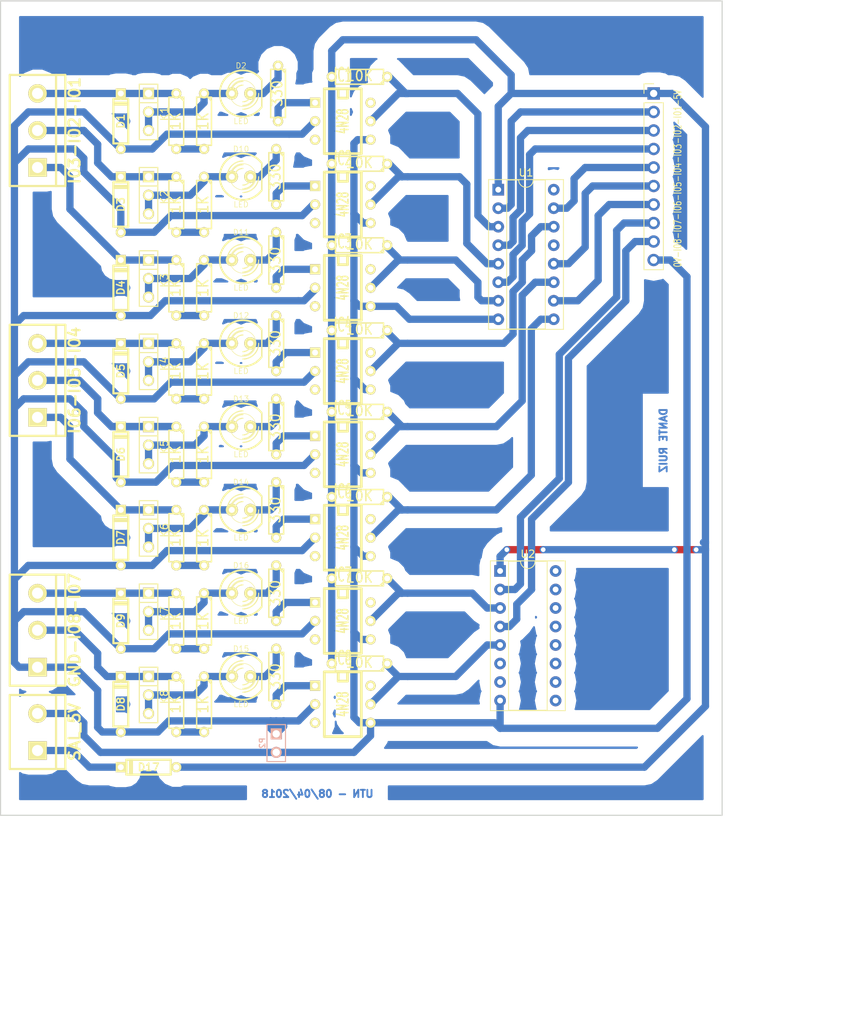
<source format=kicad_pcb>
(kicad_pcb (version 4) (host pcbnew 4.0.7-e2-6376~58~ubuntu14.04.1)

  (general
    (links 137)
    (no_connects 10)
    (area 159.8168 49.454999 282.288572 191.230001)
    (thickness 1.6)
    (drawings 19)
    (tracks 441)
    (zones 0)
    (modules 73)
    (nets 69)
  )

  (page A4)
  (layers
    (0 F.Cu signal)
    (31 B.Cu signal)
    (32 B.Adhes user)
    (33 F.Adhes user)
    (34 B.Paste user)
    (35 F.Paste user)
    (36 B.SilkS user)
    (37 F.SilkS user)
    (38 B.Mask user)
    (39 F.Mask user)
    (40 Dwgs.User user)
    (41 Cmts.User user)
    (42 Eco1.User user)
    (43 Eco2.User user)
    (44 Edge.Cuts user)
  )

  (setup
    (last_trace_width 1)
    (trace_clearance 0.254)
    (zone_clearance 2)
    (zone_45_only no)
    (trace_min 0.254)
    (segment_width 0.2)
    (edge_width 0.15)
    (via_size 0.889)
    (via_drill 0.635)
    (via_min_size 0.889)
    (via_min_drill 0.508)
    (uvia_size 0.508)
    (uvia_drill 0.127)
    (uvias_allowed no)
    (uvia_min_size 0.508)
    (uvia_min_drill 0.127)
    (pcb_text_width 0.3)
    (pcb_text_size 1 1)
    (mod_edge_width 0.15)
    (mod_text_size 1 1)
    (mod_text_width 0.15)
    (pad_size 1 1)
    (pad_drill 0.6)
    (pad_to_mask_clearance 0)
    (aux_axis_origin 0 0)
    (visible_elements 7FFFFFFF)
    (pcbplotparams
      (layerselection 0x00030_80000001)
      (usegerberextensions true)
      (excludeedgelayer true)
      (linewidth 0.150000)
      (plotframeref false)
      (viasonmask false)
      (mode 1)
      (useauxorigin false)
      (hpglpennumber 1)
      (hpglpenspeed 20)
      (hpglpendiameter 15)
      (hpglpenoverlay 2)
      (psnegative false)
      (psa4output false)
      (plotreference true)
      (plotvalue true)
      (plotinvisibletext false)
      (padsonsilk false)
      (subtractmaskfromsilk false)
      (outputformat 1)
      (mirror false)
      (drillshape 1)
      (scaleselection 1)
      (outputdirectory ""))
  )

  (net 0 "")
  (net 1 GND)
  (net 2 "Net-(D1-Pad2)")
  (net 3 "Net-(D2-Pad1)")
  (net 4 "Net-(D2-Pad2)")
  (net 5 "Net-(D3-Pad2)")
  (net 6 "Net-(D4-Pad2)")
  (net 7 "Net-(D5-Pad2)")
  (net 8 "Net-(D6-Pad2)")
  (net 9 "Net-(D7-Pad2)")
  (net 10 "Net-(D8-Pad2)")
  (net 11 "Net-(D9-Pad2)")
  (net 12 "Net-(D10-Pad1)")
  (net 13 "Net-(D10-Pad2)")
  (net 14 "Net-(D11-Pad1)")
  (net 15 "Net-(D11-Pad2)")
  (net 16 "Net-(D12-Pad1)")
  (net 17 "Net-(D12-Pad2)")
  (net 18 "Net-(D13-Pad1)")
  (net 19 "Net-(D13-Pad2)")
  (net 20 "Net-(D14-Pad1)")
  (net 21 "Net-(D14-Pad2)")
  (net 22 "Net-(D15-Pad1)")
  (net 23 "Net-(D15-Pad2)")
  (net 24 "Net-(D16-Pad1)")
  (net 25 "Net-(D16-Pad2)")
  (net 26 "Net-(D17-Pad2)")
  (net 27 "Net-(IC1-Pad1)")
  (net 28 Earth)
  (net 29 "Net-(IC1-Pad5)")
  (net 30 "Net-(IC1-Pad6)")
  (net 31 "Net-(IC2-Pad1)")
  (net 32 "Net-(IC2-Pad5)")
  (net 33 "Net-(IC2-Pad6)")
  (net 34 "Net-(IC3-Pad1)")
  (net 35 "Net-(IC3-Pad5)")
  (net 36 "Net-(IC3-Pad6)")
  (net 37 "Net-(IC4-Pad1)")
  (net 38 "Net-(IC4-Pad5)")
  (net 39 "Net-(IC4-Pad6)")
  (net 40 "Net-(IC5-Pad1)")
  (net 41 "Net-(IC5-Pad5)")
  (net 42 "Net-(IC5-Pad6)")
  (net 43 "Net-(IC6-Pad1)")
  (net 44 "Net-(IC6-Pad5)")
  (net 45 "Net-(IC6-Pad6)")
  (net 46 "Net-(IC7-Pad1)")
  (net 47 "Net-(IC7-Pad5)")
  (net 48 "Net-(IC7-Pad6)")
  (net 49 "Net-(IC8-Pad1)")
  (net 50 "Net-(IC8-Pad5)")
  (net 51 "Net-(IC8-Pad6)")
  (net 52 "Net-(J2-Pad2)")
  (net 53 "Net-(J2-Pad3)")
  (net 54 "Net-(J2-Pad4)")
  (net 55 "Net-(J2-Pad5)")
  (net 56 "Net-(J2-Pad6)")
  (net 57 "Net-(J2-Pad7)")
  (net 58 "Net-(J2-Pad8)")
  (net 59 "Net-(J2-Pad9)")
  (net 60 "Net-(R23-Pad2)")
  (net 61 "Net-(R24-Pad2)")
  (net 62 "Net-(R19-Pad2)")
  (net 63 "Net-(R20-Pad2)")
  (net 64 "Net-(R21-Pad2)")
  (net 65 "Net-(R22-Pad2)")
  (net 66 "Net-(R29-Pad2)")
  (net 67 "Net-(R30-Pad2)")
  (net 68 VCC)

  (net_class Default "This is the default net class."
    (clearance 0.254)
    (trace_width 1)
    (via_dia 0.889)
    (via_drill 0.635)
    (uvia_dia 0.508)
    (uvia_drill 0.127)
    (add_net Earth)
    (add_net GND)
    (add_net "Net-(D1-Pad2)")
    (add_net "Net-(D10-Pad1)")
    (add_net "Net-(D10-Pad2)")
    (add_net "Net-(D11-Pad1)")
    (add_net "Net-(D11-Pad2)")
    (add_net "Net-(D12-Pad1)")
    (add_net "Net-(D12-Pad2)")
    (add_net "Net-(D13-Pad1)")
    (add_net "Net-(D13-Pad2)")
    (add_net "Net-(D14-Pad1)")
    (add_net "Net-(D14-Pad2)")
    (add_net "Net-(D15-Pad1)")
    (add_net "Net-(D15-Pad2)")
    (add_net "Net-(D16-Pad1)")
    (add_net "Net-(D16-Pad2)")
    (add_net "Net-(D17-Pad2)")
    (add_net "Net-(D2-Pad1)")
    (add_net "Net-(D2-Pad2)")
    (add_net "Net-(D3-Pad2)")
    (add_net "Net-(D4-Pad2)")
    (add_net "Net-(D5-Pad2)")
    (add_net "Net-(D6-Pad2)")
    (add_net "Net-(D7-Pad2)")
    (add_net "Net-(D8-Pad2)")
    (add_net "Net-(D9-Pad2)")
    (add_net "Net-(IC1-Pad1)")
    (add_net "Net-(IC1-Pad5)")
    (add_net "Net-(IC1-Pad6)")
    (add_net "Net-(IC2-Pad1)")
    (add_net "Net-(IC2-Pad5)")
    (add_net "Net-(IC2-Pad6)")
    (add_net "Net-(IC3-Pad1)")
    (add_net "Net-(IC3-Pad5)")
    (add_net "Net-(IC3-Pad6)")
    (add_net "Net-(IC4-Pad1)")
    (add_net "Net-(IC4-Pad5)")
    (add_net "Net-(IC4-Pad6)")
    (add_net "Net-(IC5-Pad1)")
    (add_net "Net-(IC5-Pad5)")
    (add_net "Net-(IC5-Pad6)")
    (add_net "Net-(IC6-Pad1)")
    (add_net "Net-(IC6-Pad5)")
    (add_net "Net-(IC6-Pad6)")
    (add_net "Net-(IC7-Pad1)")
    (add_net "Net-(IC7-Pad5)")
    (add_net "Net-(IC7-Pad6)")
    (add_net "Net-(IC8-Pad1)")
    (add_net "Net-(IC8-Pad5)")
    (add_net "Net-(IC8-Pad6)")
    (add_net "Net-(J2-Pad2)")
    (add_net "Net-(J2-Pad3)")
    (add_net "Net-(J2-Pad4)")
    (add_net "Net-(J2-Pad5)")
    (add_net "Net-(J2-Pad6)")
    (add_net "Net-(J2-Pad7)")
    (add_net "Net-(J2-Pad8)")
    (add_net "Net-(J2-Pad9)")
    (add_net "Net-(R19-Pad2)")
    (add_net "Net-(R20-Pad2)")
    (add_net "Net-(R21-Pad2)")
    (add_net "Net-(R22-Pad2)")
    (add_net "Net-(R23-Pad2)")
    (add_net "Net-(R24-Pad2)")
    (add_net "Net-(R29-Pad2)")
    (add_net "Net-(R30-Pad2)")
    (add_net VCC)
  )

  (module DIP-6__300 (layer F.Cu) (tedit 49DC487C) (tstamp 5ABF2729)
    (at 208.28 66.04 270)
    (descr "6 pins DIL package, round pads")
    (tags DIL)
    (path /5ABEE777)
    (autoplace_cost90 7)
    (fp_text reference IC1 (at -6.35 0 360) (layer F.SilkS)
      (effects (font (size 1.905 1.016) (thickness 0.2032)))
    )
    (fp_text value 4N28 (at 0 0 270) (layer F.SilkS)
      (effects (font (size 1.524 0.889) (thickness 0.2032)))
    )
    (fp_line (start -4.445 -2.54) (end 4.445 -2.54) (layer F.SilkS) (width 0.381))
    (fp_line (start 4.445 -2.54) (end 4.445 2.54) (layer F.SilkS) (width 0.381))
    (fp_line (start 4.445 2.54) (end -4.445 2.54) (layer F.SilkS) (width 0.381))
    (fp_line (start -4.445 2.54) (end -4.445 -2.54) (layer F.SilkS) (width 0.381))
    (fp_line (start -4.445 -0.635) (end -3.175 -0.635) (layer F.SilkS) (width 0.381))
    (fp_line (start -3.175 -0.635) (end -3.175 0.635) (layer F.SilkS) (width 0.381))
    (fp_line (start -3.175 0.635) (end -4.445 0.635) (layer F.SilkS) (width 0.381))
    (pad 1 thru_hole rect (at -2.54 3.81 270) (size 1.397 1.397) (drill 0.8128) (layers *.Cu *.Mask F.SilkS)
      (net 27 "Net-(IC1-Pad1)"))
    (pad 2 thru_hole circle (at 0 3.81 270) (size 1.397 1.397) (drill 0.8128) (layers *.Cu *.Mask F.SilkS)
      (net 1 GND))
    (pad 3 thru_hole circle (at 2.54 3.81 270) (size 1.397 1.397) (drill 0.8128) (layers *.Cu *.Mask F.SilkS))
    (pad 4 thru_hole circle (at 2.54 -3.81 270) (size 1.397 1.397) (drill 0.8128) (layers *.Cu *.Mask F.SilkS)
      (net 28 Earth))
    (pad 5 thru_hole circle (at 0 -3.81 270) (size 1.397 1.397) (drill 0.8128) (layers *.Cu *.Mask F.SilkS)
      (net 29 "Net-(IC1-Pad5)"))
    (pad 6 thru_hole circle (at -2.54 -3.81 270) (size 1.397 1.397) (drill 0.8128) (layers *.Cu *.Mask F.SilkS)
      (net 30 "Net-(IC1-Pad6)"))
    (model dil/dil_6.wrl
      (at (xyz 0 0 0))
      (scale (xyz 10 1 1))
      (rotate (xyz 0 0 0))
    )
    (model Housings_DIP.3dshapes/DIP-6_W7.62mm.wrl
      (at (xyz 0 0 0))
      (scale (xyz 1 1 1))
      (rotate (xyz 0 0 0))
    )
  )

  (module R3 (layer F.Cu) (tedit 5AC2771A) (tstamp 5ABF263A)
    (at 210.566 59.944 180)
    (descr "Resitance 3 pas")
    (tags R)
    (path /5ABEE815)
    (autoplace_cost180 10)
    (fp_text reference R2 (at 0 0.127 180) (layer F.SilkS) hide
      (effects (font (size 1.397 1.27) (thickness 0.2032)))
    )
    (fp_text value 10K (at 0 0.127 180) (layer F.SilkS)
      (effects (font (size 1.397 1.27) (thickness 0.2032)))
    )
    (fp_line (start -3.81 0) (end -3.302 0) (layer F.SilkS) (width 0.2032))
    (fp_line (start 3.81 0) (end 3.302 0) (layer F.SilkS) (width 0.2032))
    (fp_line (start 3.302 0) (end 3.302 -1.016) (layer F.SilkS) (width 0.2032))
    (fp_line (start 3.302 -1.016) (end -3.302 -1.016) (layer F.SilkS) (width 0.2032))
    (fp_line (start -3.302 -1.016) (end -3.302 1.016) (layer F.SilkS) (width 0.2032))
    (fp_line (start -3.302 1.016) (end 3.302 1.016) (layer F.SilkS) (width 0.2032))
    (fp_line (start 3.302 1.016) (end 3.302 0) (layer F.SilkS) (width 0.2032))
    (fp_line (start -3.302 -0.508) (end -2.794 -1.016) (layer F.SilkS) (width 0.2032))
    (pad 1 thru_hole circle (at -3.81 0 180) (size 1.397 1.397) (drill 0.8128) (layers *.Cu *.Mask F.SilkS)
      (net 29 "Net-(IC1-Pad5)"))
    (pad 2 thru_hole circle (at 3.81 0 180) (size 1.397 1.397) (drill 0.8128) (layers *.Cu *.Mask F.SilkS)
      (net 68 VCC))
    (model discret/resistor.wrl
      (at (xyz 0 0 0))
      (scale (xyz 0.3 0.3 0.3))
      (rotate (xyz 0 0 0))
    )
  )

  (module R3 (layer F.Cu) (tedit 4E4C0E65) (tstamp 5ABF2584)
    (at 199.39 62.23 270)
    (descr "Resitance 3 pas")
    (tags R)
    (path /5ABEE806)
    (autoplace_cost180 10)
    (fp_text reference R1 (at 0 0.127 270) (layer F.SilkS) hide
      (effects (font (size 1.397 1.27) (thickness 0.2032)))
    )
    (fp_text value 330 (at 0 0.127 270) (layer F.SilkS)
      (effects (font (size 1.397 1.27) (thickness 0.2032)))
    )
    (fp_line (start -3.81 0) (end -3.302 0) (layer F.SilkS) (width 0.2032))
    (fp_line (start 3.81 0) (end 3.302 0) (layer F.SilkS) (width 0.2032))
    (fp_line (start 3.302 0) (end 3.302 -1.016) (layer F.SilkS) (width 0.2032))
    (fp_line (start 3.302 -1.016) (end -3.302 -1.016) (layer F.SilkS) (width 0.2032))
    (fp_line (start -3.302 -1.016) (end -3.302 1.016) (layer F.SilkS) (width 0.2032))
    (fp_line (start -3.302 1.016) (end 3.302 1.016) (layer F.SilkS) (width 0.2032))
    (fp_line (start 3.302 1.016) (end 3.302 0) (layer F.SilkS) (width 0.2032))
    (fp_line (start -3.302 -0.508) (end -2.794 -1.016) (layer F.SilkS) (width 0.2032))
    (pad 1 thru_hole circle (at -3.81 0 270) (size 1.397 1.397) (drill 0.8128) (layers *.Cu *.Mask F.SilkS)
      (net 4 "Net-(D2-Pad2)"))
    (pad 2 thru_hole circle (at 3.81 0 270) (size 1.397 1.397) (drill 0.8128) (layers *.Cu *.Mask F.SilkS)
      (net 27 "Net-(IC1-Pad1)"))
    (model discret/resistor.wrl
      (at (xyz 0 0 0))
      (scale (xyz 0.3 0.3 0.3))
      (rotate (xyz 0 0 0))
    )
  )

  (module R3 (layer F.Cu) (tedit 4E4C0E65) (tstamp 5AC0D829)
    (at 210.566 128.778 180)
    (descr "Resitance 3 pas")
    (tags R)
    (path /5ABF1B4D)
    (autoplace_cost180 10)
    (fp_text reference R18 (at 0 0.127 180) (layer F.SilkS) hide
      (effects (font (size 1.397 1.27) (thickness 0.2032)))
    )
    (fp_text value 10K (at 0 0.127 180) (layer F.SilkS)
      (effects (font (size 1.397 1.27) (thickness 0.2032)))
    )
    (fp_line (start -3.81 0) (end -3.302 0) (layer F.SilkS) (width 0.2032))
    (fp_line (start 3.81 0) (end 3.302 0) (layer F.SilkS) (width 0.2032))
    (fp_line (start 3.302 0) (end 3.302 -1.016) (layer F.SilkS) (width 0.2032))
    (fp_line (start 3.302 -1.016) (end -3.302 -1.016) (layer F.SilkS) (width 0.2032))
    (fp_line (start -3.302 -1.016) (end -3.302 1.016) (layer F.SilkS) (width 0.2032))
    (fp_line (start -3.302 1.016) (end 3.302 1.016) (layer F.SilkS) (width 0.2032))
    (fp_line (start 3.302 1.016) (end 3.302 0) (layer F.SilkS) (width 0.2032))
    (fp_line (start -3.302 -0.508) (end -2.794 -1.016) (layer F.SilkS) (width 0.2032))
    (pad 1 thru_hole circle (at -3.81 0 180) (size 1.397 1.397) (drill 0.8128) (layers *.Cu *.Mask F.SilkS)
      (net 47 "Net-(IC7-Pad5)"))
    (pad 2 thru_hole circle (at 3.81 0 180) (size 1.397 1.397) (drill 0.8128) (layers *.Cu *.Mask F.SilkS)
      (net 68 VCC))
    (model discret/resistor.wrl
      (at (xyz 0 0 0))
      (scale (xyz 0.3 0.3 0.3))
      (rotate (xyz 0 0 0))
    )
  )

  (module R3 (layer F.Cu) (tedit 4E4C0E65) (tstamp 5ABF25A0)
    (at 199.136 130.81 270)
    (descr "Resitance 3 pas")
    (tags R)
    (path /5ABF1B47)
    (autoplace_cost180 10)
    (fp_text reference R11 (at 0 0.127 270) (layer F.SilkS) hide
      (effects (font (size 1.397 1.27) (thickness 0.2032)))
    )
    (fp_text value 330 (at 0 0.127 270) (layer F.SilkS)
      (effects (font (size 1.397 1.27) (thickness 0.2032)))
    )
    (fp_line (start -3.81 0) (end -3.302 0) (layer F.SilkS) (width 0.2032))
    (fp_line (start 3.81 0) (end 3.302 0) (layer F.SilkS) (width 0.2032))
    (fp_line (start 3.302 0) (end 3.302 -1.016) (layer F.SilkS) (width 0.2032))
    (fp_line (start 3.302 -1.016) (end -3.302 -1.016) (layer F.SilkS) (width 0.2032))
    (fp_line (start -3.302 -1.016) (end -3.302 1.016) (layer F.SilkS) (width 0.2032))
    (fp_line (start -3.302 1.016) (end 3.302 1.016) (layer F.SilkS) (width 0.2032))
    (fp_line (start 3.302 1.016) (end 3.302 0) (layer F.SilkS) (width 0.2032))
    (fp_line (start -3.302 -0.508) (end -2.794 -1.016) (layer F.SilkS) (width 0.2032))
    (pad 1 thru_hole circle (at -3.81 0 270) (size 1.397 1.397) (drill 0.8128) (layers *.Cu *.Mask F.SilkS)
      (net 25 "Net-(D16-Pad2)"))
    (pad 2 thru_hole circle (at 3.81 0 270) (size 1.397 1.397) (drill 0.8128) (layers *.Cu *.Mask F.SilkS)
      (net 46 "Net-(IC7-Pad1)"))
    (model discret/resistor.wrl
      (at (xyz 0 0 0))
      (scale (xyz 0.3 0.3 0.3))
      (rotate (xyz 0 0 0))
    )
  )

  (module R3 (layer F.Cu) (tedit 4E4C0E65) (tstamp 5AC0D81A)
    (at 210.566 140.462 180)
    (descr "Resitance 3 pas")
    (tags R)
    (path /5ABF1B13)
    (autoplace_cost180 10)
    (fp_text reference R17 (at 0 0.127 180) (layer F.SilkS) hide
      (effects (font (size 1.397 1.27) (thickness 0.2032)))
    )
    (fp_text value 10K (at 0 0.127 180) (layer F.SilkS)
      (effects (font (size 1.397 1.27) (thickness 0.2032)))
    )
    (fp_line (start -3.81 0) (end -3.302 0) (layer F.SilkS) (width 0.2032))
    (fp_line (start 3.81 0) (end 3.302 0) (layer F.SilkS) (width 0.2032))
    (fp_line (start 3.302 0) (end 3.302 -1.016) (layer F.SilkS) (width 0.2032))
    (fp_line (start 3.302 -1.016) (end -3.302 -1.016) (layer F.SilkS) (width 0.2032))
    (fp_line (start -3.302 -1.016) (end -3.302 1.016) (layer F.SilkS) (width 0.2032))
    (fp_line (start -3.302 1.016) (end 3.302 1.016) (layer F.SilkS) (width 0.2032))
    (fp_line (start 3.302 1.016) (end 3.302 0) (layer F.SilkS) (width 0.2032))
    (fp_line (start -3.302 -0.508) (end -2.794 -1.016) (layer F.SilkS) (width 0.2032))
    (pad 1 thru_hole circle (at -3.81 0 180) (size 1.397 1.397) (drill 0.8128) (layers *.Cu *.Mask F.SilkS)
      (net 50 "Net-(IC8-Pad5)"))
    (pad 2 thru_hole circle (at 3.81 0 180) (size 1.397 1.397) (drill 0.8128) (layers *.Cu *.Mask F.SilkS)
      (net 68 VCC))
    (model discret/resistor.wrl
      (at (xyz 0 0 0))
      (scale (xyz 0.3 0.3 0.3))
      (rotate (xyz 0 0 0))
    )
  )

  (module R3 (layer F.Cu) (tedit 4E4C0E65) (tstamp 5ABF25BC)
    (at 199.136 142.24 270)
    (descr "Resitance 3 pas")
    (tags R)
    (path /5ABF1B0D)
    (autoplace_cost180 10)
    (fp_text reference R10 (at 0 0.127 270) (layer F.SilkS) hide
      (effects (font (size 1.397 1.27) (thickness 0.2032)))
    )
    (fp_text value 330 (at 0 0.127 270) (layer F.SilkS)
      (effects (font (size 1.397 1.27) (thickness 0.2032)))
    )
    (fp_line (start -3.81 0) (end -3.302 0) (layer F.SilkS) (width 0.2032))
    (fp_line (start 3.81 0) (end 3.302 0) (layer F.SilkS) (width 0.2032))
    (fp_line (start 3.302 0) (end 3.302 -1.016) (layer F.SilkS) (width 0.2032))
    (fp_line (start 3.302 -1.016) (end -3.302 -1.016) (layer F.SilkS) (width 0.2032))
    (fp_line (start -3.302 -1.016) (end -3.302 1.016) (layer F.SilkS) (width 0.2032))
    (fp_line (start -3.302 1.016) (end 3.302 1.016) (layer F.SilkS) (width 0.2032))
    (fp_line (start 3.302 1.016) (end 3.302 0) (layer F.SilkS) (width 0.2032))
    (fp_line (start -3.302 -0.508) (end -2.794 -1.016) (layer F.SilkS) (width 0.2032))
    (pad 1 thru_hole circle (at -3.81 0 270) (size 1.397 1.397) (drill 0.8128) (layers *.Cu *.Mask F.SilkS)
      (net 23 "Net-(D15-Pad2)"))
    (pad 2 thru_hole circle (at 3.81 0 270) (size 1.397 1.397) (drill 0.8128) (layers *.Cu *.Mask F.SilkS)
      (net 49 "Net-(IC8-Pad1)"))
    (model discret/resistor.wrl
      (at (xyz 0 0 0))
      (scale (xyz 0.3 0.3 0.3))
      (rotate (xyz 0 0 0))
    )
  )

  (module R3 (layer F.Cu) (tedit 4E4C0E65) (tstamp 5ABF25CA)
    (at 210.566 117.602 180)
    (descr "Resitance 3 pas")
    (tags R)
    (path /5ABF1AD9)
    (autoplace_cost180 10)
    (fp_text reference R16 (at 0 0.127 180) (layer F.SilkS) hide
      (effects (font (size 1.397 1.27) (thickness 0.2032)))
    )
    (fp_text value 10K (at 0 0.127 180) (layer F.SilkS)
      (effects (font (size 1.397 1.27) (thickness 0.2032)))
    )
    (fp_line (start -3.81 0) (end -3.302 0) (layer F.SilkS) (width 0.2032))
    (fp_line (start 3.81 0) (end 3.302 0) (layer F.SilkS) (width 0.2032))
    (fp_line (start 3.302 0) (end 3.302 -1.016) (layer F.SilkS) (width 0.2032))
    (fp_line (start 3.302 -1.016) (end -3.302 -1.016) (layer F.SilkS) (width 0.2032))
    (fp_line (start -3.302 -1.016) (end -3.302 1.016) (layer F.SilkS) (width 0.2032))
    (fp_line (start -3.302 1.016) (end 3.302 1.016) (layer F.SilkS) (width 0.2032))
    (fp_line (start 3.302 1.016) (end 3.302 0) (layer F.SilkS) (width 0.2032))
    (fp_line (start -3.302 -0.508) (end -2.794 -1.016) (layer F.SilkS) (width 0.2032))
    (pad 1 thru_hole circle (at -3.81 0 180) (size 1.397 1.397) (drill 0.8128) (layers *.Cu *.Mask F.SilkS)
      (net 44 "Net-(IC6-Pad5)"))
    (pad 2 thru_hole circle (at 3.81 0 180) (size 1.397 1.397) (drill 0.8128) (layers *.Cu *.Mask F.SilkS)
      (net 68 VCC))
    (model discret/resistor.wrl
      (at (xyz 0 0 0))
      (scale (xyz 0.3 0.3 0.3))
      (rotate (xyz 0 0 0))
    )
  )

  (module R3 (layer F.Cu) (tedit 4E4C0E65) (tstamp 5ABF25D8)
    (at 199.136 119.38 270)
    (descr "Resitance 3 pas")
    (tags R)
    (path /5ABF1AD3)
    (autoplace_cost180 10)
    (fp_text reference R9 (at 0 0.127 270) (layer F.SilkS) hide
      (effects (font (size 1.397 1.27) (thickness 0.2032)))
    )
    (fp_text value 330 (at 0 0.127 270) (layer F.SilkS)
      (effects (font (size 1.397 1.27) (thickness 0.2032)))
    )
    (fp_line (start -3.81 0) (end -3.302 0) (layer F.SilkS) (width 0.2032))
    (fp_line (start 3.81 0) (end 3.302 0) (layer F.SilkS) (width 0.2032))
    (fp_line (start 3.302 0) (end 3.302 -1.016) (layer F.SilkS) (width 0.2032))
    (fp_line (start 3.302 -1.016) (end -3.302 -1.016) (layer F.SilkS) (width 0.2032))
    (fp_line (start -3.302 -1.016) (end -3.302 1.016) (layer F.SilkS) (width 0.2032))
    (fp_line (start -3.302 1.016) (end 3.302 1.016) (layer F.SilkS) (width 0.2032))
    (fp_line (start 3.302 1.016) (end 3.302 0) (layer F.SilkS) (width 0.2032))
    (fp_line (start -3.302 -0.508) (end -2.794 -1.016) (layer F.SilkS) (width 0.2032))
    (pad 1 thru_hole circle (at -3.81 0 270) (size 1.397 1.397) (drill 0.8128) (layers *.Cu *.Mask F.SilkS)
      (net 21 "Net-(D14-Pad2)"))
    (pad 2 thru_hole circle (at 3.81 0 270) (size 1.397 1.397) (drill 0.8128) (layers *.Cu *.Mask F.SilkS)
      (net 43 "Net-(IC6-Pad1)"))
    (model discret/resistor.wrl
      (at (xyz 0 0 0))
      (scale (xyz 0.3 0.3 0.3))
      (rotate (xyz 0 0 0))
    )
  )

  (module R3 (layer F.Cu) (tedit 4E4C0E65) (tstamp 5ABF25E6)
    (at 210.566 105.918 180)
    (descr "Resitance 3 pas")
    (tags R)
    (path /5ABF1A9F)
    (autoplace_cost180 10)
    (fp_text reference R15 (at 0 0.127 180) (layer F.SilkS) hide
      (effects (font (size 1.397 1.27) (thickness 0.2032)))
    )
    (fp_text value 10K (at 0 0.127 180) (layer F.SilkS)
      (effects (font (size 1.397 1.27) (thickness 0.2032)))
    )
    (fp_line (start -3.81 0) (end -3.302 0) (layer F.SilkS) (width 0.2032))
    (fp_line (start 3.81 0) (end 3.302 0) (layer F.SilkS) (width 0.2032))
    (fp_line (start 3.302 0) (end 3.302 -1.016) (layer F.SilkS) (width 0.2032))
    (fp_line (start 3.302 -1.016) (end -3.302 -1.016) (layer F.SilkS) (width 0.2032))
    (fp_line (start -3.302 -1.016) (end -3.302 1.016) (layer F.SilkS) (width 0.2032))
    (fp_line (start -3.302 1.016) (end 3.302 1.016) (layer F.SilkS) (width 0.2032))
    (fp_line (start 3.302 1.016) (end 3.302 0) (layer F.SilkS) (width 0.2032))
    (fp_line (start -3.302 -0.508) (end -2.794 -1.016) (layer F.SilkS) (width 0.2032))
    (pad 1 thru_hole circle (at -3.81 0 180) (size 1.397 1.397) (drill 0.8128) (layers *.Cu *.Mask F.SilkS)
      (net 41 "Net-(IC5-Pad5)"))
    (pad 2 thru_hole circle (at 3.81 0 180) (size 1.397 1.397) (drill 0.8128) (layers *.Cu *.Mask F.SilkS)
      (net 68 VCC))
    (model discret/resistor.wrl
      (at (xyz 0 0 0))
      (scale (xyz 0.3 0.3 0.3))
      (rotate (xyz 0 0 0))
    )
  )

  (module R3 (layer F.Cu) (tedit 4E4C0E65) (tstamp 5ABF25F4)
    (at 199.136 107.95 270)
    (descr "Resitance 3 pas")
    (tags R)
    (path /5ABF1A99)
    (autoplace_cost180 10)
    (fp_text reference R8 (at 0 0.127 270) (layer F.SilkS) hide
      (effects (font (size 1.397 1.27) (thickness 0.2032)))
    )
    (fp_text value 330 (at 0 0.127 270) (layer F.SilkS)
      (effects (font (size 1.397 1.27) (thickness 0.2032)))
    )
    (fp_line (start -3.81 0) (end -3.302 0) (layer F.SilkS) (width 0.2032))
    (fp_line (start 3.81 0) (end 3.302 0) (layer F.SilkS) (width 0.2032))
    (fp_line (start 3.302 0) (end 3.302 -1.016) (layer F.SilkS) (width 0.2032))
    (fp_line (start 3.302 -1.016) (end -3.302 -1.016) (layer F.SilkS) (width 0.2032))
    (fp_line (start -3.302 -1.016) (end -3.302 1.016) (layer F.SilkS) (width 0.2032))
    (fp_line (start -3.302 1.016) (end 3.302 1.016) (layer F.SilkS) (width 0.2032))
    (fp_line (start 3.302 1.016) (end 3.302 0) (layer F.SilkS) (width 0.2032))
    (fp_line (start -3.302 -0.508) (end -2.794 -1.016) (layer F.SilkS) (width 0.2032))
    (pad 1 thru_hole circle (at -3.81 0 270) (size 1.397 1.397) (drill 0.8128) (layers *.Cu *.Mask F.SilkS)
      (net 19 "Net-(D13-Pad2)"))
    (pad 2 thru_hole circle (at 3.81 0 270) (size 1.397 1.397) (drill 0.8128) (layers *.Cu *.Mask F.SilkS)
      (net 40 "Net-(IC5-Pad1)"))
    (model discret/resistor.wrl
      (at (xyz 0 0 0))
      (scale (xyz 0.3 0.3 0.3))
      (rotate (xyz 0 0 0))
    )
  )

  (module R3 (layer F.Cu) (tedit 4E4C0E65) (tstamp 5ABF2602)
    (at 210.566 94.742 180)
    (descr "Resitance 3 pas")
    (tags R)
    (path /5ABF1A65)
    (autoplace_cost180 10)
    (fp_text reference R14 (at 0 0.127 180) (layer F.SilkS) hide
      (effects (font (size 1.397 1.27) (thickness 0.2032)))
    )
    (fp_text value 10K (at 0 0.127 180) (layer F.SilkS)
      (effects (font (size 1.397 1.27) (thickness 0.2032)))
    )
    (fp_line (start -3.81 0) (end -3.302 0) (layer F.SilkS) (width 0.2032))
    (fp_line (start 3.81 0) (end 3.302 0) (layer F.SilkS) (width 0.2032))
    (fp_line (start 3.302 0) (end 3.302 -1.016) (layer F.SilkS) (width 0.2032))
    (fp_line (start 3.302 -1.016) (end -3.302 -1.016) (layer F.SilkS) (width 0.2032))
    (fp_line (start -3.302 -1.016) (end -3.302 1.016) (layer F.SilkS) (width 0.2032))
    (fp_line (start -3.302 1.016) (end 3.302 1.016) (layer F.SilkS) (width 0.2032))
    (fp_line (start 3.302 1.016) (end 3.302 0) (layer F.SilkS) (width 0.2032))
    (fp_line (start -3.302 -0.508) (end -2.794 -1.016) (layer F.SilkS) (width 0.2032))
    (pad 1 thru_hole circle (at -3.81 0 180) (size 1.397 1.397) (drill 0.8128) (layers *.Cu *.Mask F.SilkS)
      (net 38 "Net-(IC4-Pad5)"))
    (pad 2 thru_hole circle (at 3.81 0 180) (size 1.397 1.397) (drill 0.8128) (layers *.Cu *.Mask F.SilkS)
      (net 68 VCC))
    (model discret/resistor.wrl
      (at (xyz 0 0 0))
      (scale (xyz 0.3 0.3 0.3))
      (rotate (xyz 0 0 0))
    )
  )

  (module R3 (layer F.Cu) (tedit 4E4C0E65) (tstamp 5ABF2610)
    (at 199.136 96.52 270)
    (descr "Resitance 3 pas")
    (tags R)
    (path /5ABF1A5F)
    (autoplace_cost180 10)
    (fp_text reference R7 (at 0 0.127 270) (layer F.SilkS) hide
      (effects (font (size 1.397 1.27) (thickness 0.2032)))
    )
    (fp_text value 330 (at 0 0.127 270) (layer F.SilkS)
      (effects (font (size 1.397 1.27) (thickness 0.2032)))
    )
    (fp_line (start -3.81 0) (end -3.302 0) (layer F.SilkS) (width 0.2032))
    (fp_line (start 3.81 0) (end 3.302 0) (layer F.SilkS) (width 0.2032))
    (fp_line (start 3.302 0) (end 3.302 -1.016) (layer F.SilkS) (width 0.2032))
    (fp_line (start 3.302 -1.016) (end -3.302 -1.016) (layer F.SilkS) (width 0.2032))
    (fp_line (start -3.302 -1.016) (end -3.302 1.016) (layer F.SilkS) (width 0.2032))
    (fp_line (start -3.302 1.016) (end 3.302 1.016) (layer F.SilkS) (width 0.2032))
    (fp_line (start 3.302 1.016) (end 3.302 0) (layer F.SilkS) (width 0.2032))
    (fp_line (start -3.302 -0.508) (end -2.794 -1.016) (layer F.SilkS) (width 0.2032))
    (pad 1 thru_hole circle (at -3.81 0 270) (size 1.397 1.397) (drill 0.8128) (layers *.Cu *.Mask F.SilkS)
      (net 17 "Net-(D12-Pad2)"))
    (pad 2 thru_hole circle (at 3.81 0 270) (size 1.397 1.397) (drill 0.8128) (layers *.Cu *.Mask F.SilkS)
      (net 37 "Net-(IC4-Pad1)"))
    (model discret/resistor.wrl
      (at (xyz 0 0 0))
      (scale (xyz 0.3 0.3 0.3))
      (rotate (xyz 0 0 0))
    )
  )

  (module R3 (layer F.Cu) (tedit 4E4C0E65) (tstamp 5ABF261E)
    (at 210.566 83.058 180)
    (descr "Resitance 3 pas")
    (tags R)
    (path /5ABF1A2B)
    (autoplace_cost180 10)
    (fp_text reference R13 (at 0 0.127 180) (layer F.SilkS) hide
      (effects (font (size 1.397 1.27) (thickness 0.2032)))
    )
    (fp_text value 10K (at 0 0.127 180) (layer F.SilkS)
      (effects (font (size 1.397 1.27) (thickness 0.2032)))
    )
    (fp_line (start -3.81 0) (end -3.302 0) (layer F.SilkS) (width 0.2032))
    (fp_line (start 3.81 0) (end 3.302 0) (layer F.SilkS) (width 0.2032))
    (fp_line (start 3.302 0) (end 3.302 -1.016) (layer F.SilkS) (width 0.2032))
    (fp_line (start 3.302 -1.016) (end -3.302 -1.016) (layer F.SilkS) (width 0.2032))
    (fp_line (start -3.302 -1.016) (end -3.302 1.016) (layer F.SilkS) (width 0.2032))
    (fp_line (start -3.302 1.016) (end 3.302 1.016) (layer F.SilkS) (width 0.2032))
    (fp_line (start 3.302 1.016) (end 3.302 0) (layer F.SilkS) (width 0.2032))
    (fp_line (start -3.302 -0.508) (end -2.794 -1.016) (layer F.SilkS) (width 0.2032))
    (pad 1 thru_hole circle (at -3.81 0 180) (size 1.397 1.397) (drill 0.8128) (layers *.Cu *.Mask F.SilkS)
      (net 35 "Net-(IC3-Pad5)"))
    (pad 2 thru_hole circle (at 3.81 0 180) (size 1.397 1.397) (drill 0.8128) (layers *.Cu *.Mask F.SilkS)
      (net 68 VCC))
    (model discret/resistor.wrl
      (at (xyz 0 0 0))
      (scale (xyz 0.3 0.3 0.3))
      (rotate (xyz 0 0 0))
    )
  )

  (module R3 (layer F.Cu) (tedit 4E4C0E65) (tstamp 5ABF262C)
    (at 199.136 85.09 270)
    (descr "Resitance 3 pas")
    (tags R)
    (path /5ABF1A25)
    (autoplace_cost180 10)
    (fp_text reference R6 (at 0 0.127 270) (layer F.SilkS) hide
      (effects (font (size 1.397 1.27) (thickness 0.2032)))
    )
    (fp_text value 330 (at 0 0.127 270) (layer F.SilkS)
      (effects (font (size 1.397 1.27) (thickness 0.2032)))
    )
    (fp_line (start -3.81 0) (end -3.302 0) (layer F.SilkS) (width 0.2032))
    (fp_line (start 3.81 0) (end 3.302 0) (layer F.SilkS) (width 0.2032))
    (fp_line (start 3.302 0) (end 3.302 -1.016) (layer F.SilkS) (width 0.2032))
    (fp_line (start 3.302 -1.016) (end -3.302 -1.016) (layer F.SilkS) (width 0.2032))
    (fp_line (start -3.302 -1.016) (end -3.302 1.016) (layer F.SilkS) (width 0.2032))
    (fp_line (start -3.302 1.016) (end 3.302 1.016) (layer F.SilkS) (width 0.2032))
    (fp_line (start 3.302 1.016) (end 3.302 0) (layer F.SilkS) (width 0.2032))
    (fp_line (start -3.302 -0.508) (end -2.794 -1.016) (layer F.SilkS) (width 0.2032))
    (pad 1 thru_hole circle (at -3.81 0 270) (size 1.397 1.397) (drill 0.8128) (layers *.Cu *.Mask F.SilkS)
      (net 15 "Net-(D11-Pad2)"))
    (pad 2 thru_hole circle (at 3.81 0 270) (size 1.397 1.397) (drill 0.8128) (layers *.Cu *.Mask F.SilkS)
      (net 34 "Net-(IC3-Pad1)"))
    (model discret/resistor.wrl
      (at (xyz 0 0 0))
      (scale (xyz 0.3 0.3 0.3))
      (rotate (xyz 0 0 0))
    )
  )

  (module R3 (layer F.Cu) (tedit 4E4C0E65) (tstamp 5ABF2648)
    (at 210.566 71.882 180)
    (descr "Resitance 3 pas")
    (tags R)
    (path /5ABF19F1)
    (autoplace_cost180 10)
    (fp_text reference R12 (at 0 0.127 180) (layer F.SilkS) hide
      (effects (font (size 1.397 1.27) (thickness 0.2032)))
    )
    (fp_text value 10K (at 0 0.127 180) (layer F.SilkS)
      (effects (font (size 1.397 1.27) (thickness 0.2032)))
    )
    (fp_line (start -3.81 0) (end -3.302 0) (layer F.SilkS) (width 0.2032))
    (fp_line (start 3.81 0) (end 3.302 0) (layer F.SilkS) (width 0.2032))
    (fp_line (start 3.302 0) (end 3.302 -1.016) (layer F.SilkS) (width 0.2032))
    (fp_line (start 3.302 -1.016) (end -3.302 -1.016) (layer F.SilkS) (width 0.2032))
    (fp_line (start -3.302 -1.016) (end -3.302 1.016) (layer F.SilkS) (width 0.2032))
    (fp_line (start -3.302 1.016) (end 3.302 1.016) (layer F.SilkS) (width 0.2032))
    (fp_line (start 3.302 1.016) (end 3.302 0) (layer F.SilkS) (width 0.2032))
    (fp_line (start -3.302 -0.508) (end -2.794 -1.016) (layer F.SilkS) (width 0.2032))
    (pad 1 thru_hole circle (at -3.81 0 180) (size 1.397 1.397) (drill 0.8128) (layers *.Cu *.Mask F.SilkS)
      (net 32 "Net-(IC2-Pad5)"))
    (pad 2 thru_hole circle (at 3.81 0 180) (size 1.397 1.397) (drill 0.8128) (layers *.Cu *.Mask F.SilkS)
      (net 68 VCC))
    (model discret/resistor.wrl
      (at (xyz 0 0 0))
      (scale (xyz 0.3 0.3 0.3))
      (rotate (xyz 0 0 0))
    )
  )

  (module R3 (layer F.Cu) (tedit 4E4C0E65) (tstamp 5ABF2664)
    (at 199.136 73.66 270)
    (descr "Resitance 3 pas")
    (tags R)
    (path /5ABF19EB)
    (autoplace_cost180 10)
    (fp_text reference R5 (at 0 0.127 270) (layer F.SilkS) hide
      (effects (font (size 1.397 1.27) (thickness 0.2032)))
    )
    (fp_text value 330 (at 0 0.127 270) (layer F.SilkS)
      (effects (font (size 1.397 1.27) (thickness 0.2032)))
    )
    (fp_line (start -3.81 0) (end -3.302 0) (layer F.SilkS) (width 0.2032))
    (fp_line (start 3.81 0) (end 3.302 0) (layer F.SilkS) (width 0.2032))
    (fp_line (start 3.302 0) (end 3.302 -1.016) (layer F.SilkS) (width 0.2032))
    (fp_line (start 3.302 -1.016) (end -3.302 -1.016) (layer F.SilkS) (width 0.2032))
    (fp_line (start -3.302 -1.016) (end -3.302 1.016) (layer F.SilkS) (width 0.2032))
    (fp_line (start -3.302 1.016) (end 3.302 1.016) (layer F.SilkS) (width 0.2032))
    (fp_line (start 3.302 1.016) (end 3.302 0) (layer F.SilkS) (width 0.2032))
    (fp_line (start -3.302 -0.508) (end -2.794 -1.016) (layer F.SilkS) (width 0.2032))
    (pad 1 thru_hole circle (at -3.81 0 270) (size 1.397 1.397) (drill 0.8128) (layers *.Cu *.Mask F.SilkS)
      (net 13 "Net-(D10-Pad2)"))
    (pad 2 thru_hole circle (at 3.81 0 270) (size 1.397 1.397) (drill 0.8128) (layers *.Cu *.Mask F.SilkS)
      (net 31 "Net-(IC2-Pad1)"))
    (model discret/resistor.wrl
      (at (xyz 0 0 0))
      (scale (xyz 0.3 0.3 0.3))
      (rotate (xyz 0 0 0))
    )
  )

  (module PIN_ARRAY_3X1 (layer F.Cu) (tedit 4C1130E0) (tstamp 5ABF267E)
    (at 181.61 64.77 270)
    (descr "Connecteur 3 pins")
    (tags "CONN DEV")
    (path /5ABFA8FA)
    (fp_text reference K1 (at 0.254 -2.159 270) (layer F.SilkS)
      (effects (font (size 1.016 1.016) (thickness 0.1524)))
    )
    (fp_text value CONN_3 (at 0 -2.159 270) (layer F.SilkS) hide
      (effects (font (size 1.016 1.016) (thickness 0.1524)))
    )
    (fp_line (start -3.81 1.27) (end -3.81 -1.27) (layer F.SilkS) (width 0.1524))
    (fp_line (start -3.81 -1.27) (end 3.81 -1.27) (layer F.SilkS) (width 0.1524))
    (fp_line (start 3.81 -1.27) (end 3.81 1.27) (layer F.SilkS) (width 0.1524))
    (fp_line (start 3.81 1.27) (end -3.81 1.27) (layer F.SilkS) (width 0.1524))
    (fp_line (start -1.27 -1.27) (end -1.27 1.27) (layer F.SilkS) (width 0.1524))
    (pad 1 thru_hole rect (at -2.54 0 270) (size 1.524 1.524) (drill 1.016) (layers *.Cu *.Mask F.SilkS)
      (net 2 "Net-(D1-Pad2)"))
    (pad 2 thru_hole circle (at 0 0 270) (size 1.524 1.524) (drill 1.016) (layers *.Cu *.Mask F.SilkS)
      (net 3 "Net-(D2-Pad1)"))
    (pad 3 thru_hole circle (at 2.54 0 270) (size 1.524 1.524) (drill 1.016) (layers *.Cu *.Mask F.SilkS)
      (net 3 "Net-(D2-Pad1)"))
    (model pin_array/pins_array_3x1.wrl
      (at (xyz 0 0 0))
      (scale (xyz 1 1 1))
      (rotate (xyz 0 0 0))
    )
  )

  (module LED-5MM (layer F.Cu) (tedit 50ADE86B) (tstamp 5ABF268D)
    (at 194.31 119.38)
    (descr "LED 5mm - Lead pitch 100mil (2,54mm)")
    (tags "LED led 5mm 5MM 100mil 2,54mm")
    (path /5ABF1ADF)
    (fp_text reference D14 (at 0 -3.81) (layer F.SilkS)
      (effects (font (size 0.762 0.762) (thickness 0.0889)))
    )
    (fp_text value LED (at 0 3.81) (layer F.SilkS)
      (effects (font (size 0.762 0.762) (thickness 0.0889)))
    )
    (fp_line (start 2.8448 1.905) (end 2.8448 -1.905) (layer F.SilkS) (width 0.2032))
    (fp_circle (center 0.254 0) (end -1.016 1.27) (layer F.SilkS) (width 0.0762))
    (fp_arc (start 0.254 0) (end 2.794 1.905) (angle 286.2) (layer F.SilkS) (width 0.254))
    (fp_arc (start 0.254 0) (end -0.889 0) (angle 90) (layer F.SilkS) (width 0.1524))
    (fp_arc (start 0.254 0) (end 1.397 0) (angle 90) (layer F.SilkS) (width 0.1524))
    (fp_arc (start 0.254 0) (end -1.397 0) (angle 90) (layer F.SilkS) (width 0.1524))
    (fp_arc (start 0.254 0) (end 1.905 0) (angle 90) (layer F.SilkS) (width 0.1524))
    (fp_arc (start 0.254 0) (end -1.905 0) (angle 90) (layer F.SilkS) (width 0.1524))
    (fp_arc (start 0.254 0) (end 2.413 0) (angle 90) (layer F.SilkS) (width 0.1524))
    (pad 1 thru_hole circle (at -1.27 0) (size 1.6764 1.6764) (drill 0.8128) (layers *.Cu *.Mask F.SilkS)
      (net 20 "Net-(D14-Pad1)"))
    (pad 2 thru_hole circle (at 1.27 0) (size 1.6764 1.6764) (drill 0.8128) (layers *.Cu *.Mask F.SilkS)
      (net 21 "Net-(D14-Pad2)"))
    (model discret/leds/led5_vertical_verde.wrl
      (at (xyz 0 0 0))
      (scale (xyz 1 1 1))
      (rotate (xyz 0 0 0))
    )
  )

  (module LED-5MM (layer F.Cu) (tedit 50ADE86B) (tstamp 5ABF269C)
    (at 194.31 85.09)
    (descr "LED 5mm - Lead pitch 100mil (2,54mm)")
    (tags "LED led 5mm 5MM 100mil 2,54mm")
    (path /5ABF1A31)
    (fp_text reference D11 (at 0 -3.81) (layer F.SilkS)
      (effects (font (size 0.762 0.762) (thickness 0.0889)))
    )
    (fp_text value LED (at 0 3.81) (layer F.SilkS)
      (effects (font (size 0.762 0.762) (thickness 0.0889)))
    )
    (fp_line (start 2.8448 1.905) (end 2.8448 -1.905) (layer F.SilkS) (width 0.2032))
    (fp_circle (center 0.254 0) (end -1.016 1.27) (layer F.SilkS) (width 0.0762))
    (fp_arc (start 0.254 0) (end 2.794 1.905) (angle 286.2) (layer F.SilkS) (width 0.254))
    (fp_arc (start 0.254 0) (end -0.889 0) (angle 90) (layer F.SilkS) (width 0.1524))
    (fp_arc (start 0.254 0) (end 1.397 0) (angle 90) (layer F.SilkS) (width 0.1524))
    (fp_arc (start 0.254 0) (end -1.397 0) (angle 90) (layer F.SilkS) (width 0.1524))
    (fp_arc (start 0.254 0) (end 1.905 0) (angle 90) (layer F.SilkS) (width 0.1524))
    (fp_arc (start 0.254 0) (end -1.905 0) (angle 90) (layer F.SilkS) (width 0.1524))
    (fp_arc (start 0.254 0) (end 2.413 0) (angle 90) (layer F.SilkS) (width 0.1524))
    (pad 1 thru_hole circle (at -1.27 0) (size 1.6764 1.6764) (drill 0.8128) (layers *.Cu *.Mask F.SilkS)
      (net 14 "Net-(D11-Pad1)"))
    (pad 2 thru_hole circle (at 1.27 0) (size 1.6764 1.6764) (drill 0.8128) (layers *.Cu *.Mask F.SilkS)
      (net 15 "Net-(D11-Pad2)"))
    (model discret/leds/led5_vertical_verde.wrl
      (at (xyz 0 0 0))
      (scale (xyz 1 1 1))
      (rotate (xyz 0 0 0))
    )
  )

  (module LED-5MM (layer F.Cu) (tedit 50ADE86B) (tstamp 5ABF26AB)
    (at 194.31 130.81)
    (descr "LED 5mm - Lead pitch 100mil (2,54mm)")
    (tags "LED led 5mm 5MM 100mil 2,54mm")
    (path /5ABF1B53)
    (fp_text reference D16 (at 0 -3.81) (layer F.SilkS)
      (effects (font (size 0.762 0.762) (thickness 0.0889)))
    )
    (fp_text value LED (at 0 3.81) (layer F.SilkS)
      (effects (font (size 0.762 0.762) (thickness 0.0889)))
    )
    (fp_line (start 2.8448 1.905) (end 2.8448 -1.905) (layer F.SilkS) (width 0.2032))
    (fp_circle (center 0.254 0) (end -1.016 1.27) (layer F.SilkS) (width 0.0762))
    (fp_arc (start 0.254 0) (end 2.794 1.905) (angle 286.2) (layer F.SilkS) (width 0.254))
    (fp_arc (start 0.254 0) (end -0.889 0) (angle 90) (layer F.SilkS) (width 0.1524))
    (fp_arc (start 0.254 0) (end 1.397 0) (angle 90) (layer F.SilkS) (width 0.1524))
    (fp_arc (start 0.254 0) (end -1.397 0) (angle 90) (layer F.SilkS) (width 0.1524))
    (fp_arc (start 0.254 0) (end 1.905 0) (angle 90) (layer F.SilkS) (width 0.1524))
    (fp_arc (start 0.254 0) (end -1.905 0) (angle 90) (layer F.SilkS) (width 0.1524))
    (fp_arc (start 0.254 0) (end 2.413 0) (angle 90) (layer F.SilkS) (width 0.1524))
    (pad 1 thru_hole circle (at -1.27 0) (size 1.6764 1.6764) (drill 0.8128) (layers *.Cu *.Mask F.SilkS)
      (net 24 "Net-(D16-Pad1)"))
    (pad 2 thru_hole circle (at 1.27 0) (size 1.6764 1.6764) (drill 0.8128) (layers *.Cu *.Mask F.SilkS)
      (net 25 "Net-(D16-Pad2)"))
    (model discret/leds/led5_vertical_verde.wrl
      (at (xyz 0 0 0))
      (scale (xyz 1 1 1))
      (rotate (xyz 0 0 0))
    )
  )

  (module LED-5MM (layer F.Cu) (tedit 50ADE86B) (tstamp 5ABF26BA)
    (at 194.31 73.66)
    (descr "LED 5mm - Lead pitch 100mil (2,54mm)")
    (tags "LED led 5mm 5MM 100mil 2,54mm")
    (path /5ABF19F7)
    (fp_text reference D10 (at 0 -3.81) (layer F.SilkS)
      (effects (font (size 0.762 0.762) (thickness 0.0889)))
    )
    (fp_text value LED (at 0 3.81) (layer F.SilkS)
      (effects (font (size 0.762 0.762) (thickness 0.0889)))
    )
    (fp_line (start 2.8448 1.905) (end 2.8448 -1.905) (layer F.SilkS) (width 0.2032))
    (fp_circle (center 0.254 0) (end -1.016 1.27) (layer F.SilkS) (width 0.0762))
    (fp_arc (start 0.254 0) (end 2.794 1.905) (angle 286.2) (layer F.SilkS) (width 0.254))
    (fp_arc (start 0.254 0) (end -0.889 0) (angle 90) (layer F.SilkS) (width 0.1524))
    (fp_arc (start 0.254 0) (end 1.397 0) (angle 90) (layer F.SilkS) (width 0.1524))
    (fp_arc (start 0.254 0) (end -1.397 0) (angle 90) (layer F.SilkS) (width 0.1524))
    (fp_arc (start 0.254 0) (end 1.905 0) (angle 90) (layer F.SilkS) (width 0.1524))
    (fp_arc (start 0.254 0) (end -1.905 0) (angle 90) (layer F.SilkS) (width 0.1524))
    (fp_arc (start 0.254 0) (end 2.413 0) (angle 90) (layer F.SilkS) (width 0.1524))
    (pad 1 thru_hole circle (at -1.27 0) (size 1.6764 1.6764) (drill 0.8128) (layers *.Cu *.Mask F.SilkS)
      (net 12 "Net-(D10-Pad1)"))
    (pad 2 thru_hole circle (at 1.27 0) (size 1.6764 1.6764) (drill 0.8128) (layers *.Cu *.Mask F.SilkS)
      (net 13 "Net-(D10-Pad2)"))
    (model discret/leds/led5_vertical_verde.wrl
      (at (xyz 0 0 0))
      (scale (xyz 1 1 1))
      (rotate (xyz 0 0 0))
    )
  )

  (module LED-5MM (layer F.Cu) (tedit 50ADE86B) (tstamp 5ABF26C9)
    (at 194.31 96.52)
    (descr "LED 5mm - Lead pitch 100mil (2,54mm)")
    (tags "LED led 5mm 5MM 100mil 2,54mm")
    (path /5ABF1A6B)
    (fp_text reference D12 (at 0 -3.81) (layer F.SilkS)
      (effects (font (size 0.762 0.762) (thickness 0.0889)))
    )
    (fp_text value LED (at 0 3.81) (layer F.SilkS)
      (effects (font (size 0.762 0.762) (thickness 0.0889)))
    )
    (fp_line (start 2.8448 1.905) (end 2.8448 -1.905) (layer F.SilkS) (width 0.2032))
    (fp_circle (center 0.254 0) (end -1.016 1.27) (layer F.SilkS) (width 0.0762))
    (fp_arc (start 0.254 0) (end 2.794 1.905) (angle 286.2) (layer F.SilkS) (width 0.254))
    (fp_arc (start 0.254 0) (end -0.889 0) (angle 90) (layer F.SilkS) (width 0.1524))
    (fp_arc (start 0.254 0) (end 1.397 0) (angle 90) (layer F.SilkS) (width 0.1524))
    (fp_arc (start 0.254 0) (end -1.397 0) (angle 90) (layer F.SilkS) (width 0.1524))
    (fp_arc (start 0.254 0) (end 1.905 0) (angle 90) (layer F.SilkS) (width 0.1524))
    (fp_arc (start 0.254 0) (end -1.905 0) (angle 90) (layer F.SilkS) (width 0.1524))
    (fp_arc (start 0.254 0) (end 2.413 0) (angle 90) (layer F.SilkS) (width 0.1524))
    (pad 1 thru_hole circle (at -1.27 0) (size 1.6764 1.6764) (drill 0.8128) (layers *.Cu *.Mask F.SilkS)
      (net 16 "Net-(D12-Pad1)"))
    (pad 2 thru_hole circle (at 1.27 0) (size 1.6764 1.6764) (drill 0.8128) (layers *.Cu *.Mask F.SilkS)
      (net 17 "Net-(D12-Pad2)"))
    (model discret/leds/led5_vertical_verde.wrl
      (at (xyz 0 0 0))
      (scale (xyz 1 1 1))
      (rotate (xyz 0 0 0))
    )
  )

  (module LED-5MM (layer F.Cu) (tedit 50ADE86B) (tstamp 5ABF26D8)
    (at 194.31 62.23)
    (descr "LED 5mm - Lead pitch 100mil (2,54mm)")
    (tags "LED led 5mm 5MM 100mil 2,54mm")
    (path /5ABEE824)
    (fp_text reference D2 (at 0 -3.81) (layer F.SilkS)
      (effects (font (size 0.762 0.762) (thickness 0.0889)))
    )
    (fp_text value LED (at 0 3.81) (layer F.SilkS)
      (effects (font (size 0.762 0.762) (thickness 0.0889)))
    )
    (fp_line (start 2.8448 1.905) (end 2.8448 -1.905) (layer F.SilkS) (width 0.2032))
    (fp_circle (center 0.254 0) (end -1.016 1.27) (layer F.SilkS) (width 0.0762))
    (fp_arc (start 0.254 0) (end 2.794 1.905) (angle 286.2) (layer F.SilkS) (width 0.254))
    (fp_arc (start 0.254 0) (end -0.889 0) (angle 90) (layer F.SilkS) (width 0.1524))
    (fp_arc (start 0.254 0) (end 1.397 0) (angle 90) (layer F.SilkS) (width 0.1524))
    (fp_arc (start 0.254 0) (end -1.397 0) (angle 90) (layer F.SilkS) (width 0.1524))
    (fp_arc (start 0.254 0) (end 1.905 0) (angle 90) (layer F.SilkS) (width 0.1524))
    (fp_arc (start 0.254 0) (end -1.905 0) (angle 90) (layer F.SilkS) (width 0.1524))
    (fp_arc (start 0.254 0) (end 2.413 0) (angle 90) (layer F.SilkS) (width 0.1524))
    (pad 1 thru_hole circle (at -1.27 0) (size 1.6764 1.6764) (drill 0.8128) (layers *.Cu *.Mask F.SilkS)
      (net 3 "Net-(D2-Pad1)"))
    (pad 2 thru_hole circle (at 1.27 0) (size 1.6764 1.6764) (drill 0.8128) (layers *.Cu *.Mask F.SilkS)
      (net 4 "Net-(D2-Pad2)"))
    (model discret/leds/led5_vertical_verde.wrl
      (at (xyz 0 0 0))
      (scale (xyz 1 1 1))
      (rotate (xyz 0 0 0))
    )
    (model LEDs.3dshapes/LED_0402.wrl
      (at (xyz 0 0 0))
      (scale (xyz 1 1 1))
      (rotate (xyz 0 0 0))
    )
  )

  (module LED-5MM (layer F.Cu) (tedit 50ADE86B) (tstamp 5ABF26E7)
    (at 194.31 142.24)
    (descr "LED 5mm - Lead pitch 100mil (2,54mm)")
    (tags "LED led 5mm 5MM 100mil 2,54mm")
    (path /5ABF1B19)
    (fp_text reference D15 (at 0 -3.81) (layer F.SilkS)
      (effects (font (size 0.762 0.762) (thickness 0.0889)))
    )
    (fp_text value LED (at 0 3.81) (layer F.SilkS)
      (effects (font (size 0.762 0.762) (thickness 0.0889)))
    )
    (fp_line (start 2.8448 1.905) (end 2.8448 -1.905) (layer F.SilkS) (width 0.2032))
    (fp_circle (center 0.254 0) (end -1.016 1.27) (layer F.SilkS) (width 0.0762))
    (fp_arc (start 0.254 0) (end 2.794 1.905) (angle 286.2) (layer F.SilkS) (width 0.254))
    (fp_arc (start 0.254 0) (end -0.889 0) (angle 90) (layer F.SilkS) (width 0.1524))
    (fp_arc (start 0.254 0) (end 1.397 0) (angle 90) (layer F.SilkS) (width 0.1524))
    (fp_arc (start 0.254 0) (end -1.397 0) (angle 90) (layer F.SilkS) (width 0.1524))
    (fp_arc (start 0.254 0) (end 1.905 0) (angle 90) (layer F.SilkS) (width 0.1524))
    (fp_arc (start 0.254 0) (end -1.905 0) (angle 90) (layer F.SilkS) (width 0.1524))
    (fp_arc (start 0.254 0) (end 2.413 0) (angle 90) (layer F.SilkS) (width 0.1524))
    (pad 1 thru_hole circle (at -1.27 0) (size 1.6764 1.6764) (drill 0.8128) (layers *.Cu *.Mask F.SilkS)
      (net 22 "Net-(D15-Pad1)"))
    (pad 2 thru_hole circle (at 1.27 0) (size 1.6764 1.6764) (drill 0.8128) (layers *.Cu *.Mask F.SilkS)
      (net 23 "Net-(D15-Pad2)"))
    (model discret/leds/led5_vertical_verde.wrl
      (at (xyz 0 0 0))
      (scale (xyz 1 1 1))
      (rotate (xyz 0 0 0))
    )
  )

  (module LED-5MM (layer F.Cu) (tedit 50ADE86B) (tstamp 5ABF26F6)
    (at 194.31 107.95)
    (descr "LED 5mm - Lead pitch 100mil (2,54mm)")
    (tags "LED led 5mm 5MM 100mil 2,54mm")
    (path /5ABF1AA5)
    (fp_text reference D13 (at 0 -3.81) (layer F.SilkS)
      (effects (font (size 0.762 0.762) (thickness 0.0889)))
    )
    (fp_text value LED (at 0 3.81) (layer F.SilkS)
      (effects (font (size 0.762 0.762) (thickness 0.0889)))
    )
    (fp_line (start 2.8448 1.905) (end 2.8448 -1.905) (layer F.SilkS) (width 0.2032))
    (fp_circle (center 0.254 0) (end -1.016 1.27) (layer F.SilkS) (width 0.0762))
    (fp_arc (start 0.254 0) (end 2.794 1.905) (angle 286.2) (layer F.SilkS) (width 0.254))
    (fp_arc (start 0.254 0) (end -0.889 0) (angle 90) (layer F.SilkS) (width 0.1524))
    (fp_arc (start 0.254 0) (end 1.397 0) (angle 90) (layer F.SilkS) (width 0.1524))
    (fp_arc (start 0.254 0) (end -1.397 0) (angle 90) (layer F.SilkS) (width 0.1524))
    (fp_arc (start 0.254 0) (end 1.905 0) (angle 90) (layer F.SilkS) (width 0.1524))
    (fp_arc (start 0.254 0) (end -1.905 0) (angle 90) (layer F.SilkS) (width 0.1524))
    (fp_arc (start 0.254 0) (end 2.413 0) (angle 90) (layer F.SilkS) (width 0.1524))
    (pad 1 thru_hole circle (at -1.27 0) (size 1.6764 1.6764) (drill 0.8128) (layers *.Cu *.Mask F.SilkS)
      (net 18 "Net-(D13-Pad1)"))
    (pad 2 thru_hole circle (at 1.27 0) (size 1.6764 1.6764) (drill 0.8128) (layers *.Cu *.Mask F.SilkS)
      (net 19 "Net-(D13-Pad2)"))
    (model discret/leds/led5_vertical_verde.wrl
      (at (xyz 0 0 0))
      (scale (xyz 1 1 1))
      (rotate (xyz 0 0 0))
    )
  )

  (module DIP-6__300 (layer F.Cu) (tedit 49DC487C) (tstamp 5ABF2707)
    (at 208.28 146.05 270)
    (descr "6 pins DIL package, round pads")
    (tags DIL)
    (path /5ABF1B07)
    (fp_text reference IC8 (at -6.35 0 360) (layer F.SilkS)
      (effects (font (size 1.905 1.016) (thickness 0.2032)))
    )
    (fp_text value 4N28 (at 0 0 270) (layer F.SilkS)
      (effects (font (size 1.524 0.889) (thickness 0.2032)))
    )
    (fp_line (start -4.445 -2.54) (end 4.445 -2.54) (layer F.SilkS) (width 0.381))
    (fp_line (start 4.445 -2.54) (end 4.445 2.54) (layer F.SilkS) (width 0.381))
    (fp_line (start 4.445 2.54) (end -4.445 2.54) (layer F.SilkS) (width 0.381))
    (fp_line (start -4.445 2.54) (end -4.445 -2.54) (layer F.SilkS) (width 0.381))
    (fp_line (start -4.445 -0.635) (end -3.175 -0.635) (layer F.SilkS) (width 0.381))
    (fp_line (start -3.175 -0.635) (end -3.175 0.635) (layer F.SilkS) (width 0.381))
    (fp_line (start -3.175 0.635) (end -4.445 0.635) (layer F.SilkS) (width 0.381))
    (pad 1 thru_hole rect (at -2.54 3.81 270) (size 1.397 1.397) (drill 0.8128) (layers *.Cu *.Mask F.SilkS)
      (net 49 "Net-(IC8-Pad1)"))
    (pad 2 thru_hole circle (at 0 3.81 270) (size 1.397 1.397) (drill 0.8128) (layers *.Cu *.Mask F.SilkS)
      (net 1 GND))
    (pad 3 thru_hole circle (at 2.54 3.81 270) (size 1.397 1.397) (drill 0.8128) (layers *.Cu *.Mask F.SilkS))
    (pad 4 thru_hole circle (at 2.54 -3.81 270) (size 1.397 1.397) (drill 0.8128) (layers *.Cu *.Mask F.SilkS)
      (net 28 Earth))
    (pad 5 thru_hole circle (at 0 -3.81 270) (size 1.397 1.397) (drill 0.8128) (layers *.Cu *.Mask F.SilkS)
      (net 50 "Net-(IC8-Pad5)"))
    (pad 6 thru_hole circle (at -2.54 -3.81 270) (size 1.397 1.397) (drill 0.8128) (layers *.Cu *.Mask F.SilkS)
      (net 51 "Net-(IC8-Pad6)"))
    (model dil/dil_6.wrl
      (at (xyz 0 0 0))
      (scale (xyz 1 1 1))
      (rotate (xyz 0 0 0))
    )
    (model Housings_DIP.3dshapes/DIP-6_W7.62mm.wrl
      (at (xyz 0 0 0))
      (scale (xyz 1 1 1))
      (rotate (xyz 0 0 0))
    )
  )

  (module DIP-6__300 (layer F.Cu) (tedit 49DC487C) (tstamp 5ABF2718)
    (at 208.28 134.62 270)
    (descr "6 pins DIL package, round pads")
    (tags DIL)
    (path /5ABF1B41)
    (fp_text reference IC7 (at -6.35 0 360) (layer F.SilkS)
      (effects (font (size 1.905 1.016) (thickness 0.2032)))
    )
    (fp_text value 4N28 (at 0 0 270) (layer F.SilkS)
      (effects (font (size 1.524 0.889) (thickness 0.2032)))
    )
    (fp_line (start -4.445 -2.54) (end 4.445 -2.54) (layer F.SilkS) (width 0.381))
    (fp_line (start 4.445 -2.54) (end 4.445 2.54) (layer F.SilkS) (width 0.381))
    (fp_line (start 4.445 2.54) (end -4.445 2.54) (layer F.SilkS) (width 0.381))
    (fp_line (start -4.445 2.54) (end -4.445 -2.54) (layer F.SilkS) (width 0.381))
    (fp_line (start -4.445 -0.635) (end -3.175 -0.635) (layer F.SilkS) (width 0.381))
    (fp_line (start -3.175 -0.635) (end -3.175 0.635) (layer F.SilkS) (width 0.381))
    (fp_line (start -3.175 0.635) (end -4.445 0.635) (layer F.SilkS) (width 0.381))
    (pad 1 thru_hole rect (at -2.54 3.81 270) (size 1.397 1.397) (drill 0.8128) (layers *.Cu *.Mask F.SilkS)
      (net 46 "Net-(IC7-Pad1)"))
    (pad 2 thru_hole circle (at 0 3.81 270) (size 1.397 1.397) (drill 0.8128) (layers *.Cu *.Mask F.SilkS)
      (net 1 GND))
    (pad 3 thru_hole circle (at 2.54 3.81 270) (size 1.397 1.397) (drill 0.8128) (layers *.Cu *.Mask F.SilkS))
    (pad 4 thru_hole circle (at 2.54 -3.81 270) (size 1.397 1.397) (drill 0.8128) (layers *.Cu *.Mask F.SilkS)
      (net 28 Earth))
    (pad 5 thru_hole circle (at 0 -3.81 270) (size 1.397 1.397) (drill 0.8128) (layers *.Cu *.Mask F.SilkS)
      (net 47 "Net-(IC7-Pad5)"))
    (pad 6 thru_hole circle (at -2.54 -3.81 270) (size 1.397 1.397) (drill 0.8128) (layers *.Cu *.Mask F.SilkS)
      (net 48 "Net-(IC7-Pad6)"))
    (model dil/dil_6.wrl
      (at (xyz 0 0 0))
      (scale (xyz 1 1 1))
      (rotate (xyz 0 0 0))
    )
    (model Housings_DIP.3dshapes/DIP-6_W7.62mm.wrl
      (at (xyz 0 0 0))
      (scale (xyz 1 1 1))
      (rotate (xyz 0 0 0))
    )
  )

  (module DIP-6__300 (layer F.Cu) (tedit 49DC487C) (tstamp 5ABF273A)
    (at 208.28 88.9 270)
    (descr "6 pins DIL package, round pads")
    (tags DIL)
    (path /5ABF1A1F)
    (fp_text reference IC3 (at -6.35 0 360) (layer F.SilkS)
      (effects (font (size 1.905 1.016) (thickness 0.2032)))
    )
    (fp_text value 4N28 (at 0 0 270) (layer F.SilkS)
      (effects (font (size 1.524 0.889) (thickness 0.2032)))
    )
    (fp_line (start -4.445 -2.54) (end 4.445 -2.54) (layer F.SilkS) (width 0.381))
    (fp_line (start 4.445 -2.54) (end 4.445 2.54) (layer F.SilkS) (width 0.381))
    (fp_line (start 4.445 2.54) (end -4.445 2.54) (layer F.SilkS) (width 0.381))
    (fp_line (start -4.445 2.54) (end -4.445 -2.54) (layer F.SilkS) (width 0.381))
    (fp_line (start -4.445 -0.635) (end -3.175 -0.635) (layer F.SilkS) (width 0.381))
    (fp_line (start -3.175 -0.635) (end -3.175 0.635) (layer F.SilkS) (width 0.381))
    (fp_line (start -3.175 0.635) (end -4.445 0.635) (layer F.SilkS) (width 0.381))
    (pad 1 thru_hole rect (at -2.54 3.81 270) (size 1.397 1.397) (drill 0.8128) (layers *.Cu *.Mask F.SilkS)
      (net 34 "Net-(IC3-Pad1)"))
    (pad 2 thru_hole circle (at 0 3.81 270) (size 1.397 1.397) (drill 0.8128) (layers *.Cu *.Mask F.SilkS)
      (net 1 GND))
    (pad 3 thru_hole circle (at 2.54 3.81 270) (size 1.397 1.397) (drill 0.8128) (layers *.Cu *.Mask F.SilkS))
    (pad 4 thru_hole circle (at 2.54 -3.81 270) (size 1.397 1.397) (drill 0.8128) (layers *.Cu *.Mask F.SilkS)
      (net 28 Earth))
    (pad 5 thru_hole circle (at 0 -3.81 270) (size 1.397 1.397) (drill 0.8128) (layers *.Cu *.Mask F.SilkS)
      (net 35 "Net-(IC3-Pad5)"))
    (pad 6 thru_hole circle (at -2.54 -3.81 270) (size 1.397 1.397) (drill 0.8128) (layers *.Cu *.Mask F.SilkS)
      (net 36 "Net-(IC3-Pad6)"))
    (model dil/dil_6.wrl
      (at (xyz 0 0 0))
      (scale (xyz 1 1 1))
      (rotate (xyz 0 0 0))
    )
    (model Housings_DIP.3dshapes/DIP-6_W7.62mm.wrl
      (at (xyz 0 0 0))
      (scale (xyz 1 1 1))
      (rotate (xyz 0 0 0))
    )
  )

  (module DIP-6__300 (layer F.Cu) (tedit 49DC487C) (tstamp 5ABF274B)
    (at 208.28 123.19 270)
    (descr "6 pins DIL package, round pads")
    (tags DIL)
    (path /5ABF1ACD)
    (fp_text reference IC6 (at -6.35 0 360) (layer F.SilkS)
      (effects (font (size 1.905 1.016) (thickness 0.2032)))
    )
    (fp_text value 4N28 (at 0 0 270) (layer F.SilkS)
      (effects (font (size 1.524 0.889) (thickness 0.2032)))
    )
    (fp_line (start -4.445 -2.54) (end 4.445 -2.54) (layer F.SilkS) (width 0.381))
    (fp_line (start 4.445 -2.54) (end 4.445 2.54) (layer F.SilkS) (width 0.381))
    (fp_line (start 4.445 2.54) (end -4.445 2.54) (layer F.SilkS) (width 0.381))
    (fp_line (start -4.445 2.54) (end -4.445 -2.54) (layer F.SilkS) (width 0.381))
    (fp_line (start -4.445 -0.635) (end -3.175 -0.635) (layer F.SilkS) (width 0.381))
    (fp_line (start -3.175 -0.635) (end -3.175 0.635) (layer F.SilkS) (width 0.381))
    (fp_line (start -3.175 0.635) (end -4.445 0.635) (layer F.SilkS) (width 0.381))
    (pad 1 thru_hole rect (at -2.54 3.81 270) (size 1.397 1.397) (drill 0.8128) (layers *.Cu *.Mask F.SilkS)
      (net 43 "Net-(IC6-Pad1)"))
    (pad 2 thru_hole circle (at 0 3.81 270) (size 1.397 1.397) (drill 0.8128) (layers *.Cu *.Mask F.SilkS)
      (net 1 GND))
    (pad 3 thru_hole circle (at 2.54 3.81 270) (size 1.397 1.397) (drill 0.8128) (layers *.Cu *.Mask F.SilkS))
    (pad 4 thru_hole circle (at 2.54 -3.81 270) (size 1.397 1.397) (drill 0.8128) (layers *.Cu *.Mask F.SilkS)
      (net 28 Earth))
    (pad 5 thru_hole circle (at 0 -3.81 270) (size 1.397 1.397) (drill 0.8128) (layers *.Cu *.Mask F.SilkS)
      (net 44 "Net-(IC6-Pad5)"))
    (pad 6 thru_hole circle (at -2.54 -3.81 270) (size 1.397 1.397) (drill 0.8128) (layers *.Cu *.Mask F.SilkS)
      (net 45 "Net-(IC6-Pad6)"))
    (model dil/dil_6.wrl
      (at (xyz 0 0 0))
      (scale (xyz 1 1 1))
      (rotate (xyz 0 0 0))
    )
    (model Housings_DIP.3dshapes/DIP-6_W7.62mm.wrl
      (at (xyz 0 0 0))
      (scale (xyz 1 1 1))
      (rotate (xyz 0 0 0))
    )
  )

  (module DIP-6__300 (layer F.Cu) (tedit 49DC487C) (tstamp 5ABF275C)
    (at 208.28 77.47 270)
    (descr "6 pins DIL package, round pads")
    (tags DIL)
    (path /5ABF19E5)
    (fp_text reference IC2 (at -6.35 0 360) (layer F.SilkS)
      (effects (font (size 1.905 1.016) (thickness 0.2032)))
    )
    (fp_text value 4N28 (at 0 0 270) (layer F.SilkS)
      (effects (font (size 1.524 0.889) (thickness 0.2032)))
    )
    (fp_line (start -4.445 -2.54) (end 4.445 -2.54) (layer F.SilkS) (width 0.381))
    (fp_line (start 4.445 -2.54) (end 4.445 2.54) (layer F.SilkS) (width 0.381))
    (fp_line (start 4.445 2.54) (end -4.445 2.54) (layer F.SilkS) (width 0.381))
    (fp_line (start -4.445 2.54) (end -4.445 -2.54) (layer F.SilkS) (width 0.381))
    (fp_line (start -4.445 -0.635) (end -3.175 -0.635) (layer F.SilkS) (width 0.381))
    (fp_line (start -3.175 -0.635) (end -3.175 0.635) (layer F.SilkS) (width 0.381))
    (fp_line (start -3.175 0.635) (end -4.445 0.635) (layer F.SilkS) (width 0.381))
    (pad 1 thru_hole rect (at -2.54 3.81 270) (size 1.397 1.397) (drill 0.8128) (layers *.Cu *.Mask F.SilkS)
      (net 31 "Net-(IC2-Pad1)"))
    (pad 2 thru_hole circle (at 0 3.81 270) (size 1.397 1.397) (drill 0.8128) (layers *.Cu *.Mask F.SilkS)
      (net 1 GND))
    (pad 3 thru_hole circle (at 2.54 3.81 270) (size 1.397 1.397) (drill 0.8128) (layers *.Cu *.Mask F.SilkS))
    (pad 4 thru_hole circle (at 2.54 -3.81 270) (size 1.397 1.397) (drill 0.8128) (layers *.Cu *.Mask F.SilkS)
      (net 28 Earth))
    (pad 5 thru_hole circle (at 0 -3.81 270) (size 1.397 1.397) (drill 0.8128) (layers *.Cu *.Mask F.SilkS)
      (net 32 "Net-(IC2-Pad5)"))
    (pad 6 thru_hole circle (at -2.54 -3.81 270) (size 1.397 1.397) (drill 0.8128) (layers *.Cu *.Mask F.SilkS)
      (net 33 "Net-(IC2-Pad6)"))
    (model dil/dil_6.wrl
      (at (xyz 0 0 0))
      (scale (xyz 1 1 1))
      (rotate (xyz 0 0 0))
    )
    (model Housings_DIP.3dshapes/DIP-6_W7.62mm.wrl
      (at (xyz 0 0 0))
      (scale (xyz 1 1 1))
      (rotate (xyz 0 0 0))
    )
  )

  (module DIP-6__300 (layer F.Cu) (tedit 49DC487C) (tstamp 5ABF276D)
    (at 208.28 111.76 270)
    (descr "6 pins DIL package, round pads")
    (tags DIL)
    (path /5ABF1A93)
    (fp_text reference IC5 (at -6.35 0 360) (layer F.SilkS)
      (effects (font (size 1.905 1.016) (thickness 0.2032)))
    )
    (fp_text value 4N28 (at 0 0 270) (layer F.SilkS)
      (effects (font (size 1.524 0.889) (thickness 0.2032)))
    )
    (fp_line (start -4.445 -2.54) (end 4.445 -2.54) (layer F.SilkS) (width 0.381))
    (fp_line (start 4.445 -2.54) (end 4.445 2.54) (layer F.SilkS) (width 0.381))
    (fp_line (start 4.445 2.54) (end -4.445 2.54) (layer F.SilkS) (width 0.381))
    (fp_line (start -4.445 2.54) (end -4.445 -2.54) (layer F.SilkS) (width 0.381))
    (fp_line (start -4.445 -0.635) (end -3.175 -0.635) (layer F.SilkS) (width 0.381))
    (fp_line (start -3.175 -0.635) (end -3.175 0.635) (layer F.SilkS) (width 0.381))
    (fp_line (start -3.175 0.635) (end -4.445 0.635) (layer F.SilkS) (width 0.381))
    (pad 1 thru_hole rect (at -2.54 3.81 270) (size 1.397 1.397) (drill 0.8128) (layers *.Cu *.Mask F.SilkS)
      (net 40 "Net-(IC5-Pad1)"))
    (pad 2 thru_hole circle (at 0 3.81 270) (size 1.397 1.397) (drill 0.8128) (layers *.Cu *.Mask F.SilkS)
      (net 1 GND))
    (pad 3 thru_hole circle (at 2.54 3.81 270) (size 1.397 1.397) (drill 0.8128) (layers *.Cu *.Mask F.SilkS))
    (pad 4 thru_hole circle (at 2.54 -3.81 270) (size 1.397 1.397) (drill 0.8128) (layers *.Cu *.Mask F.SilkS)
      (net 28 Earth))
    (pad 5 thru_hole circle (at 0 -3.81 270) (size 1.397 1.397) (drill 0.8128) (layers *.Cu *.Mask F.SilkS)
      (net 41 "Net-(IC5-Pad5)"))
    (pad 6 thru_hole circle (at -2.54 -3.81 270) (size 1.397 1.397) (drill 0.8128) (layers *.Cu *.Mask F.SilkS)
      (net 42 "Net-(IC5-Pad6)"))
    (model dil/dil_6.wrl
      (at (xyz 0 0 0))
      (scale (xyz 1 1 1))
      (rotate (xyz 0 0 0))
    )
    (model Housings_DIP.3dshapes/DIP-6_W7.62mm.wrl
      (at (xyz 0 0 0))
      (scale (xyz 1 1 1))
      (rotate (xyz 0 0 0))
    )
  )

  (module DIP-6__300 (layer F.Cu) (tedit 49DC487C) (tstamp 5ABF277E)
    (at 208.28 100.33 270)
    (descr "6 pins DIL package, round pads")
    (tags DIL)
    (path /5ABF1A59)
    (fp_text reference IC4 (at -6.35 0 360) (layer F.SilkS)
      (effects (font (size 1.905 1.016) (thickness 0.2032)))
    )
    (fp_text value 4N28 (at 0 0 270) (layer F.SilkS)
      (effects (font (size 1.524 0.889) (thickness 0.2032)))
    )
    (fp_line (start -4.445 -2.54) (end 4.445 -2.54) (layer F.SilkS) (width 0.381))
    (fp_line (start 4.445 -2.54) (end 4.445 2.54) (layer F.SilkS) (width 0.381))
    (fp_line (start 4.445 2.54) (end -4.445 2.54) (layer F.SilkS) (width 0.381))
    (fp_line (start -4.445 2.54) (end -4.445 -2.54) (layer F.SilkS) (width 0.381))
    (fp_line (start -4.445 -0.635) (end -3.175 -0.635) (layer F.SilkS) (width 0.381))
    (fp_line (start -3.175 -0.635) (end -3.175 0.635) (layer F.SilkS) (width 0.381))
    (fp_line (start -3.175 0.635) (end -4.445 0.635) (layer F.SilkS) (width 0.381))
    (pad 1 thru_hole rect (at -2.54 3.81 270) (size 1.397 1.397) (drill 0.8128) (layers *.Cu *.Mask F.SilkS)
      (net 37 "Net-(IC4-Pad1)"))
    (pad 2 thru_hole circle (at 0 3.81 270) (size 1.397 1.397) (drill 0.8128) (layers *.Cu *.Mask F.SilkS)
      (net 1 GND))
    (pad 3 thru_hole circle (at 2.54 3.81 270) (size 1.397 1.397) (drill 0.8128) (layers *.Cu *.Mask F.SilkS))
    (pad 4 thru_hole circle (at 2.54 -3.81 270) (size 1.397 1.397) (drill 0.8128) (layers *.Cu *.Mask F.SilkS)
      (net 28 Earth))
    (pad 5 thru_hole circle (at 0 -3.81 270) (size 1.397 1.397) (drill 0.8128) (layers *.Cu *.Mask F.SilkS)
      (net 38 "Net-(IC4-Pad5)"))
    (pad 6 thru_hole circle (at -2.54 -3.81 270) (size 1.397 1.397) (drill 0.8128) (layers *.Cu *.Mask F.SilkS)
      (net 39 "Net-(IC4-Pad6)"))
    (model dil/dil_6.wrl
      (at (xyz 0 0 0))
      (scale (xyz 1 1 1))
      (rotate (xyz 0 0 0))
    )
    (model Housings_DIP.3dshapes/DIP-6_W7.62mm.wrl
      (at (xyz 0 0 0))
      (scale (xyz 1 1 1))
      (rotate (xyz 0 0 0))
    )
  )

  (module D3 (layer F.Cu) (tedit 200000) (tstamp 5ABF278E)
    (at 177.8 123.19 90)
    (descr "Diode 3 pas")
    (tags "DIODE DEV")
    (path /5ABF1AE5)
    (fp_text reference D7 (at 0 0 90) (layer F.SilkS)
      (effects (font (size 1.016 1.016) (thickness 0.2032)))
    )
    (fp_text value ZENER_24V (at 0 0 90) (layer F.SilkS) hide
      (effects (font (size 1.016 1.016) (thickness 0.2032)))
    )
    (fp_line (start 3.81 0) (end 3.048 0) (layer F.SilkS) (width 0.3048))
    (fp_line (start 3.048 0) (end 3.048 -1.016) (layer F.SilkS) (width 0.3048))
    (fp_line (start 3.048 -1.016) (end -3.048 -1.016) (layer F.SilkS) (width 0.3048))
    (fp_line (start -3.048 -1.016) (end -3.048 0) (layer F.SilkS) (width 0.3048))
    (fp_line (start -3.048 0) (end -3.81 0) (layer F.SilkS) (width 0.3048))
    (fp_line (start -3.048 0) (end -3.048 1.016) (layer F.SilkS) (width 0.3048))
    (fp_line (start -3.048 1.016) (end 3.048 1.016) (layer F.SilkS) (width 0.3048))
    (fp_line (start 3.048 1.016) (end 3.048 0) (layer F.SilkS) (width 0.3048))
    (fp_line (start 2.54 -1.016) (end 2.54 1.016) (layer F.SilkS) (width 0.3048))
    (fp_line (start 2.286 1.016) (end 2.286 -1.016) (layer F.SilkS) (width 0.3048))
    (pad 2 thru_hole rect (at 3.81 0 90) (size 1.397 1.397) (drill 0.8128) (layers *.Cu *.Mask F.SilkS)
      (net 9 "Net-(D7-Pad2)"))
    (pad 1 thru_hole circle (at -3.81 0 90) (size 1.397 1.397) (drill 0.8128) (layers *.Cu *.Mask F.SilkS)
      (net 1 GND))
    (model discret/diode.wrl
      (at (xyz 0 0 0))
      (scale (xyz 0.3 0.3 0.3))
      (rotate (xyz 0 0 0))
    )
  )

  (module D3 (layer F.Cu) (tedit 200000) (tstamp 5ABF279E)
    (at 177.8 111.76 90)
    (descr "Diode 3 pas")
    (tags "DIODE DEV")
    (path /5ABF1AAB)
    (fp_text reference D6 (at 0 0 90) (layer F.SilkS)
      (effects (font (size 1.016 1.016) (thickness 0.2032)))
    )
    (fp_text value ZENER_24V (at 0 0 90) (layer F.SilkS) hide
      (effects (font (size 1.016 1.016) (thickness 0.2032)))
    )
    (fp_line (start 3.81 0) (end 3.048 0) (layer F.SilkS) (width 0.3048))
    (fp_line (start 3.048 0) (end 3.048 -1.016) (layer F.SilkS) (width 0.3048))
    (fp_line (start 3.048 -1.016) (end -3.048 -1.016) (layer F.SilkS) (width 0.3048))
    (fp_line (start -3.048 -1.016) (end -3.048 0) (layer F.SilkS) (width 0.3048))
    (fp_line (start -3.048 0) (end -3.81 0) (layer F.SilkS) (width 0.3048))
    (fp_line (start -3.048 0) (end -3.048 1.016) (layer F.SilkS) (width 0.3048))
    (fp_line (start -3.048 1.016) (end 3.048 1.016) (layer F.SilkS) (width 0.3048))
    (fp_line (start 3.048 1.016) (end 3.048 0) (layer F.SilkS) (width 0.3048))
    (fp_line (start 2.54 -1.016) (end 2.54 1.016) (layer F.SilkS) (width 0.3048))
    (fp_line (start 2.286 1.016) (end 2.286 -1.016) (layer F.SilkS) (width 0.3048))
    (pad 2 thru_hole rect (at 3.81 0 90) (size 1.397 1.397) (drill 0.8128) (layers *.Cu *.Mask F.SilkS)
      (net 8 "Net-(D6-Pad2)"))
    (pad 1 thru_hole circle (at -3.81 0 90) (size 1.397 1.397) (drill 0.8128) (layers *.Cu *.Mask F.SilkS)
      (net 1 GND))
    (model discret/diode.wrl
      (at (xyz 0 0 0))
      (scale (xyz 0.3 0.3 0.3))
      (rotate (xyz 0 0 0))
    )
  )

  (module D3 (layer F.Cu) (tedit 200000) (tstamp 5ABF27AE)
    (at 177.8 66.04 90)
    (descr "Diode 3 pas")
    (tags "DIODE DEV")
    (path /5ABEE83D)
    (fp_text reference D1 (at 0 0 90) (layer F.SilkS)
      (effects (font (size 1.016 1.016) (thickness 0.2032)))
    )
    (fp_text value ZENER_24V (at 0 0 90) (layer F.SilkS) hide
      (effects (font (size 1.016 1.016) (thickness 0.2032)))
    )
    (fp_line (start 3.81 0) (end 3.048 0) (layer F.SilkS) (width 0.3048))
    (fp_line (start 3.048 0) (end 3.048 -1.016) (layer F.SilkS) (width 0.3048))
    (fp_line (start 3.048 -1.016) (end -3.048 -1.016) (layer F.SilkS) (width 0.3048))
    (fp_line (start -3.048 -1.016) (end -3.048 0) (layer F.SilkS) (width 0.3048))
    (fp_line (start -3.048 0) (end -3.81 0) (layer F.SilkS) (width 0.3048))
    (fp_line (start -3.048 0) (end -3.048 1.016) (layer F.SilkS) (width 0.3048))
    (fp_line (start -3.048 1.016) (end 3.048 1.016) (layer F.SilkS) (width 0.3048))
    (fp_line (start 3.048 1.016) (end 3.048 0) (layer F.SilkS) (width 0.3048))
    (fp_line (start 2.54 -1.016) (end 2.54 1.016) (layer F.SilkS) (width 0.3048))
    (fp_line (start 2.286 1.016) (end 2.286 -1.016) (layer F.SilkS) (width 0.3048))
    (pad 2 thru_hole rect (at 3.81 0 90) (size 1.397 1.397) (drill 0.8128) (layers *.Cu *.Mask F.SilkS)
      (net 2 "Net-(D1-Pad2)"))
    (pad 1 thru_hole circle (at -3.81 0 90) (size 1.397 1.397) (drill 0.8128) (layers *.Cu *.Mask F.SilkS)
      (net 1 GND))
    (model discret/diode.wrl
      (at (xyz 0 0 0))
      (scale (xyz 0.3 0.3 0.3))
      (rotate (xyz 0 0 0))
    )
  )

  (module D3 (layer F.Cu) (tedit 200000) (tstamp 5ABF27BE)
    (at 177.8 146.05 90)
    (descr "Diode 3 pas")
    (tags "DIODE DEV")
    (path /5ABF1B1F)
    (fp_text reference D8 (at 0 0 90) (layer F.SilkS)
      (effects (font (size 1.016 1.016) (thickness 0.2032)))
    )
    (fp_text value ZENER_24V (at 0 0 90) (layer F.SilkS) hide
      (effects (font (size 1.016 1.016) (thickness 0.2032)))
    )
    (fp_line (start 3.81 0) (end 3.048 0) (layer F.SilkS) (width 0.3048))
    (fp_line (start 3.048 0) (end 3.048 -1.016) (layer F.SilkS) (width 0.3048))
    (fp_line (start 3.048 -1.016) (end -3.048 -1.016) (layer F.SilkS) (width 0.3048))
    (fp_line (start -3.048 -1.016) (end -3.048 0) (layer F.SilkS) (width 0.3048))
    (fp_line (start -3.048 0) (end -3.81 0) (layer F.SilkS) (width 0.3048))
    (fp_line (start -3.048 0) (end -3.048 1.016) (layer F.SilkS) (width 0.3048))
    (fp_line (start -3.048 1.016) (end 3.048 1.016) (layer F.SilkS) (width 0.3048))
    (fp_line (start 3.048 1.016) (end 3.048 0) (layer F.SilkS) (width 0.3048))
    (fp_line (start 2.54 -1.016) (end 2.54 1.016) (layer F.SilkS) (width 0.3048))
    (fp_line (start 2.286 1.016) (end 2.286 -1.016) (layer F.SilkS) (width 0.3048))
    (pad 2 thru_hole rect (at 3.81 0 90) (size 1.397 1.397) (drill 0.8128) (layers *.Cu *.Mask F.SilkS)
      (net 10 "Net-(D8-Pad2)"))
    (pad 1 thru_hole circle (at -3.81 0 90) (size 1.397 1.397) (drill 0.8128) (layers *.Cu *.Mask F.SilkS)
      (net 1 GND))
    (model discret/diode.wrl
      (at (xyz 0 0 0))
      (scale (xyz 0.3 0.3 0.3))
      (rotate (xyz 0 0 0))
    )
  )

  (module D3 (layer F.Cu) (tedit 200000) (tstamp 5ABF27CE)
    (at 177.8 100.33 90)
    (descr "Diode 3 pas")
    (tags "DIODE DEV")
    (path /5ABF1A71)
    (fp_text reference D5 (at 0 0 90) (layer F.SilkS)
      (effects (font (size 1.016 1.016) (thickness 0.2032)))
    )
    (fp_text value ZENER_24V (at 0 0 90) (layer F.SilkS) hide
      (effects (font (size 1.016 1.016) (thickness 0.2032)))
    )
    (fp_line (start 3.81 0) (end 3.048 0) (layer F.SilkS) (width 0.3048))
    (fp_line (start 3.048 0) (end 3.048 -1.016) (layer F.SilkS) (width 0.3048))
    (fp_line (start 3.048 -1.016) (end -3.048 -1.016) (layer F.SilkS) (width 0.3048))
    (fp_line (start -3.048 -1.016) (end -3.048 0) (layer F.SilkS) (width 0.3048))
    (fp_line (start -3.048 0) (end -3.81 0) (layer F.SilkS) (width 0.3048))
    (fp_line (start -3.048 0) (end -3.048 1.016) (layer F.SilkS) (width 0.3048))
    (fp_line (start -3.048 1.016) (end 3.048 1.016) (layer F.SilkS) (width 0.3048))
    (fp_line (start 3.048 1.016) (end 3.048 0) (layer F.SilkS) (width 0.3048))
    (fp_line (start 2.54 -1.016) (end 2.54 1.016) (layer F.SilkS) (width 0.3048))
    (fp_line (start 2.286 1.016) (end 2.286 -1.016) (layer F.SilkS) (width 0.3048))
    (pad 2 thru_hole rect (at 3.81 0 90) (size 1.397 1.397) (drill 0.8128) (layers *.Cu *.Mask F.SilkS)
      (net 7 "Net-(D5-Pad2)"))
    (pad 1 thru_hole circle (at -3.81 0 90) (size 1.397 1.397) (drill 0.8128) (layers *.Cu *.Mask F.SilkS)
      (net 1 GND))
    (model discret/diode.wrl
      (at (xyz 0 0 0))
      (scale (xyz 0.3 0.3 0.3))
      (rotate (xyz 0 0 0))
    )
  )

  (module D3 (layer F.Cu) (tedit 200000) (tstamp 5ABF27DE)
    (at 177.8 88.9 90)
    (descr "Diode 3 pas")
    (tags "DIODE DEV")
    (path /5ABF1A37)
    (fp_text reference D4 (at 0 0 90) (layer F.SilkS)
      (effects (font (size 1.016 1.016) (thickness 0.2032)))
    )
    (fp_text value ZENER_24V (at 0 0 90) (layer F.SilkS) hide
      (effects (font (size 1.016 1.016) (thickness 0.2032)))
    )
    (fp_line (start 3.81 0) (end 3.048 0) (layer F.SilkS) (width 0.3048))
    (fp_line (start 3.048 0) (end 3.048 -1.016) (layer F.SilkS) (width 0.3048))
    (fp_line (start 3.048 -1.016) (end -3.048 -1.016) (layer F.SilkS) (width 0.3048))
    (fp_line (start -3.048 -1.016) (end -3.048 0) (layer F.SilkS) (width 0.3048))
    (fp_line (start -3.048 0) (end -3.81 0) (layer F.SilkS) (width 0.3048))
    (fp_line (start -3.048 0) (end -3.048 1.016) (layer F.SilkS) (width 0.3048))
    (fp_line (start -3.048 1.016) (end 3.048 1.016) (layer F.SilkS) (width 0.3048))
    (fp_line (start 3.048 1.016) (end 3.048 0) (layer F.SilkS) (width 0.3048))
    (fp_line (start 2.54 -1.016) (end 2.54 1.016) (layer F.SilkS) (width 0.3048))
    (fp_line (start 2.286 1.016) (end 2.286 -1.016) (layer F.SilkS) (width 0.3048))
    (pad 2 thru_hole rect (at 3.81 0 90) (size 1.397 1.397) (drill 0.8128) (layers *.Cu *.Mask F.SilkS)
      (net 6 "Net-(D4-Pad2)"))
    (pad 1 thru_hole circle (at -3.81 0 90) (size 1.397 1.397) (drill 0.8128) (layers *.Cu *.Mask F.SilkS)
      (net 1 GND))
    (model discret/diode.wrl
      (at (xyz 0 0 0))
      (scale (xyz 0.3 0.3 0.3))
      (rotate (xyz 0 0 0))
    )
  )

  (module D3 (layer F.Cu) (tedit 200000) (tstamp 5ABF27EE)
    (at 177.8 134.62 90)
    (descr "Diode 3 pas")
    (tags "DIODE DEV")
    (path /5ABF1B59)
    (fp_text reference D9 (at 0 0 90) (layer F.SilkS)
      (effects (font (size 1.016 1.016) (thickness 0.2032)))
    )
    (fp_text value ZENER_24V (at 0 0 90) (layer F.SilkS) hide
      (effects (font (size 1.016 1.016) (thickness 0.2032)))
    )
    (fp_line (start 3.81 0) (end 3.048 0) (layer F.SilkS) (width 0.3048))
    (fp_line (start 3.048 0) (end 3.048 -1.016) (layer F.SilkS) (width 0.3048))
    (fp_line (start 3.048 -1.016) (end -3.048 -1.016) (layer F.SilkS) (width 0.3048))
    (fp_line (start -3.048 -1.016) (end -3.048 0) (layer F.SilkS) (width 0.3048))
    (fp_line (start -3.048 0) (end -3.81 0) (layer F.SilkS) (width 0.3048))
    (fp_line (start -3.048 0) (end -3.048 1.016) (layer F.SilkS) (width 0.3048))
    (fp_line (start -3.048 1.016) (end 3.048 1.016) (layer F.SilkS) (width 0.3048))
    (fp_line (start 3.048 1.016) (end 3.048 0) (layer F.SilkS) (width 0.3048))
    (fp_line (start 2.54 -1.016) (end 2.54 1.016) (layer F.SilkS) (width 0.3048))
    (fp_line (start 2.286 1.016) (end 2.286 -1.016) (layer F.SilkS) (width 0.3048))
    (pad 2 thru_hole rect (at 3.81 0 90) (size 1.397 1.397) (drill 0.8128) (layers *.Cu *.Mask F.SilkS)
      (net 11 "Net-(D9-Pad2)"))
    (pad 1 thru_hole circle (at -3.81 0 90) (size 1.397 1.397) (drill 0.8128) (layers *.Cu *.Mask F.SilkS)
      (net 1 GND))
    (model discret/diode.wrl
      (at (xyz 0 0 0))
      (scale (xyz 0.3 0.3 0.3))
      (rotate (xyz 0 0 0))
    )
  )

  (module D3 (layer F.Cu) (tedit 200000) (tstamp 5ABF27FE)
    (at 177.8 77.47 90)
    (descr "Diode 3 pas")
    (tags "DIODE DEV")
    (path /5ABF19FD)
    (fp_text reference D3 (at 0 0 90) (layer F.SilkS)
      (effects (font (size 1.016 1.016) (thickness 0.2032)))
    )
    (fp_text value ZENER_24V (at 0 0 90) (layer F.SilkS) hide
      (effects (font (size 1.016 1.016) (thickness 0.2032)))
    )
    (fp_line (start 3.81 0) (end 3.048 0) (layer F.SilkS) (width 0.3048))
    (fp_line (start 3.048 0) (end 3.048 -1.016) (layer F.SilkS) (width 0.3048))
    (fp_line (start 3.048 -1.016) (end -3.048 -1.016) (layer F.SilkS) (width 0.3048))
    (fp_line (start -3.048 -1.016) (end -3.048 0) (layer F.SilkS) (width 0.3048))
    (fp_line (start -3.048 0) (end -3.81 0) (layer F.SilkS) (width 0.3048))
    (fp_line (start -3.048 0) (end -3.048 1.016) (layer F.SilkS) (width 0.3048))
    (fp_line (start -3.048 1.016) (end 3.048 1.016) (layer F.SilkS) (width 0.3048))
    (fp_line (start 3.048 1.016) (end 3.048 0) (layer F.SilkS) (width 0.3048))
    (fp_line (start 2.54 -1.016) (end 2.54 1.016) (layer F.SilkS) (width 0.3048))
    (fp_line (start 2.286 1.016) (end 2.286 -1.016) (layer F.SilkS) (width 0.3048))
    (pad 2 thru_hole rect (at 3.81 0 90) (size 1.397 1.397) (drill 0.8128) (layers *.Cu *.Mask F.SilkS)
      (net 5 "Net-(D3-Pad2)"))
    (pad 1 thru_hole circle (at -3.81 0 90) (size 1.397 1.397) (drill 0.8128) (layers *.Cu *.Mask F.SilkS)
      (net 1 GND))
    (model discret/diode.wrl
      (at (xyz 0 0 0))
      (scale (xyz 0.3 0.3 0.3))
      (rotate (xyz 0 0 0))
    )
  )

  (module PIN_ARRAY_3X1 (layer F.Cu) (tedit 4C1130E0) (tstamp 5ABFA4EE)
    (at 181.61 110.49 270)
    (descr "Connecteur 3 pins")
    (tags "CONN DEV")
    (path /5ABFA3BB)
    (fp_text reference K5 (at 0.254 -2.159 270) (layer F.SilkS)
      (effects (font (size 1.016 1.016) (thickness 0.1524)))
    )
    (fp_text value CONN_3 (at 0 -2.159 270) (layer F.SilkS) hide
      (effects (font (size 1.016 1.016) (thickness 0.1524)))
    )
    (fp_line (start -3.81 1.27) (end -3.81 -1.27) (layer F.SilkS) (width 0.1524))
    (fp_line (start -3.81 -1.27) (end 3.81 -1.27) (layer F.SilkS) (width 0.1524))
    (fp_line (start 3.81 -1.27) (end 3.81 1.27) (layer F.SilkS) (width 0.1524))
    (fp_line (start 3.81 1.27) (end -3.81 1.27) (layer F.SilkS) (width 0.1524))
    (fp_line (start -1.27 -1.27) (end -1.27 1.27) (layer F.SilkS) (width 0.1524))
    (pad 1 thru_hole rect (at -2.54 0 270) (size 1.524 1.524) (drill 1.016) (layers *.Cu *.Mask F.SilkS)
      (net 8 "Net-(D6-Pad2)"))
    (pad 2 thru_hole circle (at 0 0 270) (size 1.524 1.524) (drill 1.016) (layers *.Cu *.Mask F.SilkS)
      (net 18 "Net-(D13-Pad1)"))
    (pad 3 thru_hole circle (at 2.54 0 270) (size 1.524 1.524) (drill 1.016) (layers *.Cu *.Mask F.SilkS)
      (net 18 "Net-(D13-Pad1)"))
    (model pin_array/pins_array_3x1.wrl
      (at (xyz 0 0 0))
      (scale (xyz 1 1 1))
      (rotate (xyz 0 0 0))
    )
  )

  (module PIN_ARRAY_3X1 (layer F.Cu) (tedit 4C1130E0) (tstamp 5ABFA4FA)
    (at 181.61 121.92 270)
    (descr "Connecteur 3 pins")
    (tags "CONN DEV")
    (path /5ABFA057)
    (fp_text reference K6 (at 0.254 -2.159 270) (layer F.SilkS)
      (effects (font (size 1.016 1.016) (thickness 0.1524)))
    )
    (fp_text value CONN_3 (at 0 -2.159 270) (layer F.SilkS) hide
      (effects (font (size 1.016 1.016) (thickness 0.1524)))
    )
    (fp_line (start -3.81 1.27) (end -3.81 -1.27) (layer F.SilkS) (width 0.1524))
    (fp_line (start -3.81 -1.27) (end 3.81 -1.27) (layer F.SilkS) (width 0.1524))
    (fp_line (start 3.81 -1.27) (end 3.81 1.27) (layer F.SilkS) (width 0.1524))
    (fp_line (start 3.81 1.27) (end -3.81 1.27) (layer F.SilkS) (width 0.1524))
    (fp_line (start -1.27 -1.27) (end -1.27 1.27) (layer F.SilkS) (width 0.1524))
    (pad 1 thru_hole rect (at -2.54 0 270) (size 1.524 1.524) (drill 1.016) (layers *.Cu *.Mask F.SilkS)
      (net 9 "Net-(D7-Pad2)"))
    (pad 2 thru_hole circle (at 0 0 270) (size 1.524 1.524) (drill 1.016) (layers *.Cu *.Mask F.SilkS)
      (net 20 "Net-(D14-Pad1)"))
    (pad 3 thru_hole circle (at 2.54 0 270) (size 1.524 1.524) (drill 1.016) (layers *.Cu *.Mask F.SilkS)
      (net 20 "Net-(D14-Pad1)"))
    (model pin_array/pins_array_3x1.wrl
      (at (xyz 0 0 0))
      (scale (xyz 1 1 1))
      (rotate (xyz 0 0 0))
    )
  )

  (module PIN_ARRAY_3X1 (layer F.Cu) (tedit 4C1130E0) (tstamp 5ABFA506)
    (at 181.61 133.35 270)
    (descr "Connecteur 3 pins")
    (tags "CONN DEV")
    (path /5ABFA911)
    (fp_text reference K7 (at 0.254 -2.159 270) (layer F.SilkS)
      (effects (font (size 1.016 1.016) (thickness 0.1524)))
    )
    (fp_text value CONN_3 (at 0 -2.159 270) (layer F.SilkS) hide
      (effects (font (size 1.016 1.016) (thickness 0.1524)))
    )
    (fp_line (start -3.81 1.27) (end -3.81 -1.27) (layer F.SilkS) (width 0.1524))
    (fp_line (start -3.81 -1.27) (end 3.81 -1.27) (layer F.SilkS) (width 0.1524))
    (fp_line (start 3.81 -1.27) (end 3.81 1.27) (layer F.SilkS) (width 0.1524))
    (fp_line (start 3.81 1.27) (end -3.81 1.27) (layer F.SilkS) (width 0.1524))
    (fp_line (start -1.27 -1.27) (end -1.27 1.27) (layer F.SilkS) (width 0.1524))
    (pad 1 thru_hole rect (at -2.54 0 270) (size 1.524 1.524) (drill 1.016) (layers *.Cu *.Mask F.SilkS)
      (net 11 "Net-(D9-Pad2)"))
    (pad 2 thru_hole circle (at 0 0 270) (size 1.524 1.524) (drill 1.016) (layers *.Cu *.Mask F.SilkS)
      (net 24 "Net-(D16-Pad1)"))
    (pad 3 thru_hole circle (at 2.54 0 270) (size 1.524 1.524) (drill 1.016) (layers *.Cu *.Mask F.SilkS)
      (net 24 "Net-(D16-Pad1)"))
    (model pin_array/pins_array_3x1.wrl
      (at (xyz 0 0 0))
      (scale (xyz 1 1 1))
      (rotate (xyz 0 0 0))
    )
  )

  (module PIN_ARRAY_3X1 (layer F.Cu) (tedit 4C1130E0) (tstamp 5ABFA512)
    (at 181.61 144.78 270)
    (descr "Connecteur 3 pins")
    (tags "CONN DEV")
    (path /5ABFA928)
    (fp_text reference K8 (at 0.254 -2.159 270) (layer F.SilkS)
      (effects (font (size 1.016 1.016) (thickness 0.1524)))
    )
    (fp_text value CONN_3 (at 0 -2.159 270) (layer F.SilkS) hide
      (effects (font (size 1.016 1.016) (thickness 0.1524)))
    )
    (fp_line (start -3.81 1.27) (end -3.81 -1.27) (layer F.SilkS) (width 0.1524))
    (fp_line (start -3.81 -1.27) (end 3.81 -1.27) (layer F.SilkS) (width 0.1524))
    (fp_line (start 3.81 -1.27) (end 3.81 1.27) (layer F.SilkS) (width 0.1524))
    (fp_line (start 3.81 1.27) (end -3.81 1.27) (layer F.SilkS) (width 0.1524))
    (fp_line (start -1.27 -1.27) (end -1.27 1.27) (layer F.SilkS) (width 0.1524))
    (pad 1 thru_hole rect (at -2.54 0 270) (size 1.524 1.524) (drill 1.016) (layers *.Cu *.Mask F.SilkS)
      (net 10 "Net-(D8-Pad2)"))
    (pad 2 thru_hole circle (at 0 0 270) (size 1.524 1.524) (drill 1.016) (layers *.Cu *.Mask F.SilkS)
      (net 22 "Net-(D15-Pad1)"))
    (pad 3 thru_hole circle (at 2.54 0 270) (size 1.524 1.524) (drill 1.016) (layers *.Cu *.Mask F.SilkS)
      (net 22 "Net-(D15-Pad1)"))
    (model pin_array/pins_array_3x1.wrl
      (at (xyz 0 0 0))
      (scale (xyz 1 1 1))
      (rotate (xyz 0 0 0))
    )
  )

  (module D3 (layer F.Cu) (tedit 200000) (tstamp 5AC0D4BE)
    (at 181.61 154.686 180)
    (descr "Diode 3 pas")
    (tags "DIODE DEV")
    (path /5ABFDA44)
    (fp_text reference D17 (at 0 0 180) (layer F.SilkS)
      (effects (font (size 1.016 1.016) (thickness 0.2032)))
    )
    (fp_text value DIODE (at 0 0 180) (layer F.SilkS) hide
      (effects (font (size 1.016 1.016) (thickness 0.2032)))
    )
    (fp_line (start 3.81 0) (end 3.048 0) (layer F.SilkS) (width 0.3048))
    (fp_line (start 3.048 0) (end 3.048 -1.016) (layer F.SilkS) (width 0.3048))
    (fp_line (start 3.048 -1.016) (end -3.048 -1.016) (layer F.SilkS) (width 0.3048))
    (fp_line (start -3.048 -1.016) (end -3.048 0) (layer F.SilkS) (width 0.3048))
    (fp_line (start -3.048 0) (end -3.81 0) (layer F.SilkS) (width 0.3048))
    (fp_line (start -3.048 0) (end -3.048 1.016) (layer F.SilkS) (width 0.3048))
    (fp_line (start -3.048 1.016) (end 3.048 1.016) (layer F.SilkS) (width 0.3048))
    (fp_line (start 3.048 1.016) (end 3.048 0) (layer F.SilkS) (width 0.3048))
    (fp_line (start 2.54 -1.016) (end 2.54 1.016) (layer F.SilkS) (width 0.3048))
    (fp_line (start 2.286 1.016) (end 2.286 -1.016) (layer F.SilkS) (width 0.3048))
    (pad 2 thru_hole rect (at 3.81 0 180) (size 1.397 1.397) (drill 0.8128) (layers *.Cu *.Mask F.SilkS)
      (net 26 "Net-(D17-Pad2)"))
    (pad 1 thru_hole circle (at -3.81 0 180) (size 1.397 1.397) (drill 0.8128) (layers *.Cu *.Mask F.SilkS)
      (net 68 VCC))
    (model discret/diode.wrl
      (at (xyz 0 0 0))
      (scale (xyz 0.3 0.3 0.3))
      (rotate (xyz 0 0 0))
    )
  )

  (module bornier3 (layer F.Cu) (tedit 5ACA490E) (tstamp 5ABFA52E)
    (at 166.37 135.89 90)
    (descr "Bornier d'alimentation 3 pins")
    (tags DEV)
    (path /5ABF23C6)
    (fp_text reference K11 (at 0 -5.08 90) (layer F.SilkS) hide
      (effects (font (thickness 0.3048)))
    )
    (fp_text value GND-I08-I07 (at 0 5.08 90) (layer F.SilkS)
      (effects (font (thickness 0.3048)))
    )
    (fp_line (start -7.62 3.81) (end -7.62 -3.81) (layer F.SilkS) (width 0.3048))
    (fp_line (start 7.62 3.81) (end 7.62 -3.81) (layer F.SilkS) (width 0.3048))
    (fp_line (start -7.62 2.54) (end 7.62 2.54) (layer F.SilkS) (width 0.3048))
    (fp_line (start -7.62 -3.81) (end 7.62 -3.81) (layer F.SilkS) (width 0.3048))
    (fp_line (start -7.62 3.81) (end 7.62 3.81) (layer F.SilkS) (width 0.3048))
    (pad 1 thru_hole rect (at -5.08 0 90) (size 2.54 2.54) (drill 1.524) (layers *.Cu *.Mask F.SilkS)
      (net 1 GND))
    (pad 2 thru_hole circle (at 0 0 90) (size 2.54 2.54) (drill 1.524) (layers *.Cu *.Mask F.SilkS)
      (net 10 "Net-(D8-Pad2)"))
    (pad 3 thru_hole circle (at 5.08 0 90) (size 2.54 2.54) (drill 1.524) (layers *.Cu *.Mask F.SilkS)
      (net 11 "Net-(D9-Pad2)"))
    (model device/bornier_3.wrl
      (at (xyz 0 0 0))
      (scale (xyz 1 1 1))
      (rotate (xyz 0 0 0))
    )
    (model conn_screw.3dshapes/mors_3p.wrl
      (at (xyz 0 0 0))
      (scale (xyz 1 1 1))
      (rotate (xyz 0 0 0))
    )
  )

  (module bornier3 (layer F.Cu) (tedit 5ACA4909) (tstamp 5ABFA53A)
    (at 166.37 101.6 90)
    (descr "Bornier d'alimentation 3 pins")
    (tags DEV)
    (path /5ABF23B7)
    (fp_text reference K10 (at -11.176 0.254 90) (layer F.SilkS) hide
      (effects (font (thickness 0.3048)))
    )
    (fp_text value I06-I05-I04 (at 0 5.08 90) (layer F.SilkS)
      (effects (font (thickness 0.3048)))
    )
    (fp_line (start -7.62 3.81) (end -7.62 -3.81) (layer F.SilkS) (width 0.3048))
    (fp_line (start 7.62 3.81) (end 7.62 -3.81) (layer F.SilkS) (width 0.3048))
    (fp_line (start -7.62 2.54) (end 7.62 2.54) (layer F.SilkS) (width 0.3048))
    (fp_line (start -7.62 -3.81) (end 7.62 -3.81) (layer F.SilkS) (width 0.3048))
    (fp_line (start -7.62 3.81) (end 7.62 3.81) (layer F.SilkS) (width 0.3048))
    (pad 1 thru_hole rect (at -5.08 0 90) (size 2.54 2.54) (drill 1.524) (layers *.Cu *.Mask F.SilkS)
      (net 9 "Net-(D7-Pad2)"))
    (pad 2 thru_hole circle (at 0 0 90) (size 2.54 2.54) (drill 1.524) (layers *.Cu *.Mask F.SilkS)
      (net 8 "Net-(D6-Pad2)"))
    (pad 3 thru_hole circle (at 5.08 0 90) (size 2.54 2.54) (drill 1.524) (layers *.Cu *.Mask F.SilkS)
      (net 7 "Net-(D5-Pad2)"))
    (model device/bornier_3.wrl
      (at (xyz 0 0 0))
      (scale (xyz 1 1 1))
      (rotate (xyz 0 0 0))
    )
    (model conn_screw.3dshapes/mors_3p.wrl
      (at (xyz 0 0 0))
      (scale (xyz 1 1 1))
      (rotate (xyz 0 0 0))
    )
  )

  (module bornier3 (layer F.Cu) (tedit 5ACA4916) (tstamp 5ABFA546)
    (at 166.37 67.31 90)
    (descr "Bornier d'alimentation 3 pins")
    (tags DEV)
    (path /5ABF23A8)
    (fp_text reference K9 (at 0 -5.08 90) (layer F.SilkS) hide
      (effects (font (thickness 0.3048)))
    )
    (fp_text value I03-I02-I01 (at 0 5.08 90) (layer F.SilkS)
      (effects (font (thickness 0.3048)))
    )
    (fp_line (start -7.62 3.81) (end -7.62 -3.81) (layer F.SilkS) (width 0.3048))
    (fp_line (start 7.62 3.81) (end 7.62 -3.81) (layer F.SilkS) (width 0.3048))
    (fp_line (start -7.62 2.54) (end 7.62 2.54) (layer F.SilkS) (width 0.3048))
    (fp_line (start -7.62 -3.81) (end 7.62 -3.81) (layer F.SilkS) (width 0.3048))
    (fp_line (start -7.62 3.81) (end 7.62 3.81) (layer F.SilkS) (width 0.3048))
    (pad 1 thru_hole rect (at -5.08 0 90) (size 2.54 2.54) (drill 1.524) (layers *.Cu *.Mask F.SilkS)
      (net 6 "Net-(D4-Pad2)"))
    (pad 2 thru_hole circle (at 0 0 90) (size 2.54 2.54) (drill 1.524) (layers *.Cu *.Mask F.SilkS)
      (net 5 "Net-(D3-Pad2)"))
    (pad 3 thru_hole circle (at 5.08 0 90) (size 2.54 2.54) (drill 1.524) (layers *.Cu *.Mask F.SilkS)
      (net 2 "Net-(D1-Pad2)"))
    (model device/bornier_3.wrl
      (at (xyz 0 0 0))
      (scale (xyz 1 1 1))
      (rotate (xyz 0 0 0))
    )
    (model conn_screw.3dshapes/mors_3p.wrl
      (at (xyz 0 0 0))
      (scale (xyz 1 1 1))
      (rotate (xyz 0 0 0))
    )
  )

  (module bornier2 (layer F.Cu) (tedit 5ACA4911) (tstamp 5ABFA551)
    (at 166.37 149.86 90)
    (descr "Bornier d'alimentation 2 pins")
    (tags DEV)
    (path /5ABFD842)
    (fp_text reference P1 (at 0 -5.08 90) (layer F.SilkS) hide
      (effects (font (thickness 0.3048)))
    )
    (fp_text value SAL_5V (at 0 5.08 90) (layer F.SilkS)
      (effects (font (thickness 0.3048)))
    )
    (fp_line (start 5.08 2.54) (end -5.08 2.54) (layer F.SilkS) (width 0.3048))
    (fp_line (start 5.08 3.81) (end 5.08 -3.81) (layer F.SilkS) (width 0.3048))
    (fp_line (start 5.08 -3.81) (end -5.08 -3.81) (layer F.SilkS) (width 0.3048))
    (fp_line (start -5.08 -3.81) (end -5.08 3.81) (layer F.SilkS) (width 0.3048))
    (fp_line (start -5.08 3.81) (end 5.08 3.81) (layer F.SilkS) (width 0.3048))
    (pad 1 thru_hole rect (at -2.54 0 90) (size 2.54 2.54) (drill 1.524) (layers *.Cu *.Mask F.SilkS)
      (net 26 "Net-(D17-Pad2)"))
    (pad 2 thru_hole circle (at 2.54 0 90) (size 2.54 2.54) (drill 1.524) (layers *.Cu *.Mask F.SilkS)
      (net 28 Earth))
    (model device/bornier_2.wrl
      (at (xyz 0 0 0))
      (scale (xyz 1 1 1))
      (rotate (xyz 0 0 0))
    )
    (model conn_screw.3dshapes/mors_2p.wrl
      (at (xyz 0 0 0))
      (scale (xyz 1 1 1))
      (rotate (xyz 0 0 0))
    )
  )

  (module PIN_ARRAY_3X1 (layer F.Cu) (tedit 4C1130E0) (tstamp 5ABF280A)
    (at 181.61 76.2 270)
    (descr "Connecteur 3 pins")
    (tags "CONN DEV")
    (path /5ABFA8E3)
    (fp_text reference K2 (at 0.254 -2.159 270) (layer F.SilkS)
      (effects (font (size 1.016 1.016) (thickness 0.1524)))
    )
    (fp_text value CONN_3 (at 0 -2.159 270) (layer F.SilkS) hide
      (effects (font (size 1.016 1.016) (thickness 0.1524)))
    )
    (fp_line (start -3.81 1.27) (end -3.81 -1.27) (layer F.SilkS) (width 0.1524))
    (fp_line (start -3.81 -1.27) (end 3.81 -1.27) (layer F.SilkS) (width 0.1524))
    (fp_line (start 3.81 -1.27) (end 3.81 1.27) (layer F.SilkS) (width 0.1524))
    (fp_line (start 3.81 1.27) (end -3.81 1.27) (layer F.SilkS) (width 0.1524))
    (fp_line (start -1.27 -1.27) (end -1.27 1.27) (layer F.SilkS) (width 0.1524))
    (pad 1 thru_hole rect (at -2.54 0 270) (size 1.524 1.524) (drill 1.016) (layers *.Cu *.Mask F.SilkS)
      (net 5 "Net-(D3-Pad2)"))
    (pad 2 thru_hole circle (at 0 0 270) (size 1.524 1.524) (drill 1.016) (layers *.Cu *.Mask F.SilkS)
      (net 12 "Net-(D10-Pad1)"))
    (pad 3 thru_hole circle (at 2.54 0 270) (size 1.524 1.524) (drill 1.016) (layers *.Cu *.Mask F.SilkS)
      (net 12 "Net-(D10-Pad1)"))
    (model pin_array/pins_array_3x1.wrl
      (at (xyz 0 0 0))
      (scale (xyz 1 1 1))
      (rotate (xyz 0 0 0))
    )
  )

  (module PIN_ARRAY_3X1 (layer F.Cu) (tedit 4C1130E0) (tstamp 5ABF2816)
    (at 181.61 87.63 270)
    (descr "Connecteur 3 pins")
    (tags "CONN DEV")
    (path /5ABFA8CC)
    (fp_text reference K3 (at 0.254 -2.159 270) (layer F.SilkS)
      (effects (font (size 1.016 1.016) (thickness 0.1524)))
    )
    (fp_text value CONN_3 (at 0 -2.159 270) (layer F.SilkS) hide
      (effects (font (size 1.016 1.016) (thickness 0.1524)))
    )
    (fp_line (start -3.81 1.27) (end -3.81 -1.27) (layer F.SilkS) (width 0.1524))
    (fp_line (start -3.81 -1.27) (end 3.81 -1.27) (layer F.SilkS) (width 0.1524))
    (fp_line (start 3.81 -1.27) (end 3.81 1.27) (layer F.SilkS) (width 0.1524))
    (fp_line (start 3.81 1.27) (end -3.81 1.27) (layer F.SilkS) (width 0.1524))
    (fp_line (start -1.27 -1.27) (end -1.27 1.27) (layer F.SilkS) (width 0.1524))
    (pad 1 thru_hole rect (at -2.54 0 270) (size 1.524 1.524) (drill 1.016) (layers *.Cu *.Mask F.SilkS)
      (net 6 "Net-(D4-Pad2)"))
    (pad 2 thru_hole circle (at 0 0 270) (size 1.524 1.524) (drill 1.016) (layers *.Cu *.Mask F.SilkS)
      (net 14 "Net-(D11-Pad1)"))
    (pad 3 thru_hole circle (at 2.54 0 270) (size 1.524 1.524) (drill 1.016) (layers *.Cu *.Mask F.SilkS)
      (net 14 "Net-(D11-Pad1)"))
    (model pin_array/pins_array_3x1.wrl
      (at (xyz 0 0 0))
      (scale (xyz 1 1 1))
      (rotate (xyz 0 0 0))
    )
  )

  (module PIN_ARRAY_3X1 (layer F.Cu) (tedit 4C1130E0) (tstamp 5ABF2822)
    (at 181.61 99.06 270)
    (descr "Connecteur 3 pins")
    (tags "CONN DEV")
    (path /5ABFA89E)
    (fp_text reference K4 (at 0.254 -2.159 270) (layer F.SilkS)
      (effects (font (size 1.016 1.016) (thickness 0.1524)))
    )
    (fp_text value CONN_3 (at 0 -2.159 270) (layer F.SilkS) hide
      (effects (font (size 1.016 1.016) (thickness 0.1524)))
    )
    (fp_line (start -3.81 1.27) (end -3.81 -1.27) (layer F.SilkS) (width 0.1524))
    (fp_line (start -3.81 -1.27) (end 3.81 -1.27) (layer F.SilkS) (width 0.1524))
    (fp_line (start 3.81 -1.27) (end 3.81 1.27) (layer F.SilkS) (width 0.1524))
    (fp_line (start 3.81 1.27) (end -3.81 1.27) (layer F.SilkS) (width 0.1524))
    (fp_line (start -1.27 -1.27) (end -1.27 1.27) (layer F.SilkS) (width 0.1524))
    (pad 1 thru_hole rect (at -2.54 0 270) (size 1.524 1.524) (drill 1.016) (layers *.Cu *.Mask F.SilkS)
      (net 7 "Net-(D5-Pad2)"))
    (pad 2 thru_hole circle (at 0 0 270) (size 1.524 1.524) (drill 1.016) (layers *.Cu *.Mask F.SilkS)
      (net 16 "Net-(D12-Pad1)"))
    (pad 3 thru_hole circle (at 2.54 0 270) (size 1.524 1.524) (drill 1.016) (layers *.Cu *.Mask F.SilkS)
      (net 16 "Net-(D12-Pad1)"))
    (model pin_array/pins_array_3x1.wrl
      (at (xyz 0 0 0))
      (scale (xyz 1 1 1))
      (rotate (xyz 0 0 0))
    )
  )

  (module R3 (layer F.Cu) (tedit 4E4C0E65) (tstamp 5ABF2672)
    (at 185.42 66.04 270)
    (descr "Resitance 3 pas")
    (tags R)
    (path /5ABFA8EE)
    (autoplace_cost180 10)
    (fp_text reference R3 (at 0 0.127 270) (layer F.SilkS) hide
      (effects (font (size 1.397 1.27) (thickness 0.2032)))
    )
    (fp_text value 1K (at 0 0.127 270) (layer F.SilkS)
      (effects (font (size 1.397 1.27) (thickness 0.2032)))
    )
    (fp_line (start -3.81 0) (end -3.302 0) (layer F.SilkS) (width 0.2032))
    (fp_line (start 3.81 0) (end 3.302 0) (layer F.SilkS) (width 0.2032))
    (fp_line (start 3.302 0) (end 3.302 -1.016) (layer F.SilkS) (width 0.2032))
    (fp_line (start 3.302 -1.016) (end -3.302 -1.016) (layer F.SilkS) (width 0.2032))
    (fp_line (start -3.302 -1.016) (end -3.302 1.016) (layer F.SilkS) (width 0.2032))
    (fp_line (start -3.302 1.016) (end 3.302 1.016) (layer F.SilkS) (width 0.2032))
    (fp_line (start 3.302 1.016) (end 3.302 0) (layer F.SilkS) (width 0.2032))
    (fp_line (start -3.302 -0.508) (end -2.794 -1.016) (layer F.SilkS) (width 0.2032))
    (pad 1 thru_hole circle (at -3.81 0 270) (size 1.397 1.397) (drill 0.8128) (layers *.Cu *.Mask F.SilkS)
      (net 2 "Net-(D1-Pad2)"))
    (pad 2 thru_hole circle (at 3.81 0 270) (size 1.397 1.397) (drill 0.8128) (layers *.Cu *.Mask F.SilkS)
      (net 60 "Net-(R23-Pad2)"))
    (model discret/resistor.wrl
      (at (xyz 0 0 0))
      (scale (xyz 0.3 0.3 0.3))
      (rotate (xyz 0 0 0))
    )
  )

  (module R3 (layer F.Cu) (tedit 4E4C0E65) (tstamp 5ABFA49A)
    (at 189.23 66.04 270)
    (descr "Resitance 3 pas")
    (tags R)
    (path /5ABFA8F4)
    (autoplace_cost180 10)
    (fp_text reference R23 (at 0 0.127 270) (layer F.SilkS) hide
      (effects (font (size 1.397 1.27) (thickness 0.2032)))
    )
    (fp_text value 1K (at 0 0.127 270) (layer F.SilkS)
      (effects (font (size 1.397 1.27) (thickness 0.2032)))
    )
    (fp_line (start -3.81 0) (end -3.302 0) (layer F.SilkS) (width 0.2032))
    (fp_line (start 3.81 0) (end 3.302 0) (layer F.SilkS) (width 0.2032))
    (fp_line (start 3.302 0) (end 3.302 -1.016) (layer F.SilkS) (width 0.2032))
    (fp_line (start 3.302 -1.016) (end -3.302 -1.016) (layer F.SilkS) (width 0.2032))
    (fp_line (start -3.302 -1.016) (end -3.302 1.016) (layer F.SilkS) (width 0.2032))
    (fp_line (start -3.302 1.016) (end 3.302 1.016) (layer F.SilkS) (width 0.2032))
    (fp_line (start 3.302 1.016) (end 3.302 0) (layer F.SilkS) (width 0.2032))
    (fp_line (start -3.302 -0.508) (end -2.794 -1.016) (layer F.SilkS) (width 0.2032))
    (pad 1 thru_hole circle (at -3.81 0 270) (size 1.397 1.397) (drill 0.8128) (layers *.Cu *.Mask F.SilkS)
      (net 3 "Net-(D2-Pad1)"))
    (pad 2 thru_hole circle (at 3.81 0 270) (size 1.397 1.397) (drill 0.8128) (layers *.Cu *.Mask F.SilkS)
      (net 60 "Net-(R23-Pad2)"))
    (model discret/resistor.wrl
      (at (xyz 0 0 0))
      (scale (xyz 0.3 0.3 0.3))
      (rotate (xyz 0 0 0))
    )
  )

  (module R3 (layer F.Cu) (tedit 4E4C0E65) (tstamp 5ABF2656)
    (at 185.42 77.47 270)
    (descr "Resitance 3 pas")
    (tags R)
    (path /5ABFA8D7)
    (autoplace_cost180 10)
    (fp_text reference R4 (at 0 0.127 270) (layer F.SilkS) hide
      (effects (font (size 1.397 1.27) (thickness 0.2032)))
    )
    (fp_text value 1K (at 0 0.127 270) (layer F.SilkS)
      (effects (font (size 1.397 1.27) (thickness 0.2032)))
    )
    (fp_line (start -3.81 0) (end -3.302 0) (layer F.SilkS) (width 0.2032))
    (fp_line (start 3.81 0) (end 3.302 0) (layer F.SilkS) (width 0.2032))
    (fp_line (start 3.302 0) (end 3.302 -1.016) (layer F.SilkS) (width 0.2032))
    (fp_line (start 3.302 -1.016) (end -3.302 -1.016) (layer F.SilkS) (width 0.2032))
    (fp_line (start -3.302 -1.016) (end -3.302 1.016) (layer F.SilkS) (width 0.2032))
    (fp_line (start -3.302 1.016) (end 3.302 1.016) (layer F.SilkS) (width 0.2032))
    (fp_line (start 3.302 1.016) (end 3.302 0) (layer F.SilkS) (width 0.2032))
    (fp_line (start -3.302 -0.508) (end -2.794 -1.016) (layer F.SilkS) (width 0.2032))
    (pad 1 thru_hole circle (at -3.81 0 270) (size 1.397 1.397) (drill 0.8128) (layers *.Cu *.Mask F.SilkS)
      (net 5 "Net-(D3-Pad2)"))
    (pad 2 thru_hole circle (at 3.81 0 270) (size 1.397 1.397) (drill 0.8128) (layers *.Cu *.Mask F.SilkS)
      (net 61 "Net-(R24-Pad2)"))
    (model discret/resistor.wrl
      (at (xyz 0 0 0))
      (scale (xyz 0.3 0.3 0.3))
      (rotate (xyz 0 0 0))
    )
  )

  (module R3 (layer F.Cu) (tedit 4E4C0E65) (tstamp 5ABFA4A2)
    (at 189.23 77.47 270)
    (descr "Resitance 3 pas")
    (tags R)
    (path /5ABFA8DD)
    (autoplace_cost180 10)
    (fp_text reference R24 (at 0 0.127 270) (layer F.SilkS) hide
      (effects (font (size 1.397 1.27) (thickness 0.2032)))
    )
    (fp_text value 1K (at 0 0.127 270) (layer F.SilkS)
      (effects (font (size 1.397 1.27) (thickness 0.2032)))
    )
    (fp_line (start -3.81 0) (end -3.302 0) (layer F.SilkS) (width 0.2032))
    (fp_line (start 3.81 0) (end 3.302 0) (layer F.SilkS) (width 0.2032))
    (fp_line (start 3.302 0) (end 3.302 -1.016) (layer F.SilkS) (width 0.2032))
    (fp_line (start 3.302 -1.016) (end -3.302 -1.016) (layer F.SilkS) (width 0.2032))
    (fp_line (start -3.302 -1.016) (end -3.302 1.016) (layer F.SilkS) (width 0.2032))
    (fp_line (start -3.302 1.016) (end 3.302 1.016) (layer F.SilkS) (width 0.2032))
    (fp_line (start 3.302 1.016) (end 3.302 0) (layer F.SilkS) (width 0.2032))
    (fp_line (start -3.302 -0.508) (end -2.794 -1.016) (layer F.SilkS) (width 0.2032))
    (pad 1 thru_hole circle (at -3.81 0 270) (size 1.397 1.397) (drill 0.8128) (layers *.Cu *.Mask F.SilkS)
      (net 12 "Net-(D10-Pad1)"))
    (pad 2 thru_hole circle (at 3.81 0 270) (size 1.397 1.397) (drill 0.8128) (layers *.Cu *.Mask F.SilkS)
      (net 61 "Net-(R24-Pad2)"))
    (model discret/resistor.wrl
      (at (xyz 0 0 0))
      (scale (xyz 0.3 0.3 0.3))
      (rotate (xyz 0 0 0))
    )
  )

  (module R3 (layer F.Cu) (tedit 4E4C0E65) (tstamp 5ABFA4B2)
    (at 185.42 88.9 270)
    (descr "Resitance 3 pas")
    (tags R)
    (path /5ABFA8C0)
    (autoplace_cost180 10)
    (fp_text reference R19 (at 0 0.127 270) (layer F.SilkS) hide
      (effects (font (size 1.397 1.27) (thickness 0.2032)))
    )
    (fp_text value 1K (at 0 0.127 270) (layer F.SilkS)
      (effects (font (size 1.397 1.27) (thickness 0.2032)))
    )
    (fp_line (start -3.81 0) (end -3.302 0) (layer F.SilkS) (width 0.2032))
    (fp_line (start 3.81 0) (end 3.302 0) (layer F.SilkS) (width 0.2032))
    (fp_line (start 3.302 0) (end 3.302 -1.016) (layer F.SilkS) (width 0.2032))
    (fp_line (start 3.302 -1.016) (end -3.302 -1.016) (layer F.SilkS) (width 0.2032))
    (fp_line (start -3.302 -1.016) (end -3.302 1.016) (layer F.SilkS) (width 0.2032))
    (fp_line (start -3.302 1.016) (end 3.302 1.016) (layer F.SilkS) (width 0.2032))
    (fp_line (start 3.302 1.016) (end 3.302 0) (layer F.SilkS) (width 0.2032))
    (fp_line (start -3.302 -0.508) (end -2.794 -1.016) (layer F.SilkS) (width 0.2032))
    (pad 1 thru_hole circle (at -3.81 0 270) (size 1.397 1.397) (drill 0.8128) (layers *.Cu *.Mask F.SilkS)
      (net 6 "Net-(D4-Pad2)"))
    (pad 2 thru_hole circle (at 3.81 0 270) (size 1.397 1.397) (drill 0.8128) (layers *.Cu *.Mask F.SilkS)
      (net 62 "Net-(R19-Pad2)"))
    (model discret/resistor.wrl
      (at (xyz 0 0 0))
      (scale (xyz 0.3 0.3 0.3))
      (rotate (xyz 0 0 0))
    )
  )

  (module R3 (layer F.Cu) (tedit 4E4C0E65) (tstamp 5ABFA4AA)
    (at 189.23 88.9 270)
    (descr "Resitance 3 pas")
    (tags R)
    (path /5ABFA8C6)
    (autoplace_cost180 10)
    (fp_text reference R25 (at 0 0.127 270) (layer F.SilkS) hide
      (effects (font (size 1.397 1.27) (thickness 0.2032)))
    )
    (fp_text value 1K (at 0 0.127 270) (layer F.SilkS)
      (effects (font (size 1.397 1.27) (thickness 0.2032)))
    )
    (fp_line (start -3.81 0) (end -3.302 0) (layer F.SilkS) (width 0.2032))
    (fp_line (start 3.81 0) (end 3.302 0) (layer F.SilkS) (width 0.2032))
    (fp_line (start 3.302 0) (end 3.302 -1.016) (layer F.SilkS) (width 0.2032))
    (fp_line (start 3.302 -1.016) (end -3.302 -1.016) (layer F.SilkS) (width 0.2032))
    (fp_line (start -3.302 -1.016) (end -3.302 1.016) (layer F.SilkS) (width 0.2032))
    (fp_line (start -3.302 1.016) (end 3.302 1.016) (layer F.SilkS) (width 0.2032))
    (fp_line (start 3.302 1.016) (end 3.302 0) (layer F.SilkS) (width 0.2032))
    (fp_line (start -3.302 -0.508) (end -2.794 -1.016) (layer F.SilkS) (width 0.2032))
    (pad 1 thru_hole circle (at -3.81 0 270) (size 1.397 1.397) (drill 0.8128) (layers *.Cu *.Mask F.SilkS)
      (net 14 "Net-(D11-Pad1)"))
    (pad 2 thru_hole circle (at 3.81 0 270) (size 1.397 1.397) (drill 0.8128) (layers *.Cu *.Mask F.SilkS)
      (net 62 "Net-(R19-Pad2)"))
    (model discret/resistor.wrl
      (at (xyz 0 0 0))
      (scale (xyz 0.3 0.3 0.3))
      (rotate (xyz 0 0 0))
    )
  )

  (module R3 (layer F.Cu) (tedit 4E4C0E65) (tstamp 5ABFA47A)
    (at 185.42 100.33 270)
    (descr "Resitance 3 pas")
    (tags R)
    (path /5ABFA892)
    (autoplace_cost180 10)
    (fp_text reference R20 (at 0 0.127 270) (layer F.SilkS) hide
      (effects (font (size 1.397 1.27) (thickness 0.2032)))
    )
    (fp_text value 1K (at 0 0.127 270) (layer F.SilkS)
      (effects (font (size 1.397 1.27) (thickness 0.2032)))
    )
    (fp_line (start -3.81 0) (end -3.302 0) (layer F.SilkS) (width 0.2032))
    (fp_line (start 3.81 0) (end 3.302 0) (layer F.SilkS) (width 0.2032))
    (fp_line (start 3.302 0) (end 3.302 -1.016) (layer F.SilkS) (width 0.2032))
    (fp_line (start 3.302 -1.016) (end -3.302 -1.016) (layer F.SilkS) (width 0.2032))
    (fp_line (start -3.302 -1.016) (end -3.302 1.016) (layer F.SilkS) (width 0.2032))
    (fp_line (start -3.302 1.016) (end 3.302 1.016) (layer F.SilkS) (width 0.2032))
    (fp_line (start 3.302 1.016) (end 3.302 0) (layer F.SilkS) (width 0.2032))
    (fp_line (start -3.302 -0.508) (end -2.794 -1.016) (layer F.SilkS) (width 0.2032))
    (pad 1 thru_hole circle (at -3.81 0 270) (size 1.397 1.397) (drill 0.8128) (layers *.Cu *.Mask F.SilkS)
      (net 7 "Net-(D5-Pad2)"))
    (pad 2 thru_hole circle (at 3.81 0 270) (size 1.397 1.397) (drill 0.8128) (layers *.Cu *.Mask F.SilkS)
      (net 63 "Net-(R20-Pad2)"))
    (model discret/resistor.wrl
      (at (xyz 0 0 0))
      (scale (xyz 0.3 0.3 0.3))
      (rotate (xyz 0 0 0))
    )
  )

  (module R3 (layer F.Cu) (tedit 4E4C0E65) (tstamp 5ABFA4BA)
    (at 189.23 100.33 270)
    (descr "Resitance 3 pas")
    (tags R)
    (path /5ABFA898)
    (autoplace_cost180 10)
    (fp_text reference R26 (at 0 0.127 270) (layer F.SilkS) hide
      (effects (font (size 1.397 1.27) (thickness 0.2032)))
    )
    (fp_text value 1K (at 0 0.127 270) (layer F.SilkS)
      (effects (font (size 1.397 1.27) (thickness 0.2032)))
    )
    (fp_line (start -3.81 0) (end -3.302 0) (layer F.SilkS) (width 0.2032))
    (fp_line (start 3.81 0) (end 3.302 0) (layer F.SilkS) (width 0.2032))
    (fp_line (start 3.302 0) (end 3.302 -1.016) (layer F.SilkS) (width 0.2032))
    (fp_line (start 3.302 -1.016) (end -3.302 -1.016) (layer F.SilkS) (width 0.2032))
    (fp_line (start -3.302 -1.016) (end -3.302 1.016) (layer F.SilkS) (width 0.2032))
    (fp_line (start -3.302 1.016) (end 3.302 1.016) (layer F.SilkS) (width 0.2032))
    (fp_line (start 3.302 1.016) (end 3.302 0) (layer F.SilkS) (width 0.2032))
    (fp_line (start -3.302 -0.508) (end -2.794 -1.016) (layer F.SilkS) (width 0.2032))
    (pad 1 thru_hole circle (at -3.81 0 270) (size 1.397 1.397) (drill 0.8128) (layers *.Cu *.Mask F.SilkS)
      (net 16 "Net-(D12-Pad1)"))
    (pad 2 thru_hole circle (at 3.81 0 270) (size 1.397 1.397) (drill 0.8128) (layers *.Cu *.Mask F.SilkS)
      (net 63 "Net-(R20-Pad2)"))
    (model discret/resistor.wrl
      (at (xyz 0 0 0))
      (scale (xyz 0.3 0.3 0.3))
      (rotate (xyz 0 0 0))
    )
  )

  (module R3 (layer F.Cu) (tedit 4E4C0E65) (tstamp 5ABFA4CA)
    (at 185.42 111.76 270)
    (descr "Resitance 3 pas")
    (tags R)
    (path /5ABFA3AF)
    (autoplace_cost180 10)
    (fp_text reference R21 (at 0 0.127 270) (layer F.SilkS) hide
      (effects (font (size 1.397 1.27) (thickness 0.2032)))
    )
    (fp_text value 1K (at 0 0.127 270) (layer F.SilkS)
      (effects (font (size 1.397 1.27) (thickness 0.2032)))
    )
    (fp_line (start -3.81 0) (end -3.302 0) (layer F.SilkS) (width 0.2032))
    (fp_line (start 3.81 0) (end 3.302 0) (layer F.SilkS) (width 0.2032))
    (fp_line (start 3.302 0) (end 3.302 -1.016) (layer F.SilkS) (width 0.2032))
    (fp_line (start 3.302 -1.016) (end -3.302 -1.016) (layer F.SilkS) (width 0.2032))
    (fp_line (start -3.302 -1.016) (end -3.302 1.016) (layer F.SilkS) (width 0.2032))
    (fp_line (start -3.302 1.016) (end 3.302 1.016) (layer F.SilkS) (width 0.2032))
    (fp_line (start 3.302 1.016) (end 3.302 0) (layer F.SilkS) (width 0.2032))
    (fp_line (start -3.302 -0.508) (end -2.794 -1.016) (layer F.SilkS) (width 0.2032))
    (pad 1 thru_hole circle (at -3.81 0 270) (size 1.397 1.397) (drill 0.8128) (layers *.Cu *.Mask F.SilkS)
      (net 8 "Net-(D6-Pad2)"))
    (pad 2 thru_hole circle (at 3.81 0 270) (size 1.397 1.397) (drill 0.8128) (layers *.Cu *.Mask F.SilkS)
      (net 64 "Net-(R21-Pad2)"))
    (model discret/resistor.wrl
      (at (xyz 0 0 0))
      (scale (xyz 0.3 0.3 0.3))
      (rotate (xyz 0 0 0))
    )
  )

  (module R3 (layer F.Cu) (tedit 4E4C0E65) (tstamp 5ABFA4C2)
    (at 189.23 111.76 270)
    (descr "Resitance 3 pas")
    (tags R)
    (path /5ABFA3B5)
    (autoplace_cost180 10)
    (fp_text reference R27 (at 0 0.127 270) (layer F.SilkS) hide
      (effects (font (size 1.397 1.27) (thickness 0.2032)))
    )
    (fp_text value 1K (at 0 0.127 270) (layer F.SilkS)
      (effects (font (size 1.397 1.27) (thickness 0.2032)))
    )
    (fp_line (start -3.81 0) (end -3.302 0) (layer F.SilkS) (width 0.2032))
    (fp_line (start 3.81 0) (end 3.302 0) (layer F.SilkS) (width 0.2032))
    (fp_line (start 3.302 0) (end 3.302 -1.016) (layer F.SilkS) (width 0.2032))
    (fp_line (start 3.302 -1.016) (end -3.302 -1.016) (layer F.SilkS) (width 0.2032))
    (fp_line (start -3.302 -1.016) (end -3.302 1.016) (layer F.SilkS) (width 0.2032))
    (fp_line (start -3.302 1.016) (end 3.302 1.016) (layer F.SilkS) (width 0.2032))
    (fp_line (start 3.302 1.016) (end 3.302 0) (layer F.SilkS) (width 0.2032))
    (fp_line (start -3.302 -0.508) (end -2.794 -1.016) (layer F.SilkS) (width 0.2032))
    (pad 1 thru_hole circle (at -3.81 0 270) (size 1.397 1.397) (drill 0.8128) (layers *.Cu *.Mask F.SilkS)
      (net 18 "Net-(D13-Pad1)"))
    (pad 2 thru_hole circle (at 3.81 0 270) (size 1.397 1.397) (drill 0.8128) (layers *.Cu *.Mask F.SilkS)
      (net 64 "Net-(R21-Pad2)"))
    (model discret/resistor.wrl
      (at (xyz 0 0 0))
      (scale (xyz 0.3 0.3 0.3))
      (rotate (xyz 0 0 0))
    )
  )

  (module R3 (layer F.Cu) (tedit 4E4C0E65) (tstamp 5ABFA4DA)
    (at 185.42 123.19 270)
    (descr "Resitance 3 pas")
    (tags R)
    (path /5ABFA04B)
    (autoplace_cost180 10)
    (fp_text reference R22 (at 0 0.127 270) (layer F.SilkS) hide
      (effects (font (size 1.397 1.27) (thickness 0.2032)))
    )
    (fp_text value 1K (at 0 0.127 270) (layer F.SilkS)
      (effects (font (size 1.397 1.27) (thickness 0.2032)))
    )
    (fp_line (start -3.81 0) (end -3.302 0) (layer F.SilkS) (width 0.2032))
    (fp_line (start 3.81 0) (end 3.302 0) (layer F.SilkS) (width 0.2032))
    (fp_line (start 3.302 0) (end 3.302 -1.016) (layer F.SilkS) (width 0.2032))
    (fp_line (start 3.302 -1.016) (end -3.302 -1.016) (layer F.SilkS) (width 0.2032))
    (fp_line (start -3.302 -1.016) (end -3.302 1.016) (layer F.SilkS) (width 0.2032))
    (fp_line (start -3.302 1.016) (end 3.302 1.016) (layer F.SilkS) (width 0.2032))
    (fp_line (start 3.302 1.016) (end 3.302 0) (layer F.SilkS) (width 0.2032))
    (fp_line (start -3.302 -0.508) (end -2.794 -1.016) (layer F.SilkS) (width 0.2032))
    (pad 1 thru_hole circle (at -3.81 0 270) (size 1.397 1.397) (drill 0.8128) (layers *.Cu *.Mask F.SilkS)
      (net 9 "Net-(D7-Pad2)"))
    (pad 2 thru_hole circle (at 3.81 0 270) (size 1.397 1.397) (drill 0.8128) (layers *.Cu *.Mask F.SilkS)
      (net 65 "Net-(R22-Pad2)"))
    (model discret/resistor.wrl
      (at (xyz 0 0 0))
      (scale (xyz 0.3 0.3 0.3))
      (rotate (xyz 0 0 0))
    )
  )

  (module R3 (layer F.Cu) (tedit 4E4C0E65) (tstamp 5ABFA4D2)
    (at 189.23 123.19 270)
    (descr "Resitance 3 pas")
    (tags R)
    (path /5ABFA051)
    (autoplace_cost180 10)
    (fp_text reference R28 (at 0 0.127 270) (layer F.SilkS) hide
      (effects (font (size 1.397 1.27) (thickness 0.2032)))
    )
    (fp_text value 1K (at 0 0.127 270) (layer F.SilkS)
      (effects (font (size 1.397 1.27) (thickness 0.2032)))
    )
    (fp_line (start -3.81 0) (end -3.302 0) (layer F.SilkS) (width 0.2032))
    (fp_line (start 3.81 0) (end 3.302 0) (layer F.SilkS) (width 0.2032))
    (fp_line (start 3.302 0) (end 3.302 -1.016) (layer F.SilkS) (width 0.2032))
    (fp_line (start 3.302 -1.016) (end -3.302 -1.016) (layer F.SilkS) (width 0.2032))
    (fp_line (start -3.302 -1.016) (end -3.302 1.016) (layer F.SilkS) (width 0.2032))
    (fp_line (start -3.302 1.016) (end 3.302 1.016) (layer F.SilkS) (width 0.2032))
    (fp_line (start 3.302 1.016) (end 3.302 0) (layer F.SilkS) (width 0.2032))
    (fp_line (start -3.302 -0.508) (end -2.794 -1.016) (layer F.SilkS) (width 0.2032))
    (pad 1 thru_hole circle (at -3.81 0 270) (size 1.397 1.397) (drill 0.8128) (layers *.Cu *.Mask F.SilkS)
      (net 20 "Net-(D14-Pad1)"))
    (pad 2 thru_hole circle (at 3.81 0 270) (size 1.397 1.397) (drill 0.8128) (layers *.Cu *.Mask F.SilkS)
      (net 65 "Net-(R22-Pad2)"))
    (model discret/resistor.wrl
      (at (xyz 0 0 0))
      (scale (xyz 0.3 0.3 0.3))
      (rotate (xyz 0 0 0))
    )
  )

  (module R3 (layer F.Cu) (tedit 4E4C0E65) (tstamp 5ABFA4E2)
    (at 185.42 146.05 270)
    (descr "Resitance 3 pas")
    (tags R)
    (path /5ABFA922)
    (autoplace_cost180 10)
    (fp_text reference R31 (at 0 0.127 270) (layer F.SilkS) hide
      (effects (font (size 1.397 1.27) (thickness 0.2032)))
    )
    (fp_text value 1K (at 0 0.127 270) (layer F.SilkS)
      (effects (font (size 1.397 1.27) (thickness 0.2032)))
    )
    (fp_line (start -3.81 0) (end -3.302 0) (layer F.SilkS) (width 0.2032))
    (fp_line (start 3.81 0) (end 3.302 0) (layer F.SilkS) (width 0.2032))
    (fp_line (start 3.302 0) (end 3.302 -1.016) (layer F.SilkS) (width 0.2032))
    (fp_line (start 3.302 -1.016) (end -3.302 -1.016) (layer F.SilkS) (width 0.2032))
    (fp_line (start -3.302 -1.016) (end -3.302 1.016) (layer F.SilkS) (width 0.2032))
    (fp_line (start -3.302 1.016) (end 3.302 1.016) (layer F.SilkS) (width 0.2032))
    (fp_line (start 3.302 1.016) (end 3.302 0) (layer F.SilkS) (width 0.2032))
    (fp_line (start -3.302 -0.508) (end -2.794 -1.016) (layer F.SilkS) (width 0.2032))
    (pad 1 thru_hole circle (at -3.81 0 270) (size 1.397 1.397) (drill 0.8128) (layers *.Cu *.Mask F.SilkS)
      (net 10 "Net-(D8-Pad2)"))
    (pad 2 thru_hole circle (at 3.81 0 270) (size 1.397 1.397) (drill 0.8128) (layers *.Cu *.Mask F.SilkS)
      (net 66 "Net-(R29-Pad2)"))
    (model discret/resistor.wrl
      (at (xyz 0 0 0))
      (scale (xyz 0.3 0.3 0.3))
      (rotate (xyz 0 0 0))
    )
  )

  (module R3 (layer F.Cu) (tedit 4E4C0E65) (tstamp 5ABFA482)
    (at 189.23 146.05 270)
    (descr "Resitance 3 pas")
    (tags R)
    (path /5ABFA91C)
    (autoplace_cost180 10)
    (fp_text reference R29 (at 0 0.127 270) (layer F.SilkS) hide
      (effects (font (size 1.397 1.27) (thickness 0.2032)))
    )
    (fp_text value 1K (at 0 0.127 270) (layer F.SilkS)
      (effects (font (size 1.397 1.27) (thickness 0.2032)))
    )
    (fp_line (start -3.81 0) (end -3.302 0) (layer F.SilkS) (width 0.2032))
    (fp_line (start 3.81 0) (end 3.302 0) (layer F.SilkS) (width 0.2032))
    (fp_line (start 3.302 0) (end 3.302 -1.016) (layer F.SilkS) (width 0.2032))
    (fp_line (start 3.302 -1.016) (end -3.302 -1.016) (layer F.SilkS) (width 0.2032))
    (fp_line (start -3.302 -1.016) (end -3.302 1.016) (layer F.SilkS) (width 0.2032))
    (fp_line (start -3.302 1.016) (end 3.302 1.016) (layer F.SilkS) (width 0.2032))
    (fp_line (start 3.302 1.016) (end 3.302 0) (layer F.SilkS) (width 0.2032))
    (fp_line (start -3.302 -0.508) (end -2.794 -1.016) (layer F.SilkS) (width 0.2032))
    (pad 1 thru_hole circle (at -3.81 0 270) (size 1.397 1.397) (drill 0.8128) (layers *.Cu *.Mask F.SilkS)
      (net 22 "Net-(D15-Pad1)"))
    (pad 2 thru_hole circle (at 3.81 0 270) (size 1.397 1.397) (drill 0.8128) (layers *.Cu *.Mask F.SilkS)
      (net 66 "Net-(R29-Pad2)"))
    (model discret/resistor.wrl
      (at (xyz 0 0 0))
      (scale (xyz 0.3 0.3 0.3))
      (rotate (xyz 0 0 0))
    )
  )

  (module R3 (layer F.Cu) (tedit 4E4C0E65) (tstamp 5ABFA48A)
    (at 185.42 134.62 270)
    (descr "Resitance 3 pas")
    (tags R)
    (path /5ABFA90B)
    (autoplace_cost180 10)
    (fp_text reference R32 (at 0 0.127 270) (layer F.SilkS) hide
      (effects (font (size 1.397 1.27) (thickness 0.2032)))
    )
    (fp_text value 1K (at 0 0.127 270) (layer F.SilkS)
      (effects (font (size 1.397 1.27) (thickness 0.2032)))
    )
    (fp_line (start -3.81 0) (end -3.302 0) (layer F.SilkS) (width 0.2032))
    (fp_line (start 3.81 0) (end 3.302 0) (layer F.SilkS) (width 0.2032))
    (fp_line (start 3.302 0) (end 3.302 -1.016) (layer F.SilkS) (width 0.2032))
    (fp_line (start 3.302 -1.016) (end -3.302 -1.016) (layer F.SilkS) (width 0.2032))
    (fp_line (start -3.302 -1.016) (end -3.302 1.016) (layer F.SilkS) (width 0.2032))
    (fp_line (start -3.302 1.016) (end 3.302 1.016) (layer F.SilkS) (width 0.2032))
    (fp_line (start 3.302 1.016) (end 3.302 0) (layer F.SilkS) (width 0.2032))
    (fp_line (start -3.302 -0.508) (end -2.794 -1.016) (layer F.SilkS) (width 0.2032))
    (pad 1 thru_hole circle (at -3.81 0 270) (size 1.397 1.397) (drill 0.8128) (layers *.Cu *.Mask F.SilkS)
      (net 11 "Net-(D9-Pad2)"))
    (pad 2 thru_hole circle (at 3.81 0 270) (size 1.397 1.397) (drill 0.8128) (layers *.Cu *.Mask F.SilkS)
      (net 67 "Net-(R30-Pad2)"))
    (model discret/resistor.wrl
      (at (xyz 0 0 0))
      (scale (xyz 0.3 0.3 0.3))
      (rotate (xyz 0 0 0))
    )
  )

  (module R3 (layer F.Cu) (tedit 4E4C0E65) (tstamp 5ABFA492)
    (at 189.23 134.62 270)
    (descr "Resitance 3 pas")
    (tags R)
    (path /5ABFA905)
    (autoplace_cost180 10)
    (fp_text reference R30 (at 0 0.127 270) (layer F.SilkS) hide
      (effects (font (size 1.397 1.27) (thickness 0.2032)))
    )
    (fp_text value 1K (at 0 0.127 270) (layer F.SilkS)
      (effects (font (size 1.397 1.27) (thickness 0.2032)))
    )
    (fp_line (start -3.81 0) (end -3.302 0) (layer F.SilkS) (width 0.2032))
    (fp_line (start 3.81 0) (end 3.302 0) (layer F.SilkS) (width 0.2032))
    (fp_line (start 3.302 0) (end 3.302 -1.016) (layer F.SilkS) (width 0.2032))
    (fp_line (start 3.302 -1.016) (end -3.302 -1.016) (layer F.SilkS) (width 0.2032))
    (fp_line (start -3.302 -1.016) (end -3.302 1.016) (layer F.SilkS) (width 0.2032))
    (fp_line (start -3.302 1.016) (end 3.302 1.016) (layer F.SilkS) (width 0.2032))
    (fp_line (start 3.302 1.016) (end 3.302 0) (layer F.SilkS) (width 0.2032))
    (fp_line (start -3.302 -0.508) (end -2.794 -1.016) (layer F.SilkS) (width 0.2032))
    (pad 1 thru_hole circle (at -3.81 0 270) (size 1.397 1.397) (drill 0.8128) (layers *.Cu *.Mask F.SilkS)
      (net 24 "Net-(D16-Pad1)"))
    (pad 2 thru_hole circle (at 3.81 0 270) (size 1.397 1.397) (drill 0.8128) (layers *.Cu *.Mask F.SilkS)
      (net 67 "Net-(R30-Pad2)"))
    (model discret/resistor.wrl
      (at (xyz 0 0 0))
      (scale (xyz 0.3 0.3 0.3))
      (rotate (xyz 0 0 0))
    )
  )

  (module PIN_ARRAY_2X1 (layer B.Cu) (tedit 5ACA4624) (tstamp 5AC20358)
    (at 199.136 151.384 270)
    (descr "Connecteurs 2 pins")
    (tags "CONN DEV")
    (path /5AC03AE2)
    (fp_text reference P2 (at 0 1.905 270) (layer B.SilkS)
      (effects (font (size 0.762 0.762) (thickness 0.1524)) (justify mirror))
    )
    (fp_text value J_GND (at 0 1.905 270) (layer B.SilkS) hide
      (effects (font (size 0.762 0.762) (thickness 0.1524)) (justify mirror))
    )
    (fp_line (start -2.54 -1.27) (end -2.54 1.27) (layer B.SilkS) (width 0.1524))
    (fp_line (start -2.54 1.27) (end 2.54 1.27) (layer B.SilkS) (width 0.1524))
    (fp_line (start 2.54 1.27) (end 2.54 -1.27) (layer B.SilkS) (width 0.1524))
    (fp_line (start 2.54 -1.27) (end -2.54 -1.27) (layer B.SilkS) (width 0.1524))
    (pad 1 thru_hole rect (at -1.27 0 270) (size 1.524 1.524) (drill 1.016) (layers *.Cu *.Mask B.SilkS)
      (net 1 GND))
    (pad 2 thru_hole circle (at 1.27 0 270) (size 1.524 1.524) (drill 1.016) (layers *.Cu *.Mask B.SilkS)
      (net 28 Earth))
    (model pin_array/pins_array_2x1.wrl
      (at (xyz 0 0 0))
      (scale (xyz 1 1 1))
      (rotate (xyz 0 0 0))
    )
  )

  (module Socket_Strips:Socket_Strip_Straight_1x10_Pitch2.54mm placed (layer F.Cu) (tedit 5ACA491C) (tstamp 5AC25970)
    (at 250.952 62.23)
    (descr "Through hole straight socket strip, 1x10, 2.54mm pitch, single row")
    (tags "Through hole socket strip THT 1x10 2.54mm single row")
    (path /5AC2BE74)
    (fp_text reference J2 (at 0 -2.33) (layer F.SilkS) hide
      (effects (font (size 1 1) (thickness 0.15)))
    )
    (fp_text value SIL10 (at 0 25.19) (layer F.Fab)
      (effects (font (size 1 1) (thickness 0.15)))
    )
    (fp_line (start -1.27 -1.27) (end -1.27 24.13) (layer F.Fab) (width 0.1))
    (fp_line (start -1.27 24.13) (end 1.27 24.13) (layer F.Fab) (width 0.1))
    (fp_line (start 1.27 24.13) (end 1.27 -1.27) (layer F.Fab) (width 0.1))
    (fp_line (start 1.27 -1.27) (end -1.27 -1.27) (layer F.Fab) (width 0.1))
    (fp_line (start -1.33 1.27) (end -1.33 24.19) (layer F.SilkS) (width 0.12))
    (fp_line (start -1.33 24.19) (end 1.33 24.19) (layer F.SilkS) (width 0.12))
    (fp_line (start 1.33 24.19) (end 1.33 1.27) (layer F.SilkS) (width 0.12))
    (fp_line (start 1.33 1.27) (end -1.33 1.27) (layer F.SilkS) (width 0.12))
    (fp_line (start -1.33 0) (end -1.33 -1.33) (layer F.SilkS) (width 0.12))
    (fp_line (start -1.33 -1.33) (end 0 -1.33) (layer F.SilkS) (width 0.12))
    (fp_line (start -1.8 -1.8) (end -1.8 24.65) (layer F.CrtYd) (width 0.05))
    (fp_line (start -1.8 24.65) (end 1.8 24.65) (layer F.CrtYd) (width 0.05))
    (fp_line (start 1.8 24.65) (end 1.8 -1.8) (layer F.CrtYd) (width 0.05))
    (fp_line (start 1.8 -1.8) (end -1.8 -1.8) (layer F.CrtYd) (width 0.05))
    (fp_text user %R (at 0 -2.33) (layer F.Fab)
      (effects (font (size 1 1) (thickness 0.15)))
    )
    (pad 1 thru_hole rect (at 0 0) (size 1.7 1.7) (drill 1) (layers *.Cu *.Mask)
      (net 68 VCC))
    (pad 2 thru_hole oval (at 0 2.54) (size 1.7 1.7) (drill 1) (layers *.Cu *.Mask)
      (net 52 "Net-(J2-Pad2)"))
    (pad 3 thru_hole oval (at 0 5.08) (size 1.7 1.7) (drill 1) (layers *.Cu *.Mask)
      (net 53 "Net-(J2-Pad3)"))
    (pad 4 thru_hole oval (at 0 7.62) (size 1.7 1.7) (drill 1) (layers *.Cu *.Mask)
      (net 54 "Net-(J2-Pad4)"))
    (pad 5 thru_hole oval (at 0 10.16) (size 1.7 1.7) (drill 1) (layers *.Cu *.Mask)
      (net 55 "Net-(J2-Pad5)"))
    (pad 6 thru_hole oval (at 0 12.7) (size 1.7 1.7) (drill 1) (layers *.Cu *.Mask)
      (net 56 "Net-(J2-Pad6)"))
    (pad 7 thru_hole oval (at 0 15.24) (size 1.7 1.7) (drill 1) (layers *.Cu *.Mask)
      (net 57 "Net-(J2-Pad7)"))
    (pad 8 thru_hole oval (at 0 17.78) (size 1.7 1.7) (drill 1) (layers *.Cu *.Mask)
      (net 58 "Net-(J2-Pad8)"))
    (pad 9 thru_hole oval (at 0 20.32) (size 1.7 1.7) (drill 1) (layers *.Cu *.Mask)
      (net 59 "Net-(J2-Pad9)"))
    (pad 10 thru_hole oval (at 0 22.86) (size 1.7 1.7) (drill 1) (layers *.Cu *.Mask)
      (net 28 Earth))
    (model ${KISYS3DMOD}/Socket_Strips.3dshapes/Socket_Strip_Straight_1x10_Pitch2.54mm.wrl
      (at (xyz 0 -0.45 0))
      (scale (xyz 1 1 1))
      (rotate (xyz 0 0 270))
    )
  )

  (module Housings_DIP:DIP-16_W7.62mm_Socket placed (layer F.Cu) (tedit 59C78D6B) (tstamp 5AC25984)
    (at 229.616 75.438)
    (descr "16-lead though-hole mounted DIP package, row spacing 7.62 mm (300 mils), Socket")
    (tags "THT DIP DIL PDIP 2.54mm 7.62mm 300mil Socket")
    (path /5AC26F67)
    (fp_text reference U1 (at 3.81 -2.33) (layer F.SilkS)
      (effects (font (size 1 1) (thickness 0.15)))
    )
    (fp_text value 4049 (at 3.81 20.11) (layer F.Fab)
      (effects (font (size 1 1) (thickness 0.15)))
    )
    (fp_arc (start 3.81 -1.33) (end 2.81 -1.33) (angle -180) (layer F.SilkS) (width 0.12))
    (fp_line (start 1.635 -1.27) (end 6.985 -1.27) (layer F.Fab) (width 0.1))
    (fp_line (start 6.985 -1.27) (end 6.985 19.05) (layer F.Fab) (width 0.1))
    (fp_line (start 6.985 19.05) (end 0.635 19.05) (layer F.Fab) (width 0.1))
    (fp_line (start 0.635 19.05) (end 0.635 -0.27) (layer F.Fab) (width 0.1))
    (fp_line (start 0.635 -0.27) (end 1.635 -1.27) (layer F.Fab) (width 0.1))
    (fp_line (start -1.27 -1.33) (end -1.27 19.11) (layer F.Fab) (width 0.1))
    (fp_line (start -1.27 19.11) (end 8.89 19.11) (layer F.Fab) (width 0.1))
    (fp_line (start 8.89 19.11) (end 8.89 -1.33) (layer F.Fab) (width 0.1))
    (fp_line (start 8.89 -1.33) (end -1.27 -1.33) (layer F.Fab) (width 0.1))
    (fp_line (start 2.81 -1.33) (end 1.16 -1.33) (layer F.SilkS) (width 0.12))
    (fp_line (start 1.16 -1.33) (end 1.16 19.11) (layer F.SilkS) (width 0.12))
    (fp_line (start 1.16 19.11) (end 6.46 19.11) (layer F.SilkS) (width 0.12))
    (fp_line (start 6.46 19.11) (end 6.46 -1.33) (layer F.SilkS) (width 0.12))
    (fp_line (start 6.46 -1.33) (end 4.81 -1.33) (layer F.SilkS) (width 0.12))
    (fp_line (start -1.33 -1.39) (end -1.33 19.17) (layer F.SilkS) (width 0.12))
    (fp_line (start -1.33 19.17) (end 8.95 19.17) (layer F.SilkS) (width 0.12))
    (fp_line (start 8.95 19.17) (end 8.95 -1.39) (layer F.SilkS) (width 0.12))
    (fp_line (start 8.95 -1.39) (end -1.33 -1.39) (layer F.SilkS) (width 0.12))
    (fp_line (start -1.55 -1.6) (end -1.55 19.4) (layer F.CrtYd) (width 0.05))
    (fp_line (start -1.55 19.4) (end 9.15 19.4) (layer F.CrtYd) (width 0.05))
    (fp_line (start 9.15 19.4) (end 9.15 -1.6) (layer F.CrtYd) (width 0.05))
    (fp_line (start 9.15 -1.6) (end -1.55 -1.6) (layer F.CrtYd) (width 0.05))
    (fp_text user %R (at 3.81 8.89) (layer F.Fab)
      (effects (font (size 1 1) (thickness 0.15)))
    )
    (pad 1 thru_hole rect (at 0 0) (size 1.6 1.6) (drill 0.8) (layers *.Cu *.Mask)
      (net 68 VCC))
    (pad 9 thru_hole oval (at 7.62 17.78) (size 1.6 1.6) (drill 0.8) (layers *.Cu *.Mask)
      (net 44 "Net-(IC6-Pad5)"))
    (pad 2 thru_hole oval (at 0 2.54) (size 1.6 1.6) (drill 0.8) (layers *.Cu *.Mask)
      (net 52 "Net-(J2-Pad2)"))
    (pad 10 thru_hole oval (at 7.62 15.24) (size 1.6 1.6) (drill 0.8) (layers *.Cu *.Mask)
      (net 57 "Net-(J2-Pad7)"))
    (pad 3 thru_hole oval (at 0 5.08) (size 1.6 1.6) (drill 0.8) (layers *.Cu *.Mask)
      (net 29 "Net-(IC1-Pad5)"))
    (pad 11 thru_hole oval (at 7.62 12.7) (size 1.6 1.6) (drill 0.8) (layers *.Cu *.Mask)
      (net 41 "Net-(IC5-Pad5)"))
    (pad 4 thru_hole oval (at 0 7.62) (size 1.6 1.6) (drill 0.8) (layers *.Cu *.Mask)
      (net 53 "Net-(J2-Pad3)"))
    (pad 12 thru_hole oval (at 7.62 10.16) (size 1.6 1.6) (drill 0.8) (layers *.Cu *.Mask)
      (net 56 "Net-(J2-Pad6)"))
    (pad 5 thru_hole oval (at 0 10.16) (size 1.6 1.6) (drill 0.8) (layers *.Cu *.Mask)
      (net 32 "Net-(IC2-Pad5)"))
    (pad 13 thru_hole oval (at 7.62 7.62) (size 1.6 1.6) (drill 0.8) (layers *.Cu *.Mask))
    (pad 6 thru_hole oval (at 0 12.7) (size 1.6 1.6) (drill 0.8) (layers *.Cu *.Mask)
      (net 54 "Net-(J2-Pad4)"))
    (pad 14 thru_hole oval (at 7.62 5.08) (size 1.6 1.6) (drill 0.8) (layers *.Cu *.Mask)
      (net 38 "Net-(IC4-Pad5)"))
    (pad 7 thru_hole oval (at 0 15.24) (size 1.6 1.6) (drill 0.8) (layers *.Cu *.Mask)
      (net 35 "Net-(IC3-Pad5)"))
    (pad 15 thru_hole oval (at 7.62 2.54) (size 1.6 1.6) (drill 0.8) (layers *.Cu *.Mask)
      (net 55 "Net-(J2-Pad5)"))
    (pad 8 thru_hole oval (at 0 17.78) (size 1.6 1.6) (drill 0.8) (layers *.Cu *.Mask)
      (net 28 Earth))
    (pad 16 thru_hole oval (at 7.62 0) (size 1.6 1.6) (drill 0.8) (layers *.Cu *.Mask))
    (model ${KISYS3DMOD}/Housings_DIP.3dshapes/DIP-16_W7.62mm_Socket.wrl
      (at (xyz 0 0 0))
      (scale (xyz 1 1 1))
      (rotate (xyz 0 0 0))
    )
    (model Housings_DIP.3dshapes/DIP-16_W7.62mm.wrl
      (at (xyz 0 0 0))
      (scale (xyz 1 1 1))
      (rotate (xyz 0 0 0))
    )
  )

  (module Housings_DIP:DIP-16_W7.62mm_Socket placed (layer F.Cu) (tedit 59C78D6B) (tstamp 5AC25998)
    (at 229.87 127.762)
    (descr "16-lead though-hole mounted DIP package, row spacing 7.62 mm (300 mils), Socket")
    (tags "THT DIP DIL PDIP 2.54mm 7.62mm 300mil Socket")
    (path /5AC274FA)
    (fp_text reference U2 (at 3.81 -2.33) (layer F.SilkS)
      (effects (font (size 1 1) (thickness 0.15)))
    )
    (fp_text value 4049 (at 3.81 20.11) (layer F.Fab)
      (effects (font (size 1 1) (thickness 0.15)))
    )
    (fp_arc (start 3.81 -1.33) (end 2.81 -1.33) (angle -180) (layer F.SilkS) (width 0.12))
    (fp_line (start 1.635 -1.27) (end 6.985 -1.27) (layer F.Fab) (width 0.1))
    (fp_line (start 6.985 -1.27) (end 6.985 19.05) (layer F.Fab) (width 0.1))
    (fp_line (start 6.985 19.05) (end 0.635 19.05) (layer F.Fab) (width 0.1))
    (fp_line (start 0.635 19.05) (end 0.635 -0.27) (layer F.Fab) (width 0.1))
    (fp_line (start 0.635 -0.27) (end 1.635 -1.27) (layer F.Fab) (width 0.1))
    (fp_line (start -1.27 -1.33) (end -1.27 19.11) (layer F.Fab) (width 0.1))
    (fp_line (start -1.27 19.11) (end 8.89 19.11) (layer F.Fab) (width 0.1))
    (fp_line (start 8.89 19.11) (end 8.89 -1.33) (layer F.Fab) (width 0.1))
    (fp_line (start 8.89 -1.33) (end -1.27 -1.33) (layer F.Fab) (width 0.1))
    (fp_line (start 2.81 -1.33) (end 1.16 -1.33) (layer F.SilkS) (width 0.12))
    (fp_line (start 1.16 -1.33) (end 1.16 19.11) (layer F.SilkS) (width 0.12))
    (fp_line (start 1.16 19.11) (end 6.46 19.11) (layer F.SilkS) (width 0.12))
    (fp_line (start 6.46 19.11) (end 6.46 -1.33) (layer F.SilkS) (width 0.12))
    (fp_line (start 6.46 -1.33) (end 4.81 -1.33) (layer F.SilkS) (width 0.12))
    (fp_line (start -1.33 -1.39) (end -1.33 19.17) (layer F.SilkS) (width 0.12))
    (fp_line (start -1.33 19.17) (end 8.95 19.17) (layer F.SilkS) (width 0.12))
    (fp_line (start 8.95 19.17) (end 8.95 -1.39) (layer F.SilkS) (width 0.12))
    (fp_line (start 8.95 -1.39) (end -1.33 -1.39) (layer F.SilkS) (width 0.12))
    (fp_line (start -1.55 -1.6) (end -1.55 19.4) (layer F.CrtYd) (width 0.05))
    (fp_line (start -1.55 19.4) (end 9.15 19.4) (layer F.CrtYd) (width 0.05))
    (fp_line (start 9.15 19.4) (end 9.15 -1.6) (layer F.CrtYd) (width 0.05))
    (fp_line (start 9.15 -1.6) (end -1.55 -1.6) (layer F.CrtYd) (width 0.05))
    (fp_text user %R (at 3.81 8.89) (layer F.Fab)
      (effects (font (size 1 1) (thickness 0.15)))
    )
    (pad 1 thru_hole rect (at 0 0) (size 1.6 1.6) (drill 0.8) (layers *.Cu *.Mask)
      (net 68 VCC))
    (pad 9 thru_hole oval (at 7.62 17.78) (size 1.6 1.6) (drill 0.8) (layers *.Cu *.Mask))
    (pad 2 thru_hole oval (at 0 2.54) (size 1.6 1.6) (drill 0.8) (layers *.Cu *.Mask)
      (net 58 "Net-(J2-Pad8)"))
    (pad 10 thru_hole oval (at 7.62 15.24) (size 1.6 1.6) (drill 0.8) (layers *.Cu *.Mask))
    (pad 3 thru_hole oval (at 0 5.08) (size 1.6 1.6) (drill 0.8) (layers *.Cu *.Mask)
      (net 47 "Net-(IC7-Pad5)"))
    (pad 11 thru_hole oval (at 7.62 12.7) (size 1.6 1.6) (drill 0.8) (layers *.Cu *.Mask))
    (pad 4 thru_hole oval (at 0 7.62) (size 1.6 1.6) (drill 0.8) (layers *.Cu *.Mask)
      (net 59 "Net-(J2-Pad9)"))
    (pad 12 thru_hole oval (at 7.62 10.16) (size 1.6 1.6) (drill 0.8) (layers *.Cu *.Mask))
    (pad 5 thru_hole oval (at 0 10.16) (size 1.6 1.6) (drill 0.8) (layers *.Cu *.Mask)
      (net 50 "Net-(IC8-Pad5)"))
    (pad 13 thru_hole oval (at 7.62 7.62) (size 1.6 1.6) (drill 0.8) (layers *.Cu *.Mask))
    (pad 6 thru_hole oval (at 0 12.7) (size 1.6 1.6) (drill 0.8) (layers *.Cu *.Mask))
    (pad 14 thru_hole oval (at 7.62 5.08) (size 1.6 1.6) (drill 0.8) (layers *.Cu *.Mask))
    (pad 7 thru_hole oval (at 0 15.24) (size 1.6 1.6) (drill 0.8) (layers *.Cu *.Mask))
    (pad 15 thru_hole oval (at 7.62 2.54) (size 1.6 1.6) (drill 0.8) (layers *.Cu *.Mask))
    (pad 8 thru_hole oval (at 0 17.78) (size 1.6 1.6) (drill 0.8) (layers *.Cu *.Mask)
      (net 28 Earth))
    (pad 16 thru_hole oval (at 7.62 0) (size 1.6 1.6) (drill 0.8) (layers *.Cu *.Mask))
    (model ${KISYS3DMOD}/Housings_DIP.3dshapes/DIP-16_W7.62mm_Socket.wrl
      (at (xyz 0 0 0))
      (scale (xyz 1 1 1))
      (rotate (xyz 0 0 0))
    )
    (model Housings_DIP.3dshapes/DIP-16_W7.62mm.wrl
      (at (xyz 0 0 0))
      (scale (xyz 1 1 1))
      (rotate (xyz 0 0 0))
    )
  )

  (dimension 99.06 (width 0.25) (layer Eco2.User)
    (gr_text 99,060mm (at 229.87 190.23) (layer Eco2.User)
      (effects (font (size 1 1) (thickness 0.25)))
    )
    (feature1 (pts (xy 279.4 168.91) (xy 279.4 191.23)))
    (feature2 (pts (xy 180.34 168.91) (xy 180.34 191.23)))
    (crossbar (pts (xy 180.34 189.23) (xy 279.4 189.23)))
    (arrow1a (pts (xy 279.4 189.23) (xy 278.273496 189.816421)))
    (arrow1b (pts (xy 279.4 189.23) (xy 278.273496 188.643579)))
    (arrow2a (pts (xy 180.34 189.23) (xy 181.466504 189.816421)))
    (arrow2b (pts (xy 180.34 189.23) (xy 181.466504 188.643579)))
  )
  (dimension 111.76 (width 0.25) (layer Eco2.User)
    (gr_text 111,760mm (at 277.86 105.41 270) (layer Eco2.User)
      (effects (font (size 1 1) (thickness 0.25)))
    )
    (feature1 (pts (xy 266.7 161.29) (xy 278.86 161.29)))
    (feature2 (pts (xy 266.7 49.53) (xy 278.86 49.53)))
    (crossbar (pts (xy 276.86 49.53) (xy 276.86 161.29)))
    (arrow1a (pts (xy 276.86 161.29) (xy 276.273579 160.163496)))
    (arrow1b (pts (xy 276.86 161.29) (xy 277.446421 160.163496)))
    (arrow2a (pts (xy 276.86 49.53) (xy 276.273579 50.656504)))
    (arrow2b (pts (xy 276.86 49.53) (xy 277.446421 50.656504)))
  )
  (gr_text 0V-I08-I07-I06-I05-I04-I03-I02-I01-5V (at 254.254 73.914 90) (layer F.SilkS)
    (effects (font (size 1 0.72) (thickness 0.125)))
  )
  (gr_text "DANTE RUIZ" (at 252.29 109.84 90) (layer B.Cu)
    (effects (font (size 1 1) (thickness 0.25)) (justify mirror))
  )
  (gr_text "UTN - 08/04/2018" (at 204.79 158.34) (layer B.Cu)
    (effects (font (size 1 1) (thickness 0.25)) (justify mirror))
  )
  (gr_text "PUENTE\nGND" (at 227.33 156.845) (layer Eco2.User)
    (effects (font (size 1 1) (thickness 0.25)))
  )
  (gr_text 5V (at 166.37 148.59) (layer Eco2.User)
    (effects (font (size 1 1) (thickness 0.25)))
  )
  (gr_text "5V 24V" (at 190.5 139.7) (layer Eco2.User) (tstamp 5AC1F17F)
    (effects (font (size 1 1) (thickness 0.25)))
  )
  (gr_text "5V 24V" (at 190.5 128.27) (layer Eco2.User) (tstamp 5AC1F17E)
    (effects (font (size 1 1) (thickness 0.25)))
  )
  (gr_text "5V 24V" (at 190.5 116.84) (layer Eco2.User) (tstamp 5AC1F17D)
    (effects (font (size 1 1) (thickness 0.25)))
  )
  (gr_text "5V 24V" (at 190.5 105.41) (layer Eco2.User) (tstamp 5AC1F17C)
    (effects (font (size 1 1) (thickness 0.25)))
  )
  (gr_text "5V 24V" (at 190.5 93.98) (layer Eco2.User) (tstamp 5AC1F17B)
    (effects (font (size 1 1) (thickness 0.25)))
  )
  (gr_text "5V 24V" (at 190.5 83.185) (layer Eco2.User) (tstamp 5AC1F17A)
    (effects (font (size 1 1) (thickness 0.25)))
  )
  (gr_text "5V 24V" (at 190.5 71.12) (layer Eco2.User) (tstamp 5AC1F178)
    (effects (font (size 1 1) (thickness 0.25)))
  )
  (gr_text "5V 24V" (at 190.5 59.055) (layer Eco2.User)
    (effects (font (size 1 1) (thickness 0.25)))
  )
  (gr_line (start 161.29 161.29) (end 161.29 49.53) (angle 90) (layer Edge.Cuts) (width 0.15))
  (gr_line (start 260.35 161.29) (end 161.29 161.29) (angle 90) (layer Edge.Cuts) (width 0.15))
  (gr_line (start 260.35 49.53) (end 260.35 161.29) (angle 90) (layer Edge.Cuts) (width 0.15))
  (gr_line (start 161.29 49.53) (end 260.35 49.53) (angle 90) (layer Edge.Cuts) (width 0.15))

  (segment (start 199.136 150.114) (end 200.152 149.098) (width 1) (layer B.Cu) (net 1))
  (segment (start 200.152 149.098) (end 200.152 148.336) (width 1) (layer B.Cu) (net 1) (tstamp 5AC2C551))
  (segment (start 200.152 148.336) (end 200.152 148.59) (width 1) (layer B.Cu) (net 1) (tstamp 5AC2C552))
  (segment (start 200.152 148.59) (end 200.152 148.336) (width 1) (layer B.Cu) (net 1) (tstamp 5AC2C554))
  (segment (start 199.136 148.336) (end 199.136 150.114) (width 1) (layer B.Cu) (net 1))
  (segment (start 199.136 150.114) (end 198.374 149.352) (width 1) (layer B.Cu) (net 1) (tstamp 5AC2C54B))
  (segment (start 198.374 149.352) (end 198.374 148.336) (width 1) (layer B.Cu) (net 1) (tstamp 5AC2C54C))
  (segment (start 177.8 149.86) (end 182.88 149.86) (width 1) (layer B.Cu) (net 1))
  (segment (start 202.184 148.336) (end 204.47 146.05) (width 1) (layer B.Cu) (net 1) (tstamp 5AC27A79))
  (segment (start 200.152 148.336) (end 202.184 148.336) (width 1) (layer B.Cu) (net 1) (tstamp 5AC2C555))
  (segment (start 184.404 148.336) (end 198.374 148.336) (width 1) (layer B.Cu) (net 1) (tstamp 5AC27A78))
  (segment (start 198.374 148.336) (end 199.136 148.336) (width 1) (layer B.Cu) (net 1) (tstamp 5AC2C54F))
  (segment (start 199.136 148.336) (end 200.152 148.336) (width 1) (layer B.Cu) (net 1) (tstamp 5AC2C549))
  (segment (start 182.88 149.86) (end 184.404 148.336) (width 1) (layer B.Cu) (net 1) (tstamp 5AC27A77))
  (segment (start 177.8 138.43) (end 182.372 138.43) (width 1) (layer B.Cu) (net 1))
  (segment (start 202.692 136.398) (end 204.47 134.62) (width 1) (layer B.Cu) (net 1) (tstamp 5AC27A74))
  (segment (start 184.404 136.398) (end 202.692 136.398) (width 1) (layer B.Cu) (net 1) (tstamp 5AC27A73))
  (segment (start 182.372 138.43) (end 184.404 136.398) (width 1) (layer B.Cu) (net 1) (tstamp 5AC27A72))
  (segment (start 177.8 127) (end 182.118 127) (width 1) (layer B.Cu) (net 1))
  (segment (start 202.692 124.968) (end 204.47 123.19) (width 1) (layer B.Cu) (net 1) (tstamp 5AC27A69))
  (segment (start 184.15 124.968) (end 202.692 124.968) (width 1) (layer B.Cu) (net 1) (tstamp 5AC27A68))
  (segment (start 182.118 127) (end 184.15 124.968) (width 1) (layer B.Cu) (net 1) (tstamp 5AC27A67))
  (segment (start 177.8 115.57) (end 182.626 115.57) (width 1) (layer B.Cu) (net 1))
  (segment (start 202.946 113.284) (end 204.47 111.76) (width 1) (layer B.Cu) (net 1) (tstamp 5AC27A64))
  (segment (start 184.912 113.284) (end 202.946 113.284) (width 1) (layer B.Cu) (net 1) (tstamp 5AC27A63))
  (segment (start 182.626 115.57) (end 184.912 113.284) (width 1) (layer B.Cu) (net 1) (tstamp 5AC27A62))
  (segment (start 177.8 104.14) (end 182.372 104.14) (width 1) (layer B.Cu) (net 1))
  (segment (start 202.946 101.854) (end 204.47 100.33) (width 1) (layer B.Cu) (net 1) (tstamp 5AC27A5F))
  (segment (start 184.658 101.854) (end 202.946 101.854) (width 1) (layer B.Cu) (net 1) (tstamp 5AC27A5E))
  (segment (start 182.372 104.14) (end 184.658 101.854) (width 1) (layer B.Cu) (net 1) (tstamp 5AC27A5D))
  (segment (start 177.8 92.71) (end 181.864 92.71) (width 1) (layer B.Cu) (net 1))
  (segment (start 202.946 90.678) (end 204.47 89.154) (width 1) (layer B.Cu) (net 1) (tstamp 5AC27A59))
  (segment (start 202.184 90.678) (end 202.946 90.678) (width 1) (layer B.Cu) (net 1) (tstamp 5AC27A58))
  (segment (start 183.896 90.678) (end 202.184 90.678) (width 1) (layer B.Cu) (net 1) (tstamp 5AC27A57))
  (segment (start 181.864 92.71) (end 183.896 90.678) (width 1) (layer B.Cu) (net 1) (tstamp 5AC27A56))
  (segment (start 204.47 89.154) (end 204.47 88.9) (width 1) (layer B.Cu) (net 1) (tstamp 5AC27A5A))
  (segment (start 177.8 81.28) (end 182.372 81.28) (width 1) (layer B.Cu) (net 1))
  (segment (start 202.692 78.994) (end 204.216 77.47) (width 1) (layer B.Cu) (net 1) (tstamp 5AC27A2C))
  (segment (start 184.658 78.994) (end 202.692 78.994) (width 1) (layer B.Cu) (net 1) (tstamp 5AC27A2B))
  (segment (start 182.372 81.28) (end 184.658 78.994) (width 1) (layer B.Cu) (net 1) (tstamp 5AC27A2A))
  (segment (start 204.216 77.47) (end 204.47 77.47) (width 1) (layer B.Cu) (net 1) (tstamp 5AC27A2D))
  (segment (start 177.8 69.85) (end 182.118 69.85) (width 1) (layer B.Cu) (net 1))
  (segment (start 182.118 69.85) (end 184.15 67.818) (width 1) (layer B.Cu) (net 1) (tstamp 5AC27740))
  (segment (start 184.15 67.818) (end 200.914 67.818) (width 1) (layer B.Cu) (net 1) (tstamp 5AC27741))
  (segment (start 200.914 67.818) (end 202.692 67.818) (width 1) (layer B.Cu) (net 1) (tstamp 5AC27742))
  (segment (start 202.692 67.818) (end 204.47 66.04) (width 1) (layer B.Cu) (net 1) (tstamp 5AC27743))
  (segment (start 175.26 149.86) (end 177.8 149.86) (width 1) (layer B.Cu) (net 1) (tstamp 5AC26141))
  (segment (start 163.195 135.255) (end 163.195 134.62) (width 1) (layer B.Cu) (net 1))
  (segment (start 172.72 133.35) (end 177.8 138.43) (width 1) (layer B.Cu) (net 1) (tstamp 5AC26247))
  (segment (start 164.465 133.35) (end 172.72 133.35) (width 1) (layer B.Cu) (net 1) (tstamp 5AC26246))
  (segment (start 163.195 134.62) (end 164.465 133.35) (width 1) (layer B.Cu) (net 1) (tstamp 5AC26245))
  (segment (start 163.195 130.175) (end 163.195 128.905) (width 1) (layer B.Cu) (net 1))
  (segment (start 165.1 127) (end 177.8 127) (width 1) (layer B.Cu) (net 1) (tstamp 5AC26240))
  (segment (start 163.195 128.905) (end 165.1 127) (width 1) (layer B.Cu) (net 1) (tstamp 5AC2623F))
  (segment (start 163.195 105.41) (end 164.465 104.14) (width 1) (layer B.Cu) (net 1))
  (segment (start 177.165 114.935) (end 177.8 115.57) (width 1) (layer B.Cu) (net 1) (tstamp 5AC26225))
  (segment (start 177.165 112.395) (end 177.165 114.935) (width 1) (layer B.Cu) (net 1) (tstamp 5AC26224))
  (segment (start 172.72 107.95) (end 177.165 112.395) (width 1) (layer B.Cu) (net 1) (tstamp 5AC26223))
  (segment (start 172.72 106.045) (end 172.72 107.95) (width 1) (layer B.Cu) (net 1) (tstamp 5AC26222))
  (segment (start 170.815 104.14) (end 172.72 106.045) (width 1) (layer B.Cu) (net 1) (tstamp 5AC26221))
  (segment (start 164.465 104.14) (end 170.815 104.14) (width 1) (layer B.Cu) (net 1) (tstamp 5AC26220))
  (segment (start 163.195 100.965) (end 165.1 99.06) (width 1) (layer B.Cu) (net 1))
  (segment (start 172.72 99.06) (end 177.8 104.14) (width 1) (layer B.Cu) (net 1) (tstamp 5AC261F9))
  (segment (start 165.1 99.06) (end 172.72 99.06) (width 1) (layer B.Cu) (net 1) (tstamp 5AC261F8))
  (segment (start 163.195 93.98) (end 164.465 92.71) (width 1) (layer B.Cu) (net 1))
  (segment (start 164.465 92.71) (end 177.8 92.71) (width 1) (layer B.Cu) (net 1) (tstamp 5AC261E6))
  (segment (start 163.195 71.755) (end 165.1 69.85) (width 1) (layer B.Cu) (net 1))
  (segment (start 177.8 78.105) (end 177.8 81.28) (width 1) (layer B.Cu) (net 1) (tstamp 5AC261CB))
  (segment (start 172.72 73.025) (end 177.8 78.105) (width 1) (layer B.Cu) (net 1) (tstamp 5AC261CA))
  (segment (start 172.72 71.12) (end 172.72 73.025) (width 1) (layer B.Cu) (net 1) (tstamp 5AC261C9))
  (segment (start 171.45 69.85) (end 172.72 71.12) (width 1) (layer B.Cu) (net 1) (tstamp 5AC261C8))
  (segment (start 165.1 69.85) (end 171.45 69.85) (width 1) (layer B.Cu) (net 1) (tstamp 5AC261C7))
  (segment (start 172.72 64.77) (end 177.8 69.85) (width 1) (layer B.Cu) (net 1) (tstamp 5AC261B0))
  (segment (start 165.1 64.77) (end 172.72 64.77) (width 1) (layer B.Cu) (net 1) (tstamp 5AC261AF))
  (segment (start 163.195 66.675) (end 165.1 64.77) (width 1) (layer B.Cu) (net 1) (tstamp 5AC261AE))
  (segment (start 163.195 100.965) (end 163.195 93.98) (width 1) (layer B.Cu) (net 1) (tstamp 5AC261F6))
  (segment (start 163.195 93.98) (end 163.195 71.755) (width 1) (layer B.Cu) (net 1) (tstamp 5AC261E4))
  (segment (start 163.195 71.755) (end 163.195 66.675) (width 1) (layer B.Cu) (net 1) (tstamp 5AC261C5))
  (segment (start 174.625 149.225) (end 175.26 149.86) (width 1) (layer B.Cu) (net 1) (tstamp 5AC26140))
  (segment (start 163.195 105.41) (end 163.195 100.965) (width 1) (layer B.Cu) (net 1) (tstamp 5AC2621E))
  (segment (start 174.625 144.145) (end 174.625 149.225) (width 1) (layer B.Cu) (net 1) (tstamp 5AC2613F))
  (segment (start 163.195 130.175) (end 163.195 105.41) (width 1) (layer B.Cu) (net 1) (tstamp 5AC2623D))
  (segment (start 171.45 140.97) (end 174.625 144.145) (width 1) (layer B.Cu) (net 1) (tstamp 5AC2613E))
  (segment (start 163.195 135.255) (end 163.195 130.175) (width 1) (layer B.Cu) (net 1) (tstamp 5AC26243))
  (segment (start 163.195 140.335) (end 163.195 135.255) (width 1) (layer B.Cu) (net 1) (tstamp 5AC261AD))
  (segment (start 166.37 140.97) (end 171.45 140.97) (width 1) (layer B.Cu) (net 1))
  (segment (start 166.37 140.97) (end 163.83 140.97) (width 1) (layer B.Cu) (net 1))
  (segment (start 163.83 140.97) (end 163.195 140.335) (width 1) (layer B.Cu) (net 1) (tstamp 5AC261AC))
  (segment (start 166.37 62.23) (end 177.8 62.23) (width 1) (layer B.Cu) (net 2))
  (segment (start 177.8 62.23) (end 181.61 62.23) (width 1) (layer B.Cu) (net 2) (tstamp 5AC2CB19))
  (segment (start 181.61 62.23) (end 185.42 62.23) (width 1) (layer B.Cu) (net 2) (tstamp 5AC2CB1A))
  (segment (start 189.23 62.23) (end 193.04 62.23) (width 1) (layer B.Cu) (net 3))
  (segment (start 181.61 67.31) (end 181.61 64.77) (width 1) (layer B.Cu) (net 3))
  (segment (start 181.61 64.77) (end 187.96 64.77) (width 1) (layer B.Cu) (net 3) (tstamp 5AC260C2))
  (segment (start 187.96 64.77) (end 189.23 63.5) (width 1) (layer B.Cu) (net 3) (tstamp 5AC260C3))
  (segment (start 189.23 63.5) (end 189.23 62.23) (width 1) (layer B.Cu) (net 3) (tstamp 5AC260C4))
  (segment (start 195.58 62.23) (end 197.358 62.23) (width 1) (layer B.Cu) (net 4))
  (segment (start 199.39 60.198) (end 199.39 58.42) (width 1) (layer B.Cu) (net 4) (tstamp 5AC27747))
  (segment (start 197.358 62.23) (end 199.39 60.198) (width 1) (layer B.Cu) (net 4) (tstamp 5AC27746))
  (segment (start 166.37 67.31) (end 172.72 67.31) (width 1) (layer B.Cu) (net 5))
  (segment (start 176.53 73.66) (end 185.42 73.66) (width 1) (layer B.Cu) (net 5) (tstamp 5AC260CC))
  (segment (start 174.625 71.755) (end 176.53 73.66) (width 1) (layer B.Cu) (net 5) (tstamp 5AC260CB))
  (segment (start 174.625 69.215) (end 174.625 71.755) (width 1) (layer B.Cu) (net 5) (tstamp 5AC260CA))
  (segment (start 172.72 67.31) (end 174.625 69.215) (width 1) (layer B.Cu) (net 5) (tstamp 5AC260C9))
  (segment (start 166.37 72.39) (end 169.545 72.39) (width 1) (layer B.Cu) (net 6))
  (segment (start 169.545 72.39) (end 170.815 73.66) (width 1) (layer B.Cu) (net 6) (tstamp 5AC261D0))
  (segment (start 177.8 85.09) (end 185.42 85.09) (width 1) (layer B.Cu) (net 6))
  (segment (start 170.815 78.105) (end 177.8 85.09) (width 1) (layer B.Cu) (net 6) (tstamp 5AC261D2))
  (segment (start 170.815 73.66) (end 170.815 78.105) (width 1) (layer B.Cu) (net 6) (tstamp 5AC261D1))
  (segment (start 166.37 96.52) (end 185.42 96.52) (width 1) (layer B.Cu) (net 7))
  (segment (start 166.37 101.6) (end 172.085 101.6) (width 1) (layer B.Cu) (net 8))
  (segment (start 172.085 101.6) (end 174.625 104.14) (width 1) (layer B.Cu) (net 8) (tstamp 5ACA3E56))
  (segment (start 174.625 104.14) (end 174.625 106.045) (width 1) (layer B.Cu) (net 8) (tstamp 5ACA3E57))
  (segment (start 174.625 106.045) (end 176.53 107.95) (width 1) (layer B.Cu) (net 8) (tstamp 5ACA3E58))
  (segment (start 176.53 107.95) (end 177.8 107.95) (width 1) (layer B.Cu) (net 8) (tstamp 5ACA3E59))
  (segment (start 177.8 107.95) (end 181.61 107.95) (width 1) (layer B.Cu) (net 8) (tstamp 5ACA3E5A))
  (segment (start 181.61 107.95) (end 185.42 107.95) (width 1) (layer B.Cu) (net 8) (tstamp 5ACA3E5B))
  (segment (start 176.53 107.95) (end 185.42 107.95) (width 1) (layer B.Cu) (net 8) (tstamp 5AC260F2))
  (segment (start 174.625 106.045) (end 176.53 107.95) (width 1) (layer B.Cu) (net 8) (tstamp 5AC260F1))
  (segment (start 174.625 104.14) (end 174.625 106.045) (width 1) (layer B.Cu) (net 8) (tstamp 5AC260F0))
  (segment (start 172.085 101.6) (end 174.625 104.14) (width 1) (layer B.Cu) (net 8) (tstamp 5AC260EF))
  (segment (start 166.37 106.68) (end 169.545 106.68) (width 1) (layer B.Cu) (net 9))
  (segment (start 169.545 106.68) (end 170.815 107.95) (width 1) (layer B.Cu) (net 9) (tstamp 5AC2622E))
  (segment (start 170.815 107.95) (end 170.815 112.395) (width 1) (layer B.Cu) (net 9) (tstamp 5AC2622F))
  (segment (start 170.815 112.395) (end 177.8 119.38) (width 1) (layer B.Cu) (net 9) (tstamp 5AC26230))
  (segment (start 177.8 119.38) (end 185.42 119.38) (width 1) (layer B.Cu) (net 9) (tstamp 5AC26232))
  (segment (start 171.45 135.89) (end 174.625 139.065) (width 1) (layer B.Cu) (net 10) (tstamp 5AC26135))
  (segment (start 166.37 135.89) (end 171.45 135.89) (width 1) (layer B.Cu) (net 10))
  (segment (start 175.895 142.24) (end 185.42 142.24) (width 1) (layer B.Cu) (net 10) (tstamp 5AC26138))
  (segment (start 174.625 140.97) (end 175.895 142.24) (width 1) (layer B.Cu) (net 10) (tstamp 5AC26137))
  (segment (start 174.625 139.065) (end 174.625 140.97) (width 1) (layer B.Cu) (net 10) (tstamp 5AC26136))
  (segment (start 166.37 130.81) (end 185.42 130.81) (width 1) (layer B.Cu) (net 11))
  (segment (start 189.23 73.66) (end 193.04 73.66) (width 1) (layer B.Cu) (net 12))
  (segment (start 181.61 78.74) (end 181.61 76.2) (width 1) (layer B.Cu) (net 12))
  (segment (start 181.61 76.2) (end 187.325 76.2) (width 1) (layer B.Cu) (net 12) (tstamp 5AC260CF))
  (segment (start 187.325 76.2) (end 189.23 74.295) (width 1) (layer B.Cu) (net 12) (tstamp 5AC260D0))
  (segment (start 189.23 74.295) (end 189.23 73.66) (width 1) (layer B.Cu) (net 12) (tstamp 5AC260D1))
  (segment (start 195.58 73.66) (end 196.85 73.66) (width 1) (layer B.Cu) (net 13))
  (segment (start 199.136 71.374) (end 199.136 69.85) (width 1) (layer B.Cu) (net 13) (tstamp 5AC27A0A))
  (segment (start 196.85 73.66) (end 199.136 71.374) (width 1) (layer B.Cu) (net 13) (tstamp 5AC27A09))
  (segment (start 189.23 85.09) (end 193.04 85.09) (width 1) (layer B.Cu) (net 14))
  (segment (start 181.61 90.17) (end 181.61 87.63) (width 1) (layer B.Cu) (net 14))
  (segment (start 181.61 87.63) (end 187.325 87.63) (width 1) (layer B.Cu) (net 14) (tstamp 5AC260DC))
  (segment (start 187.325 87.63) (end 189.23 85.725) (width 1) (layer B.Cu) (net 14) (tstamp 5AC260DD))
  (segment (start 189.23 85.725) (end 189.23 85.09) (width 1) (layer B.Cu) (net 14) (tstamp 5AC260DE))
  (segment (start 195.58 85.09) (end 197.866 85.09) (width 1) (layer B.Cu) (net 15))
  (segment (start 199.136 83.82) (end 199.136 81.28) (width 1) (layer B.Cu) (net 15) (tstamp 5AC27A0E))
  (segment (start 197.866 85.09) (end 199.136 83.82) (width 1) (layer B.Cu) (net 15) (tstamp 5AC27A0D))
  (segment (start 189.23 96.52) (end 193.04 96.52) (width 1) (layer B.Cu) (net 16))
  (segment (start 181.61 101.6) (end 181.61 99.06) (width 1) (layer B.Cu) (net 16))
  (segment (start 181.61 99.06) (end 187.325 99.06) (width 1) (layer B.Cu) (net 16) (tstamp 5AC260E6))
  (segment (start 187.325 99.06) (end 189.23 97.155) (width 1) (layer B.Cu) (net 16) (tstamp 5AC260E7))
  (segment (start 189.23 97.155) (end 189.23 96.52) (width 1) (layer B.Cu) (net 16) (tstamp 5AC260E8))
  (segment (start 195.58 96.52) (end 197.866 96.52) (width 1) (layer B.Cu) (net 17))
  (segment (start 199.136 95.25) (end 199.136 92.71) (width 1) (layer B.Cu) (net 17) (tstamp 5AC27A12))
  (segment (start 197.866 96.52) (end 199.136 95.25) (width 1) (layer B.Cu) (net 17) (tstamp 5AC27A11))
  (segment (start 189.23 107.95) (end 193.04 107.95) (width 1) (layer B.Cu) (net 18))
  (segment (start 181.61 110.49) (end 187.96 110.49) (width 1) (layer B.Cu) (net 18))
  (segment (start 189.23 109.22) (end 189.23 107.95) (width 1) (layer B.Cu) (net 18) (tstamp 5AC260FB))
  (segment (start 187.96 110.49) (end 189.23 109.22) (width 1) (layer B.Cu) (net 18) (tstamp 5AC260FA))
  (segment (start 181.61 113.03) (end 181.61 110.49) (width 1) (layer B.Cu) (net 18))
  (segment (start 195.58 107.95) (end 198.374 107.95) (width 1) (layer B.Cu) (net 19))
  (segment (start 199.136 107.188) (end 199.136 104.14) (width 1) (layer B.Cu) (net 19) (tstamp 5AC27A16))
  (segment (start 198.374 107.95) (end 199.136 107.188) (width 1) (layer B.Cu) (net 19) (tstamp 5AC27A15))
  (segment (start 189.23 119.38) (end 193.04 119.38) (width 1) (layer B.Cu) (net 20))
  (segment (start 181.61 124.46) (end 181.61 121.92) (width 1) (layer B.Cu) (net 20))
  (segment (start 181.61 121.92) (end 187.325 121.92) (width 1) (layer B.Cu) (net 20) (tstamp 5AC26123))
  (segment (start 187.325 121.92) (end 189.23 120.015) (width 1) (layer B.Cu) (net 20) (tstamp 5AC26124))
  (segment (start 189.23 120.015) (end 189.23 119.38) (width 1) (layer B.Cu) (net 20) (tstamp 5AC26125))
  (segment (start 195.58 119.38) (end 198.374 119.38) (width 1) (layer B.Cu) (net 21))
  (segment (start 199.136 118.618) (end 199.136 115.57) (width 1) (layer B.Cu) (net 21) (tstamp 5AC27A1A))
  (segment (start 198.374 119.38) (end 199.136 118.618) (width 1) (layer B.Cu) (net 21) (tstamp 5AC27A19))
  (segment (start 181.61 144.78) (end 187.96 144.78) (width 1) (layer B.Cu) (net 22))
  (segment (start 189.23 143.51) (end 189.23 142.24) (width 1) (layer B.Cu) (net 22) (tstamp 5AC26149))
  (segment (start 187.96 144.78) (end 189.23 143.51) (width 1) (layer B.Cu) (net 22) (tstamp 5AC26148))
  (segment (start 189.23 142.24) (end 193.04 142.24) (width 1) (layer B.Cu) (net 22) (tstamp 5AC2614A))
  (segment (start 181.61 147.32) (end 181.61 144.78) (width 1) (layer B.Cu) (net 22))
  (segment (start 195.58 142.24) (end 197.612 142.24) (width 1) (layer B.Cu) (net 23))
  (segment (start 199.136 140.716) (end 199.136 138.43) (width 1) (layer B.Cu) (net 23) (tstamp 5AC27A26))
  (segment (start 197.612 142.24) (end 199.136 140.716) (width 1) (layer B.Cu) (net 23) (tstamp 5AC27A25))
  (segment (start 189.23 130.81) (end 193.04 130.81) (width 1) (layer B.Cu) (net 24))
  (segment (start 181.61 135.89) (end 181.61 133.35) (width 1) (layer B.Cu) (net 24))
  (segment (start 181.61 133.35) (end 187.96 133.35) (width 1) (layer B.Cu) (net 24) (tstamp 5AC2614D))
  (segment (start 187.96 133.35) (end 189.23 132.08) (width 1) (layer B.Cu) (net 24) (tstamp 5AC2614E))
  (segment (start 189.23 132.08) (end 189.23 130.81) (width 1) (layer B.Cu) (net 24) (tstamp 5AC2614F))
  (segment (start 195.58 130.81) (end 197.866 130.81) (width 1) (layer B.Cu) (net 25))
  (segment (start 199.136 129.54) (end 199.136 127) (width 1) (layer B.Cu) (net 25) (tstamp 5AC27A1E))
  (segment (start 197.866 130.81) (end 199.136 129.54) (width 1) (layer B.Cu) (net 25) (tstamp 5AC27A1D))
  (segment (start 166.37 152.4) (end 171.196 152.4) (width 1) (layer B.Cu) (net 26))
  (segment (start 173.482 154.686) (end 177.8 154.686) (width 1) (layer B.Cu) (net 26) (tstamp 5AC2C617))
  (segment (start 171.196 152.4) (end 173.482 154.686) (width 1) (layer B.Cu) (net 26) (tstamp 5AC2C613))
  (segment (start 199.39 66.04) (end 199.39 64.262) (width 1) (layer B.Cu) (net 27))
  (segment (start 200.152 63.5) (end 204.47 63.5) (width 1) (layer B.Cu) (net 27) (tstamp 5AC2774B))
  (segment (start 199.39 64.262) (end 200.152 63.5) (width 1) (layer B.Cu) (net 27) (tstamp 5AC2774A))
  (segment (start 229.616 93.218) (end 217.424 93.218) (width 1) (layer B.Cu) (net 28))
  (segment (start 215.646 91.44) (end 212.09 91.44) (width 1) (layer B.Cu) (net 28) (tstamp 5AC2C65B))
  (segment (start 217.424 93.218) (end 215.646 91.44) (width 1) (layer B.Cu) (net 28) (tstamp 5AC2C654))
  (segment (start 199.136 152.654) (end 209.804 152.654) (width 1) (layer B.Cu) (net 28))
  (segment (start 212.09 150.368) (end 212.09 148.59) (width 1) (layer B.Cu) (net 28) (tstamp 5AC2C561))
  (segment (start 209.804 152.654) (end 212.09 150.368) (width 1) (layer B.Cu) (net 28) (tstamp 5AC2C560))
  (segment (start 166.37 147.32) (end 171.45 147.32) (width 1) (layer B.Cu) (net 28))
  (segment (start 175.006 152.654) (end 199.136 152.654) (width 1) (layer B.Cu) (net 28) (tstamp 5AC2C55D))
  (segment (start 172.72 150.368) (end 175.006 152.654) (width 1) (layer B.Cu) (net 28) (tstamp 5AC2C55C))
  (segment (start 172.72 148.59) (end 172.72 150.368) (width 1) (layer B.Cu) (net 28) (tstamp 5AC2C55B))
  (segment (start 171.45 147.32) (end 172.72 148.59) (width 1) (layer B.Cu) (net 28) (tstamp 5AC2C55A))
  (segment (start 212.09 148.59) (end 229.108 148.59) (width 1) (layer B.Cu) (net 28))
  (segment (start 229.108 148.59) (end 229.87 149.352) (width 1) (layer B.Cu) (net 28) (tstamp 5AC27B7B))
  (segment (start 212.09 91.44) (end 210.566 91.44) (width 1) (layer B.Cu) (net 28))
  (segment (start 210.566 91.44) (end 209.804 90.678) (width 1) (layer B.Cu) (net 28) (tstamp 5AC27ACE))
  (segment (start 212.09 80.01) (end 211.074 80.01) (width 1) (layer B.Cu) (net 28))
  (segment (start 211.074 80.01) (end 209.804 78.74) (width 1) (layer B.Cu) (net 28) (tstamp 5AC27AC9))
  (segment (start 212.09 102.87) (end 211.328 102.87) (width 1) (layer B.Cu) (net 28))
  (segment (start 211.328 102.87) (end 209.804 101.346) (width 1) (layer B.Cu) (net 28) (tstamp 5AC27AC4))
  (segment (start 212.09 114.3) (end 210.82 114.3) (width 1) (layer B.Cu) (net 28))
  (segment (start 210.82 114.3) (end 209.804 113.284) (width 1) (layer B.Cu) (net 28) (tstamp 5AC27ABF))
  (segment (start 212.09 125.73) (end 211.074 125.73) (width 1) (layer B.Cu) (net 28))
  (segment (start 211.074 125.73) (end 209.804 124.46) (width 1) (layer B.Cu) (net 28) (tstamp 5AC27ABA))
  (segment (start 212.09 137.16) (end 210.82 137.16) (width 1) (layer B.Cu) (net 28))
  (segment (start 210.82 137.16) (end 209.804 136.144) (width 1) (layer B.Cu) (net 28) (tstamp 5AC27AB5))
  (segment (start 212.09 68.58) (end 210.312 68.58) (width 1) (layer B.Cu) (net 28))
  (segment (start 210.566 148.59) (end 212.09 148.59) (width 1) (layer B.Cu) (net 28) (tstamp 5AC27AB2))
  (segment (start 209.804 136.144) (end 209.804 147.828) (width 1) (layer B.Cu) (net 28) (tstamp 5AC27AB8))
  (segment (start 209.804 147.828) (end 210.566 148.59) (width 1) (layer B.Cu) (net 28) (tstamp 5AC27AB1))
  (segment (start 209.804 69.088) (end 209.804 78.74) (width 1) (layer B.Cu) (net 28) (tstamp 5AC27AB0))
  (segment (start 209.804 78.74) (end 209.804 90.678) (width 1) (layer B.Cu) (net 28) (tstamp 5AC27ACC))
  (segment (start 209.804 90.678) (end 209.804 101.346) (width 1) (layer B.Cu) (net 28) (tstamp 5AC27AD1))
  (segment (start 209.804 101.346) (end 209.804 113.284) (width 1) (layer B.Cu) (net 28) (tstamp 5AC27AC7))
  (segment (start 209.804 113.284) (end 209.804 124.46) (width 1) (layer B.Cu) (net 28) (tstamp 5AC27AC2))
  (segment (start 209.804 124.46) (end 209.804 136.144) (width 1) (layer B.Cu) (net 28) (tstamp 5AC27ABD))
  (segment (start 210.312 68.58) (end 209.804 69.088) (width 1) (layer B.Cu) (net 28) (tstamp 5AC27AAF))
  (segment (start 229.87 149.352) (end 251.46 149.352) (width 1) (layer B.Cu) (net 28))
  (segment (start 251.46 149.352) (end 255.524 145.288) (width 1) (layer B.Cu) (net 28) (tstamp 5AC27421))
  (segment (start 255.524 145.288) (end 255.524 87.376) (width 1) (layer B.Cu) (net 28) (tstamp 5AC27426))
  (segment (start 255.524 87.376) (end 253.238 85.09) (width 1) (layer B.Cu) (net 28) (tstamp 5AC27429))
  (segment (start 253.238 85.09) (end 250.952 85.09) (width 1) (layer B.Cu) (net 28) (tstamp 5AC2742A))
  (segment (start 229.87 149.352) (end 229.87 145.542) (width 1) (layer B.Cu) (net 28) (tstamp 5AC27403))
  (segment (start 214.376 59.944) (end 214.63 59.944) (width 1) (layer B.Cu) (net 29))
  (segment (start 214.63 59.944) (end 216.916 62.23) (width 1) (layer B.Cu) (net 29) (tstamp 5AC27B70))
  (segment (start 214.376 63.754) (end 215.9 62.23) (width 1) (layer B.Cu) (net 29))
  (segment (start 217.17 62.23) (end 216.916 62.23) (width 1) (layer B.Cu) (net 29))
  (segment (start 216.916 62.23) (end 224.028 62.23) (width 1) (layer B.Cu) (net 29) (tstamp 5AC27B73))
  (segment (start 228.346 80.518) (end 229.616 80.518) (width 1) (layer B.Cu) (net 29) (tstamp 5AC26CF8))
  (segment (start 226.822 78.994) (end 228.346 80.518) (width 1) (layer B.Cu) (net 29) (tstamp 5AC26CF7))
  (segment (start 226.822 65.024) (end 226.822 78.994) (width 1) (layer B.Cu) (net 29) (tstamp 5AC26CF6))
  (segment (start 224.028 62.23) (end 226.822 65.024) (width 1) (layer B.Cu) (net 29) (tstamp 5AC26CF5))
  (segment (start 215.9 62.23) (end 217.17 62.23) (width 1) (layer B.Cu) (net 29) (tstamp 5AC277C3))
  (segment (start 214.376 63.754) (end 212.09 66.04) (width 1) (layer B.Cu) (net 29) (tstamp 5AC277C0))
  (segment (start 199.136 77.47) (end 199.136 75.946) (width 1) (layer B.Cu) (net 31))
  (segment (start 200.152 74.93) (end 204.47 74.93) (width 1) (layer B.Cu) (net 31) (tstamp 5AC27A7E))
  (segment (start 199.136 75.946) (end 200.152 74.93) (width 1) (layer B.Cu) (net 31) (tstamp 5AC27A7D))
  (segment (start 214.376 71.882) (end 214.63 71.882) (width 1) (layer B.Cu) (net 32))
  (segment (start 214.63 71.882) (end 216.408 73.66) (width 1) (layer B.Cu) (net 32) (tstamp 5AC27B6B))
  (segment (start 217.17 73.66) (end 216.408 73.66) (width 1) (layer B.Cu) (net 32))
  (segment (start 216.408 73.66) (end 215.9 73.66) (width 1) (layer B.Cu) (net 32) (tstamp 5AC27B6E))
  (segment (start 224.282 73.66) (end 225.298 74.676) (width 1) (layer B.Cu) (net 32) (tstamp 5AC26D03))
  (segment (start 225.298 74.676) (end 225.298 82.804) (width 1) (layer B.Cu) (net 32) (tstamp 5AC26D04))
  (segment (start 225.298 82.804) (end 228.092 85.598) (width 1) (layer B.Cu) (net 32) (tstamp 5AC26D05))
  (segment (start 229.616 85.598) (end 228.092 85.598) (width 1) (layer B.Cu) (net 32) (tstamp 5AC26D06))
  (segment (start 217.17 73.66) (end 224.282 73.66) (width 1) (layer B.Cu) (net 32))
  (segment (start 215.9 73.66) (end 214.63 74.93) (width 1) (layer B.Cu) (net 32) (tstamp 5AC27AE6))
  (segment (start 214.63 74.93) (end 212.09 77.47) (width 1) (layer B.Cu) (net 32) (tstamp 5AC27AEC))
  (segment (start 199.136 88.9) (end 199.136 87.376) (width 1) (layer B.Cu) (net 34))
  (segment (start 200.152 86.36) (end 204.47 86.36) (width 1) (layer B.Cu) (net 34) (tstamp 5AC27A82))
  (segment (start 199.136 87.376) (end 200.152 86.36) (width 1) (layer B.Cu) (net 34) (tstamp 5AC27A81))
  (segment (start 214.376 83.312) (end 216.154 85.09) (width 1) (layer B.Cu) (net 35) (tstamp 5AC27B66))
  (segment (start 214.376 83.058) (end 214.376 83.312) (width 1) (layer B.Cu) (net 35))
  (segment (start 217.17 85.09) (end 216.154 85.09) (width 1) (layer B.Cu) (net 35))
  (segment (start 216.154 85.09) (end 215.9 85.09) (width 1) (layer B.Cu) (net 35) (tstamp 5AC27B69))
  (segment (start 223.774 85.09) (end 226.822 88.138) (width 1) (layer B.Cu) (net 35) (tstamp 5AC26D09))
  (segment (start 226.822 88.138) (end 226.822 90.17) (width 1) (layer B.Cu) (net 35) (tstamp 5AC26D0A))
  (segment (start 226.822 90.17) (end 227.33 90.678) (width 1) (layer B.Cu) (net 35) (tstamp 5AC26D0B))
  (segment (start 229.616 90.678) (end 227.33 90.678) (width 1) (layer B.Cu) (net 35) (tstamp 5AC26D0C))
  (segment (start 217.17 85.09) (end 223.774 85.09) (width 1) (layer B.Cu) (net 35))
  (segment (start 215.9 85.09) (end 212.09 88.9) (width 1) (layer B.Cu) (net 35) (tstamp 5AC27B47))
  (segment (start 199.136 100.33) (end 199.136 99.06) (width 1) (layer B.Cu) (net 37))
  (segment (start 200.406 97.79) (end 204.47 97.79) (width 1) (layer B.Cu) (net 37) (tstamp 5AC27AA4))
  (segment (start 199.136 99.06) (end 200.406 97.79) (width 1) (layer B.Cu) (net 37) (tstamp 5AC27AA3))
  (segment (start 214.376 94.742) (end 214.376 94.996) (width 1) (layer B.Cu) (net 38))
  (segment (start 214.376 94.996) (end 215.9 96.52) (width 1) (layer B.Cu) (net 38) (tstamp 5AC2C662))
  (segment (start 217.17 96.52) (end 215.9 96.52) (width 1) (layer B.Cu) (net 38))
  (segment (start 230.378 96.52) (end 231.648 95.25) (width 1) (layer B.Cu) (net 38) (tstamp 5AC26D30))
  (segment (start 231.648 95.25) (end 231.648 89.408) (width 1) (layer B.Cu) (net 38) (tstamp 5AC26D31))
  (segment (start 231.648 89.408) (end 232.915713 88.140287) (width 1) (layer B.Cu) (net 38) (tstamp 5AC26D32))
  (segment (start 232.915713 88.140287) (end 232.915713 85.092287) (width 1) (layer B.Cu) (net 38) (tstamp 5AC26D33))
  (segment (start 232.915713 85.092287) (end 234.188 83.82) (width 1) (layer B.Cu) (net 38) (tstamp 5AC26D34))
  (segment (start 234.188 83.82) (end 234.188 81.788) (width 1) (layer B.Cu) (net 38) (tstamp 5AC26D35))
  (segment (start 234.188 81.788) (end 235.458 80.518) (width 1) (layer B.Cu) (net 38) (tstamp 5AC26D36))
  (segment (start 237.236 80.518) (end 235.458 80.518) (width 1) (layer B.Cu) (net 38) (tstamp 5AC26D37))
  (segment (start 217.17 96.52) (end 230.378 96.52) (width 1) (layer B.Cu) (net 38))
  (segment (start 215.9 96.52) (end 212.09 100.33) (width 1) (layer B.Cu) (net 38) (tstamp 5AC27B4A))
  (segment (start 199.136 111.76) (end 199.136 110.236) (width 1) (layer B.Cu) (net 40))
  (segment (start 200.152 109.22) (end 204.47 109.22) (width 1) (layer B.Cu) (net 40) (tstamp 5AC27A9F))
  (segment (start 199.136 110.236) (end 200.152 109.22) (width 1) (layer B.Cu) (net 40) (tstamp 5AC27A9E))
  (segment (start 214.376 105.918) (end 216.408 107.95) (width 1) (layer B.Cu) (net 41))
  (segment (start 216.408 107.95) (end 215.9 107.95) (width 1) (layer B.Cu) (net 41) (tstamp 5AC27B63))
  (segment (start 217.17 107.95) (end 215.9 107.95) (width 1) (layer B.Cu) (net 41))
  (segment (start 229.362 107.95) (end 232.902002 104.409998) (width 1) (layer B.Cu) (net 41) (tstamp 5AC26D3A))
  (segment (start 232.902002 104.409998) (end 232.902002 89.931998) (width 1) (layer B.Cu) (net 41) (tstamp 5AC26D3B))
  (segment (start 232.902002 89.931998) (end 234.696 88.138) (width 1) (layer B.Cu) (net 41) (tstamp 5AC26D3C))
  (segment (start 237.236 88.138) (end 234.696 88.138) (width 1) (layer B.Cu) (net 41) (tstamp 5AC26D3D))
  (segment (start 217.17 107.95) (end 229.362 107.95) (width 1) (layer B.Cu) (net 41))
  (segment (start 215.9 107.95) (end 212.09 111.76) (width 1) (layer B.Cu) (net 41) (tstamp 5AC27B4D))
  (segment (start 199.136 123.19) (end 199.136 121.666) (width 1) (layer B.Cu) (net 43))
  (segment (start 200.152 120.65) (end 204.47 120.65) (width 1) (layer B.Cu) (net 43) (tstamp 5AC27A9A))
  (segment (start 199.136 121.666) (end 200.152 120.65) (width 1) (layer B.Cu) (net 43) (tstamp 5AC27A99))
  (segment (start 214.376 117.602) (end 214.63 117.602) (width 1) (layer B.Cu) (net 44))
  (segment (start 214.63 117.602) (end 216.408 119.38) (width 1) (layer B.Cu) (net 44) (tstamp 5AC27B5F))
  (segment (start 216.408 119.38) (end 215.9 119.38) (width 1) (layer B.Cu) (net 44) (tstamp 5AC27B60))
  (segment (start 217.17 119.38) (end 215.9 119.38) (width 1) (layer B.Cu) (net 44))
  (segment (start 229.362 119.38) (end 234.156004 114.585996) (width 1) (layer B.Cu) (net 44) (tstamp 5AC26D5F))
  (segment (start 234.156004 114.585996) (end 234.156004 94.519996) (width 1) (layer B.Cu) (net 44) (tstamp 5AC26D63))
  (segment (start 234.156004 94.519996) (end 235.458 93.218) (width 1) (layer B.Cu) (net 44) (tstamp 5AC26D69))
  (segment (start 237.236 93.218) (end 235.458 93.218) (width 1) (layer B.Cu) (net 44) (tstamp 5AC26D6A))
  (segment (start 217.17 119.38) (end 229.362 119.38) (width 1) (layer B.Cu) (net 44))
  (segment (start 215.9 119.38) (end 212.09 123.19) (width 1) (layer B.Cu) (net 44) (tstamp 5AC27B50))
  (segment (start 199.136 134.62) (end 199.136 133.35) (width 1) (layer B.Cu) (net 46))
  (segment (start 200.406 132.08) (end 204.47 132.08) (width 1) (layer B.Cu) (net 46) (tstamp 5AC27A96))
  (segment (start 199.136 133.35) (end 200.406 132.08) (width 1) (layer B.Cu) (net 46) (tstamp 5AC27A95))
  (segment (start 214.376 128.778) (end 216.408 130.81) (width 1) (layer B.Cu) (net 47))
  (segment (start 216.408 130.81) (end 215.9 130.81) (width 1) (layer B.Cu) (net 47) (tstamp 5AC27B5C))
  (segment (start 217.17 130.81) (end 215.9 130.81) (width 1) (layer B.Cu) (net 47))
  (segment (start 226.06 130.81) (end 228.092 132.842) (width 1) (layer B.Cu) (net 47) (tstamp 5AC26D6F))
  (segment (start 229.87 132.842) (end 228.092 132.842) (width 1) (layer B.Cu) (net 47) (tstamp 5AC26D73))
  (segment (start 217.17 130.81) (end 226.06 130.81) (width 1) (layer B.Cu) (net 47))
  (segment (start 215.9 130.81) (end 212.09 134.62) (width 1) (layer B.Cu) (net 47) (tstamp 5AC27B53))
  (segment (start 199.136 146.05) (end 199.136 144.78) (width 1) (layer B.Cu) (net 49))
  (segment (start 200.406 143.51) (end 204.47 143.51) (width 1) (layer B.Cu) (net 49) (tstamp 5AC27A92))
  (segment (start 199.136 144.78) (end 200.406 143.51) (width 1) (layer B.Cu) (net 49) (tstamp 5AC27A91))
  (segment (start 214.376 140.462) (end 214.376 140.716) (width 1) (layer B.Cu) (net 50))
  (segment (start 214.376 140.716) (end 215.9 142.24) (width 1) (layer B.Cu) (net 50) (tstamp 5AC27B59))
  (segment (start 217.17 142.24) (end 215.9 142.24) (width 1) (layer B.Cu) (net 50))
  (segment (start 223.774 142.24) (end 228.092 137.922) (width 1) (layer B.Cu) (net 50) (tstamp 5AC26D76))
  (segment (start 229.87 137.922) (end 228.092 137.922) (width 1) (layer B.Cu) (net 50) (tstamp 5AC26D84))
  (segment (start 217.17 142.24) (end 223.774 142.24) (width 1) (layer B.Cu) (net 50))
  (segment (start 215.9 142.24) (end 212.09 146.05) (width 1) (layer B.Cu) (net 50) (tstamp 5AC27B56))
  (segment (start 229.616 77.978) (end 230.886 77.978) (width 1) (layer B.Cu) (net 52))
  (segment (start 232.664 64.77) (end 250.952 64.77) (width 1) (layer B.Cu) (net 52) (tstamp 5AC26D18))
  (segment (start 231.394 66.04) (end 232.664 64.77) (width 1) (layer B.Cu) (net 52) (tstamp 5AC26D17))
  (segment (start 231.394 77.47) (end 231.394 66.04) (width 1) (layer B.Cu) (net 52) (tstamp 5AC26D16))
  (segment (start 230.886 77.978) (end 231.394 77.47) (width 1) (layer B.Cu) (net 52) (tstamp 5AC26D15))
  (segment (start 229.616 83.058) (end 231.14 83.058) (width 1) (layer B.Cu) (net 53))
  (segment (start 233.68 67.31) (end 250.952 67.31) (width 1) (layer B.Cu) (net 53) (tstamp 5AC26D20))
  (segment (start 232.664 68.326) (end 233.68 67.31) (width 1) (layer B.Cu) (net 53) (tstamp 5AC26D1F))
  (segment (start 232.664 78.232) (end 232.664 68.326) (width 1) (layer B.Cu) (net 53) (tstamp 5AC26D1E))
  (segment (start 231.648 79.248) (end 232.664 78.232) (width 1) (layer B.Cu) (net 53) (tstamp 5AC26D1D))
  (segment (start 231.648 82.55) (end 231.648 79.248) (width 1) (layer B.Cu) (net 53) (tstamp 5AC26D1C))
  (segment (start 231.14 83.058) (end 231.648 82.55) (width 1) (layer B.Cu) (net 53) (tstamp 5AC26D1B))
  (segment (start 229.616 88.138) (end 230.886 88.138) (width 1) (layer B.Cu) (net 54))
  (segment (start 234.696 69.85) (end 250.952 69.85) (width 1) (layer B.Cu) (net 54) (tstamp 5AC26D2D))
  (segment (start 233.918002 70.627998) (end 234.696 69.85) (width 1) (layer B.Cu) (net 54) (tstamp 5AC26D2C))
  (segment (start 233.918002 78.755998) (end 233.918002 70.627998) (width 1) (layer B.Cu) (net 54) (tstamp 5AC26D2B))
  (segment (start 232.902002 79.771998) (end 233.918002 78.755998) (width 1) (layer B.Cu) (net 54) (tstamp 5AC26D2A))
  (segment (start 232.902002 83.073998) (end 232.902002 79.771998) (width 1) (layer B.Cu) (net 54) (tstamp 5AC26D29))
  (segment (start 231.648 84.328) (end 232.902002 83.073998) (width 1) (layer B.Cu) (net 54) (tstamp 5AC26D28))
  (segment (start 231.648 87.376) (end 231.648 84.328) (width 1) (layer B.Cu) (net 54) (tstamp 5AC26D27))
  (segment (start 230.886 88.138) (end 231.648 87.376) (width 1) (layer B.Cu) (net 54) (tstamp 5AC26D26))
  (segment (start 237.236 77.978) (end 239.014 77.978) (width 1) (layer B.Cu) (net 55))
  (segment (start 241.554 72.39) (end 250.952 72.39) (width 1) (layer B.Cu) (net 55) (tstamp 5AC26E0A))
  (segment (start 240.03 73.914) (end 241.554 72.39) (width 1) (layer B.Cu) (net 55) (tstamp 5AC26E07))
  (segment (start 240.03 76.962) (end 240.03 73.914) (width 1) (layer B.Cu) (net 55) (tstamp 5AC26E02))
  (segment (start 239.014 77.978) (end 240.03 76.962) (width 1) (layer B.Cu) (net 55) (tstamp 5AC26E01))
  (segment (start 237.236 85.598) (end 239.268 85.598) (width 1) (layer B.Cu) (net 56))
  (segment (start 242.57 74.93) (end 250.952 74.93) (width 1) (layer B.Cu) (net 56) (tstamp 5AC26E18))
  (segment (start 241.554 75.946) (end 242.57 74.93) (width 1) (layer B.Cu) (net 56) (tstamp 5AC26E16))
  (segment (start 241.554 83.312) (end 241.554 75.946) (width 1) (layer B.Cu) (net 56) (tstamp 5AC26E14))
  (segment (start 239.268 85.598) (end 241.554 83.312) (width 1) (layer B.Cu) (net 56) (tstamp 5AC26E0F))
  (segment (start 237.236 90.678) (end 240.538 90.678) (width 1) (layer B.Cu) (net 57))
  (segment (start 244.856 77.47) (end 250.952 77.47) (width 1) (layer B.Cu) (net 57) (tstamp 5AC26E23))
  (segment (start 243.332 78.994) (end 244.856 77.47) (width 1) (layer B.Cu) (net 57) (tstamp 5AC26E21))
  (segment (start 243.332 87.884) (end 243.332 78.994) (width 1) (layer B.Cu) (net 57) (tstamp 5AC26E1F))
  (segment (start 240.538 90.678) (end 243.332 87.884) (width 1) (layer B.Cu) (net 57) (tstamp 5AC26E1B))
  (segment (start 229.87 130.302) (end 231.902 130.302) (width 1) (layer B.Cu) (net 58))
  (segment (start 246.888 80.01) (end 250.952 80.01) (width 1) (layer B.Cu) (net 58) (tstamp 5AC26E47))
  (segment (start 245.872 81.026) (end 246.888 80.01) (width 1) (layer B.Cu) (net 58) (tstamp 5AC26E46))
  (segment (start 245.872 90.17) (end 245.872 81.026) (width 1) (layer B.Cu) (net 58) (tstamp 5AC26E44))
  (segment (start 237.998 98.044) (end 245.872 90.17) (width 1) (layer B.Cu) (net 58) (tstamp 5AC26E40))
  (segment (start 237.998 115.062) (end 237.998 98.044) (width 1) (layer B.Cu) (net 58) (tstamp 5AC26E3C))
  (segment (start 232.664 120.396) (end 237.998 115.062) (width 1) (layer B.Cu) (net 58) (tstamp 5AC26E39))
  (segment (start 232.664 129.54) (end 232.664 120.396) (width 1) (layer B.Cu) (net 58) (tstamp 5AC26E35))
  (segment (start 231.902 130.302) (end 232.664 129.54) (width 1) (layer B.Cu) (net 58) (tstamp 5AC26E30))
  (segment (start 229.87 135.382) (end 231.14 135.382) (width 1) (layer B.Cu) (net 59))
  (segment (start 248.412 82.55) (end 250.952 82.55) (width 1) (layer B.Cu) (net 59) (tstamp 5AC26E98))
  (segment (start 247.126002 83.835998) (end 248.412 82.55) (width 1) (layer B.Cu) (net 59) (tstamp 5AC26E96))
  (segment (start 247.126002 90.689424) (end 247.126002 83.835998) (width 1) (layer B.Cu) (net 59) (tstamp 5AC26E94))
  (segment (start 239.252002 98.563424) (end 247.126002 90.689424) (width 1) (layer B.Cu) (net 59) (tstamp 5AC26E8F))
  (segment (start 239.252002 115.585998) (end 239.252002 98.563424) (width 1) (layer B.Cu) (net 59) (tstamp 5AC26E8A))
  (segment (start 234.188 120.65) (end 239.252002 115.585998) (width 1) (layer B.Cu) (net 59) (tstamp 5AC26E83))
  (segment (start 234.188 130.302) (end 234.188 120.65) (width 1) (layer B.Cu) (net 59) (tstamp 5AC26E80))
  (segment (start 232.156 132.334) (end 234.188 130.302) (width 1) (layer B.Cu) (net 59) (tstamp 5AC26E7E))
  (segment (start 232.156 134.366) (end 232.156 132.334) (width 1) (layer B.Cu) (net 59) (tstamp 5AC26E7A))
  (segment (start 231.14 135.382) (end 232.156 134.366) (width 1) (layer B.Cu) (net 59) (tstamp 5AC26E78))
  (segment (start 185.42 69.85) (end 189.23 69.85) (width 1) (layer B.Cu) (net 60))
  (segment (start 185.42 81.28) (end 189.23 81.28) (width 1) (layer B.Cu) (net 61))
  (segment (start 185.42 92.71) (end 189.23 92.71) (width 1) (layer B.Cu) (net 62))
  (segment (start 185.42 104.14) (end 189.23 104.14) (width 1) (layer B.Cu) (net 63))
  (segment (start 185.42 115.57) (end 189.23 115.57) (width 1) (layer B.Cu) (net 64))
  (segment (start 185.42 127) (end 189.23 127) (width 1) (layer B.Cu) (net 65))
  (segment (start 185.42 149.86) (end 189.23 149.86) (width 1) (layer B.Cu) (net 66))
  (segment (start 185.42 138.43) (end 189.23 138.43) (width 1) (layer B.Cu) (net 67))
  (via (at 230.79 124.84) (size 0.889) (drill 0.635) (layers F.Cu B.Cu) (net 68))
  (segment (start 229.87 125.76) (end 230.79 124.84) (width 1) (layer B.Cu) (net 68) (tstamp 5ACA3EB2))
  (segment (start 229.87 127.762) (end 229.87 125.76) (width 1) (layer B.Cu) (net 68))
  (segment (start 256.79 124.84) (end 258.064 124.84) (width 1) (layer B.Cu) (net 68) (tstamp 5ACA3EC9))
  (via (at 256.79 124.84) (size 0.889) (drill 0.635) (layers F.Cu B.Cu) (net 68))
  (segment (start 253.79 124.84) (end 256.79 124.84) (width 1) (layer F.Cu) (net 68) (tstamp 5ACA3EC6))
  (via (at 253.79 124.84) (size 0.889) (drill 0.635) (layers F.Cu B.Cu) (net 68))
  (segment (start 235.79 124.84) (end 253.79 124.84) (width 1) (layer B.Cu) (net 68) (tstamp 5ACA3EBE))
  (via (at 235.79 124.84) (size 0.889) (drill 0.635) (layers F.Cu B.Cu) (net 68))
  (segment (start 230.79 124.84) (end 235.79 124.84) (width 1) (layer F.Cu) (net 68) (tstamp 5ACA3EBB))
  (segment (start 258.064 124.84) (end 257.79 124.84) (width 1) (layer B.Cu) (net 68) (tstamp 5ACA3ECA))
  (segment (start 257.79 124.84) (end 258.064 124.84) (width 1) (layer B.Cu) (net 68) (tstamp 5ACA3ECC))
  (segment (start 258.064 123.84) (end 257.79 123.84) (width 1) (layer B.Cu) (net 68) (tstamp 5ACA3EA9))
  (segment (start 257.79 123.84) (end 258.064 123.84) (width 1) (layer B.Cu) (net 68) (tstamp 5ACA3EAB))
  (segment (start 206.756 71.882) (end 206.756 59.944) (width 1) (layer B.Cu) (net 68))
  (segment (start 206.756 140.462) (end 206.756 128.778) (width 1) (layer B.Cu) (net 68))
  (segment (start 206.756 128.778) (end 206.756 117.602) (width 1) (layer B.Cu) (net 68) (tstamp 5ACA3E6B))
  (segment (start 206.756 117.602) (end 206.756 105.918) (width 1) (layer B.Cu) (net 68) (tstamp 5ACA3E6D))
  (segment (start 206.756 105.918) (end 206.756 94.742) (width 1) (layer B.Cu) (net 68) (tstamp 5ACA3E6E))
  (segment (start 206.756 94.742) (end 206.756 83.058) (width 1) (layer B.Cu) (net 68) (tstamp 5ACA3E70))
  (segment (start 206.756 83.058) (end 206.756 71.882) (width 1) (layer B.Cu) (net 68) (tstamp 5ACA3E73))
  (segment (start 206.756 128.778) (end 206.756 117.602) (width 1) (layer B.Cu) (net 68) (tstamp 5ACA3E33))
  (segment (start 185.42 154.686) (end 249.682 154.686) (width 1) (layer B.Cu) (net 68))
  (segment (start 253.492 62.23) (end 250.952 62.23) (width 1) (layer B.Cu) (net 68) (tstamp 5AC2C631))
  (segment (start 258.064 66.802) (end 253.492 62.23) (width 1) (layer B.Cu) (net 68) (tstamp 5AC2C62C))
  (segment (start 258.064 146.304) (end 258.064 124.84) (width 1) (layer B.Cu) (net 68) (tstamp 5AC2C624))
  (segment (start 258.064 124.84) (end 258.064 123.84) (width 1) (layer B.Cu) (net 68) (tstamp 5ACA3ECD))
  (segment (start 258.064 123.84) (end 258.064 66.802) (width 1) (layer B.Cu) (net 68) (tstamp 5ACA3EAC))
  (segment (start 249.682 154.686) (end 258.064 146.304) (width 1) (layer B.Cu) (net 68) (tstamp 5AC2C61B))
  (segment (start 206.756 71.882) (end 206.756 83.058) (width 1) (layer B.Cu) (net 68) (tstamp 5AC27B80))
  (segment (start 206.756 83.058) (end 206.756 94.742) (width 1) (layer B.Cu) (net 68) (tstamp 5AC27B81))
  (segment (start 206.756 94.742) (end 206.756 105.918) (width 1) (layer B.Cu) (net 68) (tstamp 5AC27B82))
  (segment (start 206.756 105.918) (end 206.756 117.602) (width 1) (layer B.Cu) (net 68) (tstamp 5AC27B85))
  (segment (start 206.756 117.602) (end 206.756 128.778) (width 1) (layer B.Cu) (net 68) (tstamp 5AC27B86))
  (segment (start 231.394 62.23) (end 231.394 59.69) (width 1) (layer B.Cu) (net 68))
  (segment (start 206.756 56.388) (end 206.756 59.944) (width 1) (layer B.Cu) (net 68) (tstamp 5AC277CD))
  (segment (start 208.28 54.864) (end 206.756 56.388) (width 1) (layer B.Cu) (net 68) (tstamp 5AC277CC))
  (segment (start 226.568 54.864) (end 208.28 54.864) (width 1) (layer B.Cu) (net 68) (tstamp 5AC277CA))
  (segment (start 231.394 59.69) (end 226.568 54.864) (width 1) (layer B.Cu) (net 68) (tstamp 5AC277C9))
  (segment (start 229.616 75.438) (end 229.616 64.008) (width 1) (layer B.Cu) (net 68))
  (segment (start 231.394 62.23) (end 250.952 62.23) (width 1) (layer B.Cu) (net 68) (tstamp 5AC26D12))
  (segment (start 229.616 64.008) (end 231.394 62.23) (width 1) (layer B.Cu) (net 68) (tstamp 5AC26D11))

  (zone (net 0) (net_name "") (layer B.Cu) (tstamp 5ACA4001) (hatch edge 0.508)
    (connect_pads (clearance 2))
    (min_thickness 0.254)
    (fill yes (arc_segments 16) (thermal_gap 0.508) (thermal_bridge_width 0.508))
    (polygon
      (pts
        (xy 257.81 160.02) (xy 163.83 160.02) (xy 163.83 50.8) (xy 257.81 50.8)
      )
    )
    (filled_polygon
      (pts
        (xy 171.624428 156.543567) (xy 171.62443 156.54357) (xy 172.476691 157.113032) (xy 172.923832 157.201974) (xy 173.482 157.313001)
        (xy 173.482005 157.313) (xy 176.156329 157.313) (xy 176.257766 157.382309) (xy 177.1015 157.55317) (xy 178.4985 157.55317)
        (xy 179.286719 157.404856) (xy 180.01065 156.93902) (xy 180.496309 156.228234) (xy 180.66717 155.3845) (xy 180.66717 155.281)
        (xy 182.608653 155.281) (xy 183.023261 156.284426) (xy 183.817393 157.079946) (xy 184.855508 157.511009) (xy 185.979561 157.51199)
        (xy 186.461153 157.313) (xy 194.996333 157.313) (xy 194.996333 159.088) (xy 163.957 159.088) (xy 163.957 155.463329)
        (xy 164.256266 155.667809) (xy 165.1 155.83867) (xy 167.64 155.83867) (xy 168.428219 155.690356) (xy 169.15215 155.22452)
        (xy 169.28711 155.027) (xy 170.10786 155.027)
      )
    )
    (filled_polygon
      (pts
        (xy 257.683 159.088) (xy 214.583667 159.088) (xy 214.583667 157.313) (xy 249.681995 157.313) (xy 249.682 157.313001)
        (xy 250.68731 157.113032) (xy 251.53957 156.54357) (xy 257.683 150.400139)
      )
    )
    (filled_polygon
      (pts
        (xy 228.319892 151.415009) (xy 228.86469 151.779032) (xy 229.87 151.979001) (xy 229.870005 151.979) (xy 248.67386 151.979)
        (xy 248.59386 152.059) (xy 214.058868 152.059) (xy 214.517032 151.373309) (xy 214.548124 151.217) (xy 228.02355 151.217)
      )
    )
    (filled_polygon
      (pts
        (xy 207.376968 148.83331) (xy 207.94643 149.68557) (xy 208.28786 150.027) (xy 206.932712 150.027) (xy 207.295009 149.154492)
        (xy 207.295646 148.424478)
      )
    )
    (filled_polygon
      (pts
        (xy 207.177 147.742462) (xy 207.00225 147.319535) (xy 207.177 146.898689)
      )
    )
    (filled_polygon
      (pts
        (xy 178.720499 145.352137) (xy 178.983 145.987437) (xy 178.983 146.113065) (xy 178.721502 146.742821) (xy 178.721118 147.183075)
        (xy 178.364492 147.034991) (xy 177.252 147.03402) (xy 177.252 145.10717) (xy 178.4985 145.10717) (xy 178.720749 145.065351)
      )
    )
    (filled_polygon
      (pts
        (xy 234.728462 136.502114) (xy 234.828612 136.652) (xy 234.728462 136.801886) (xy 234.505657 137.922) (xy 234.728462 139.042114)
        (xy 234.828612 139.192) (xy 234.728462 139.341886) (xy 234.505657 140.462) (xy 234.728462 141.582114) (xy 234.828612 141.732)
        (xy 234.728462 141.881886) (xy 234.505657 143.002) (xy 234.728462 144.122114) (xy 234.828612 144.272) (xy 234.728462 144.421886)
        (xy 234.505657 145.542) (xy 234.728462 146.662114) (xy 234.770481 146.725) (xy 232.589519 146.725) (xy 232.631538 146.662114)
        (xy 232.854343 145.542) (xy 232.631538 144.421886) (xy 232.531388 144.272) (xy 232.631538 144.122114) (xy 232.854343 143.002)
        (xy 232.631538 141.881886) (xy 232.531388 141.732) (xy 232.631538 141.582114) (xy 232.854343 140.462) (xy 232.631538 139.341886)
        (xy 232.531388 139.192) (xy 232.631538 139.042114) (xy 232.854343 137.922) (xy 232.751327 137.404104) (xy 232.99757 137.23957)
        (xy 234.013567 136.223572) (xy 234.01357 136.22357) (xy 234.426891 135.604991) (xy 234.521768 135.462997)
      )
    )
    (filled_polygon
      (pts
        (xy 252.897 144.199861) (xy 250.37186 146.725) (xy 240.209519 146.725) (xy 240.251538 146.662114) (xy 240.474343 145.542)
        (xy 240.251538 144.421886) (xy 240.151388 144.272) (xy 240.251538 144.122114) (xy 240.474343 143.002) (xy 240.251538 141.881886)
        (xy 240.151388 141.732) (xy 240.251538 141.582114) (xy 240.474343 140.462) (xy 240.251538 139.341886) (xy 240.151388 139.192)
        (xy 240.251538 139.042114) (xy 240.474343 137.922) (xy 240.251538 136.801886) (xy 240.151388 136.652) (xy 240.251538 136.502114)
        (xy 240.474343 135.382) (xy 240.251538 134.261886) (xy 240.151388 134.112) (xy 240.251538 133.962114) (xy 240.474343 132.842)
        (xy 240.251538 131.721886) (xy 240.151388 131.572) (xy 240.251538 131.422114) (xy 240.474343 130.302) (xy 240.251538 129.181886)
        (xy 240.151388 129.032) (xy 240.251538 128.882114) (xy 240.474343 127.762) (xy 240.415664 127.467) (xy 252.897 127.467)
      )
    )
    (filled_polygon
      (pts
        (xy 226.885657 143.002) (xy 227.108462 144.122114) (xy 227.208612 144.272) (xy 227.108462 144.421886) (xy 226.885657 145.542)
        (xy 226.969399 145.963) (xy 215.892139 145.963) (xy 216.988139 144.867) (xy 223.773995 144.867) (xy 223.774 144.867001)
        (xy 224.77931 144.667032) (xy 225.63157 144.09757) (xy 226.925017 142.804122)
      )
    )
    (filled_polygon
      (pts
        (xy 192.447598 145.204684) (xy 193.627227 145.205714) (xy 194.310334 144.92346) (xy 194.987598 145.204684) (xy 196.167227 145.205714)
        (xy 196.481008 145.076062) (xy 196.310991 145.485508) (xy 196.310796 145.709) (xy 190.746139 145.709) (xy 191.087567 145.367572)
        (xy 191.08757 145.36757) (xy 191.42204 144.867) (xy 191.634363 144.867)
      )
    )
    (filled_polygon
      (pts
        (xy 207.177 145.202462) (xy 207.13429 145.099096) (xy 207.166309 145.052234) (xy 207.177 144.99944)
      )
    )
    (filled_polygon
      (pts
        (xy 164.256266 144.237809) (xy 164.711049 144.329905) (xy 164.448268 144.438484) (xy 163.957 144.928896) (xy 163.957 144.033329)
      )
    )
    (filled_polygon
      (pts
        (xy 171.459811 144.694951) (xy 171.45 144.692999) (xy 171.449995 144.693) (xy 168.547477 144.693) (xy 168.296758 144.441843)
        (xy 168.036979 144.333973) (xy 168.428219 144.260356) (xy 169.15215 143.79452) (xy 169.28711 143.597) (xy 170.36186 143.597)
      )
    )
    (filled_polygon
      (pts
        (xy 202.867393 139.553946) (xy 203.905508 139.985009) (xy 203.930915 139.985031) (xy 203.930341 140.64283) (xy 203.7715 140.64283)
        (xy 202.983281 140.791144) (xy 202.840532 140.883) (xy 201.729782 140.883) (xy 201.763 140.716) (xy 201.763 139.471351)
        (xy 201.948341 139.025) (xy 202.33937 139.025)
      )
    )
    (filled_polygon
      (pts
        (xy 226.234428 134.699567) (xy 226.23443 134.69957) (xy 226.60499 134.94717) (xy 226.929076 135.163718) (xy 226.885657 135.382)
        (xy 226.929076 135.600283) (xy 226.23443 136.06443) (xy 226.234428 136.064433) (xy 222.68586 139.613) (xy 217.082396 139.613)
        (xy 216.772739 138.863574) (xy 215.978607 138.068054) (xy 214.940492 137.636991) (xy 214.915085 137.636969) (xy 214.91599 136.600439)
        (xy 214.62225 135.889535) (xy 214.683775 135.741364) (xy 216.988139 133.437) (xy 224.97186 133.437)
      )
    )
    (filled_polygon
      (pts
        (xy 196.481034 139.403471) (xy 196.172402 139.275316) (xy 194.992773 139.274286) (xy 194.309666 139.55654) (xy 193.632402 139.275316)
        (xy 192.452773 139.274286) (xy 191.832387 139.530624) (xy 192.042341 139.025) (xy 196.324653 139.025)
      )
    )
    (filled_polygon
      (pts
        (xy 177.1015 133.67717) (xy 178.4985 133.67717) (xy 178.720749 133.635351) (xy 178.720499 133.922137) (xy 178.983 134.557437)
        (xy 178.983 134.683065) (xy 178.721502 135.312821) (xy 178.72122 135.636081) (xy 176.67618 133.59104)
      )
    )
    (filled_polygon
      (pts
        (xy 234.828612 134.112) (xy 234.783 134.180264) (xy 234.783 134.043736)
      )
    )
    (filled_polygon
      (pts
        (xy 192.438726 133.771) (xy 191.198868 133.771) (xy 191.42204 133.437) (xy 191.634363 133.437)
      )
    )
    (filled_polygon
      (pts
        (xy 194.978726 133.771) (xy 193.638636 133.771) (xy 194.310334 133.49346)
      )
    )
    (filled_polygon
      (pts
        (xy 196.429129 133.771) (xy 196.178636 133.771) (xy 196.481008 133.646062)
      )
    )
    (filled_polygon
      (pts
        (xy 202.867393 128.123946) (xy 203.905508 128.555009) (xy 203.930693 128.555031) (xy 203.930119 129.21283) (xy 203.7715 129.21283)
        (xy 202.983281 129.361144) (xy 202.840532 129.453) (xy 201.763 129.453) (xy 201.763 128.041351) (xy 201.948341 127.595)
        (xy 202.33937 127.595)
      )
    )
    (filled_polygon
      (pts
        (xy 230.037 122.362781) (xy 229.78469 122.412969) (xy 229.549191 122.570325) (xy 229.335265 122.658717) (xy 229.170006 122.823688)
        (xy 228.93243 122.982431) (xy 228.01243 123.90243) (xy 227.442968 124.75469) (xy 227.242999 125.76) (xy 227.243 125.760005)
        (xy 227.243 125.868279) (xy 227.072191 126.118266) (xy 226.90133 126.962) (xy 226.90133 128.35035) (xy 226.06 128.182999)
        (xy 226.059995 128.183) (xy 217.496139 128.183) (xy 216.969915 127.656775) (xy 216.772739 127.179574) (xy 215.978607 126.384054)
        (xy 214.940492 125.952991) (xy 214.915307 125.952969) (xy 214.91599 125.170439) (xy 214.62225 124.459535) (xy 214.683775 124.311364)
        (xy 216.988139 122.007) (xy 229.361995 122.007) (xy 229.362 122.007001) (xy 230.037 121.872735)
      )
    )
    (filled_polygon
      (pts
        (xy 196.481034 127.973471) (xy 196.172402 127.845316) (xy 194.992773 127.844286) (xy 194.309666 128.12654) (xy 193.632402 127.845316)
        (xy 192.452773 127.844286) (xy 191.832387 128.100624) (xy 192.042341 127.595) (xy 196.324653 127.595)
      )
    )
    (filled_polygon
      (pts
        (xy 168.188 112.394995) (xy 168.187999 112.395) (xy 168.387968 113.40031) (xy 168.95743 114.25257) (xy 174.967473 120.262612)
        (xy 175.081144 120.866719) (xy 175.54698 121.59065) (xy 176.257766 122.076309) (xy 177.1015 122.24717) (xy 178.4985 122.24717)
        (xy 178.720749 122.205351) (xy 178.720499 122.492137) (xy 178.983 123.127437) (xy 178.983 123.253065) (xy 178.721502 123.882821)
        (xy 178.721118 124.323075) (xy 178.364492 124.174991) (xy 177.240439 124.17401) (xy 176.758847 124.373) (xy 165.822 124.373)
        (xy 165.822 110.11867) (xy 167.64 110.11867) (xy 168.188 110.015556)
      )
    )
    (filled_polygon
      (pts
        (xy 194.978726 122.341) (xy 193.638636 122.341) (xy 194.310334 122.06346)
      )
    )
    (filled_polygon
      (pts
        (xy 196.429129 122.341) (xy 196.178636 122.341) (xy 196.481008 122.216062)
      )
    )
    (filled_polygon
      (pts
        (xy 192.438726 122.341) (xy 190.619139 122.341) (xy 190.953139 122.007) (xy 191.634363 122.007)
      )
    )
    (filled_polygon
      (pts
        (xy 252.897 88.464139) (xy 252.897 103.308238) (xy 249.338 103.308238) (xy 249.338 116.371762) (xy 252.897 116.371762)
        (xy 252.897 122.213) (xy 236.815 122.213) (xy 236.815 121.73814) (xy 241.109569 117.44357) (xy 241.109572 117.443568)
        (xy 241.679034 116.591307) (xy 241.879002 115.585998) (xy 241.879002 99.651564) (xy 248.983569 92.546996) (xy 248.983572 92.546994)
        (xy 249.286945 92.092964) (xy 249.553034 91.694734) (xy 249.753003 90.689424) (xy 249.753002 90.689419) (xy 249.753002 87.839436)
        (xy 249.754428 87.840389) (xy 250.893677 88.067) (xy 251.010323 88.067) (xy 252.149572 87.840389) (xy 252.223711 87.790851)
      )
    )
    (filled_polygon
      (pts
        (xy 202.867393 116.693946) (xy 203.905508 117.125009) (xy 203.930915 117.125031) (xy 203.930341 117.78283) (xy 203.7715 117.78283)
        (xy 202.983281 117.931144) (xy 202.840532 118.023) (xy 201.763 118.023) (xy 201.763 116.611351) (xy 201.961009 116.134492)
        (xy 201.961204 115.911) (xy 202.085813 115.911)
      )
    )
    (filled_polygon
      (pts
        (xy 231.529004 113.497857) (xy 228.27386 116.753) (xy 217.496139 116.753) (xy 216.791064 116.047924) (xy 216.772739 116.003574)
        (xy 215.978607 115.208054) (xy 214.940492 114.776991) (xy 214.915085 114.776969) (xy 214.91599 113.740439) (xy 214.62225 113.029535)
        (xy 214.683775 112.881364) (xy 216.988139 110.577) (xy 229.361995 110.577) (xy 229.362 110.577001) (xy 230.36731 110.377032)
        (xy 231.21957 109.80757) (xy 231.529004 109.498136)
      )
    )
    (filled_polygon
      (pts
        (xy 196.31001 116.129561) (xy 196.481034 116.543471) (xy 196.172402 116.415316) (xy 194.992773 116.414286) (xy 194.309666 116.69654)
        (xy 193.632402 116.415316) (xy 192.452773 116.414286) (xy 191.832387 116.670624) (xy 192.055009 116.134492) (xy 192.055204 115.911)
        (xy 196.310201 115.911)
      )
    )
    (filled_polygon
      (pts
        (xy 191.827025 110.657) (xy 191.368586 110.657) (xy 191.42204 110.577) (xy 191.634363 110.577)
      )
    )
    (filled_polygon
      (pts
        (xy 194.367025 110.657) (xy 194.253363 110.657) (xy 194.310334 110.63346)
      )
    )
    (filled_polygon
      (pts
        (xy 202.867393 105.263946) (xy 203.905508 105.695009) (xy 203.930693 105.695031) (xy 203.930119 106.35283) (xy 203.7715 106.35283)
        (xy 202.983281 106.501144) (xy 202.840532 106.593) (xy 201.763 106.593) (xy 201.763 105.181351) (xy 201.961009 104.704492)
        (xy 201.961204 104.481) (xy 202.085813 104.481)
      )
    )
    (filled_polygon
      (pts
        (xy 230.275002 103.321859) (xy 228.27386 105.323) (xy 217.496139 105.323) (xy 216.969915 104.796775) (xy 216.772739 104.319574)
        (xy 215.978607 103.524054) (xy 214.940492 103.092991) (xy 214.915307 103.092969) (xy 214.91599 102.310439) (xy 214.62225 101.599535)
        (xy 214.683775 101.451364) (xy 216.988139 99.147) (xy 230.275002 99.147)
      )
    )
    (filled_polygon
      (pts
        (xy 196.31001 104.699561) (xy 196.481034 105.113471) (xy 196.172402 104.985316) (xy 194.992773 104.984286) (xy 194.309666 105.26654)
        (xy 193.632402 104.985316) (xy 192.452773 104.984286) (xy 191.832387 105.240624) (xy 192.055009 104.704492) (xy 192.055204 104.481)
        (xy 196.310201 104.481)
      )
    )
    (filled_polygon
      (pts
        (xy 177.1015 99.38717) (xy 178.4985 99.38717) (xy 178.720749 99.345351) (xy 178.720499 99.632137) (xy 178.983 100.267437)
        (xy 178.983 100.393065) (xy 178.721502 101.022821) (xy 178.72122 101.346081) (xy 176.67618 99.30104)
      )
    )
    (filled_polygon
      (pts
        (xy 191.827025 99.227) (xy 190.873139 99.227) (xy 190.953139 99.147) (xy 191.634363 99.147)
      )
    )
    (filled_polygon
      (pts
        (xy 194.367025 99.227) (xy 194.253363 99.227) (xy 194.310334 99.20346)
      )
    )
    (filled_polygon
      (pts
        (xy 202.867393 93.833946) (xy 203.905508 94.265009) (xy 203.930915 94.265031) (xy 203.930341 94.92283) (xy 203.7715 94.92283)
        (xy 202.983281 95.071144) (xy 202.840532 95.163) (xy 201.763 95.163) (xy 201.763 93.751351) (xy 201.948341 93.305)
        (xy 202.33937 93.305)
      )
    )
    (filled_polygon
      (pts
        (xy 196.481034 93.683471) (xy 196.172402 93.555316) (xy 194.992773 93.554286) (xy 194.309666 93.83654) (xy 193.632402 93.555316)
        (xy 192.452773 93.554286) (xy 191.832387 93.810624) (xy 192.042341 93.305) (xy 196.324653 93.305)
      )
    )
    (filled_polygon
      (pts
        (xy 224.195 89.226139) (xy 224.195 90.169995) (xy 224.194999 90.17) (xy 224.278741 90.591) (xy 218.512139 90.591)
        (xy 217.50357 89.58243) (xy 216.65131 89.012968) (xy 215.851303 88.853836) (xy 216.988139 87.717) (xy 222.68586 87.717)
      )
    )
    (filled_polygon
      (pts
        (xy 168.188 78.104995) (xy 168.187999 78.105) (xy 168.387968 79.11031) (xy 168.95743 79.96257) (xy 174.967473 85.972612)
        (xy 175.081144 86.576719) (xy 175.54698 87.30065) (xy 176.257766 87.786309) (xy 177.1015 87.95717) (xy 178.4985 87.95717)
        (xy 178.720749 87.915351) (xy 178.720499 88.202137) (xy 178.983 88.837437) (xy 178.983 88.963065) (xy 178.721502 89.592821)
        (xy 178.721118 90.033075) (xy 178.364492 89.884991) (xy 177.240439 89.88401) (xy 176.758847 90.083) (xy 165.822 90.083)
        (xy 165.822 75.82867) (xy 167.64 75.82867) (xy 168.188 75.725556)
      )
    )
    (filled_polygon
      (pts
        (xy 192.438726 88.051) (xy 190.619139 88.051) (xy 190.953139 87.717) (xy 191.634363 87.717)
      )
    )
    (filled_polygon
      (pts
        (xy 194.978726 88.051) (xy 193.638636 88.051) (xy 194.310334 87.77346)
      )
    )
    (filled_polygon
      (pts
        (xy 196.429129 88.051) (xy 196.178636 88.051) (xy 196.481008 87.926062)
      )
    )
    (filled_polygon
      (pts
        (xy 202.867393 82.403946) (xy 203.905508 82.835009) (xy 203.930693 82.835031) (xy 203.930119 83.49283) (xy 203.7715 83.49283)
        (xy 202.983281 83.641144) (xy 202.840532 83.733) (xy 201.763 83.733) (xy 201.763 82.321351) (xy 201.961009 81.844492)
        (xy 201.961204 81.621) (xy 202.085813 81.621)
      )
    )
    (filled_polygon
      (pts
        (xy 255.437 67.890139) (xy 255.437 83.57386) (xy 255.09557 83.23243) (xy 254.24331 82.662968) (xy 253.97545 82.609687)
        (xy 253.987323 82.55) (xy 253.760712 81.410751) (xy 253.673347 81.28) (xy 253.760712 81.149249) (xy 253.987323 80.01)
        (xy 253.760712 78.870751) (xy 253.673347 78.74) (xy 253.760712 78.609249) (xy 253.987323 77.47) (xy 253.760712 76.330751)
        (xy 253.673347 76.2) (xy 253.760712 76.069249) (xy 253.987323 74.93) (xy 253.760712 73.790751) (xy 253.673347 73.66)
        (xy 253.760712 73.529249) (xy 253.987323 72.39) (xy 253.760712 71.250751) (xy 253.673347 71.12) (xy 253.760712 70.989249)
        (xy 253.987323 69.85) (xy 253.760712 68.710751) (xy 253.673347 68.58) (xy 253.760712 68.449249) (xy 253.987323 67.31)
        (xy 253.771414 66.224554)
      )
    )
    (filled_polygon
      (pts
        (xy 222.671 82.463) (xy 217.242139 82.463) (xy 217.148765 82.369626) (xy 216.772739 81.459574) (xy 215.978607 80.664054)
        (xy 214.940492 80.232991) (xy 214.915307 80.232969) (xy 214.91599 79.450439) (xy 214.62225 78.739535) (xy 214.683775 78.591364)
        (xy 216.487567 76.787572) (xy 216.48757 76.78757) (xy 216.98814 76.287) (xy 222.671 76.287)
      )
    )
    (filled_polygon
      (pts
        (xy 196.31001 81.839561) (xy 196.481034 82.253471) (xy 196.172402 82.125316) (xy 194.992773 82.124286) (xy 194.309666 82.40654)
        (xy 193.632402 82.125316) (xy 192.452773 82.124286) (xy 191.832387 82.380624) (xy 192.055009 81.844492) (xy 192.055204 81.621)
        (xy 196.310201 81.621)
      )
    )
    (filled_polygon
      (pts
        (xy 194.367025 76.367) (xy 194.253363 76.367) (xy 194.310334 76.34346)
      )
    )
    (filled_polygon
      (pts
        (xy 191.827025 76.367) (xy 190.873139 76.367) (xy 190.953139 76.287) (xy 191.634363 76.287)
      )
    )
    (filled_polygon
      (pts
        (xy 237.801197 72.612019) (xy 237.293343 72.511) (xy 237.178657 72.511) (xy 236.545002 72.637042) (xy 236.545002 72.477)
        (xy 237.891414 72.477)
      )
    )
    (filled_polygon
      (pts
        (xy 202.867393 70.973946) (xy 203.905508 71.405009) (xy 203.930915 71.405031) (xy 203.930341 72.06283) (xy 203.7715 72.06283)
        (xy 202.983281 72.211144) (xy 202.840532 72.303) (xy 201.578211 72.303) (xy 201.696649 71.70757) (xy 201.763001 71.374)
        (xy 201.763 71.373995) (xy 201.763 70.891351) (xy 201.948341 70.445) (xy 202.33937 70.445)
      )
    )
    (filled_polygon
      (pts
        (xy 224.195 66.112139) (xy 224.195 71.033) (xy 217.496139 71.033) (xy 216.791064 70.327924) (xy 216.772739 70.283574)
        (xy 215.978607 69.488054) (xy 214.940492 69.056991) (xy 214.915085 69.056969) (xy 214.91599 68.020439) (xy 214.62225 67.309535)
        (xy 214.683775 67.161364) (xy 216.233567 65.611572) (xy 216.23357 65.61157) (xy 216.98814 64.857) (xy 222.93986 64.857)
      )
    )
    (filled_polygon
      (pts
        (xy 196.332023 70.462837) (xy 196.099608 70.695252) (xy 194.992773 70.694286) (xy 194.309666 70.97654) (xy 193.632402 70.695316)
        (xy 192.452773 70.694286) (xy 191.832387 70.950624) (xy 192.042341 70.445) (xy 196.324653 70.445)
      )
    )
    (filled_polygon
      (pts
        (xy 177.1015 65.09717) (xy 178.4985 65.09717) (xy 178.720749 65.055351) (xy 178.720499 65.342137) (xy 178.983 65.977437)
        (xy 178.983 66.103065) (xy 178.721502 66.732821) (xy 178.72122 67.056081) (xy 176.67618 65.01104)
      )
    )
    (filled_polygon
      (pts
        (xy 209.55775 64.770465) (xy 209.383 65.191311) (xy 209.383 64.347538)
      )
    )
    (filled_polygon
      (pts
        (xy 196.763 64.998649) (xy 196.683129 65.191) (xy 196.178636 65.191) (xy 196.763 64.949546)
      )
    )
    (filled_polygon
      (pts
        (xy 194.978726 65.191) (xy 193.638636 65.191) (xy 194.310334 64.91346)
      )
    )
    (filled_polygon
      (pts
        (xy 192.438726 65.191) (xy 191.198868 65.191) (xy 191.42204 64.857) (xy 191.634363 64.857)
      )
    )
    (filled_polygon
      (pts
        (xy 257.683 62.705861) (xy 255.34957 60.37243) (xy 254.49731 59.802968) (xy 253.492 59.602999) (xy 253.491995 59.603)
        (xy 252.968899 59.603) (xy 252.645734 59.382191) (xy 251.802 59.21133) (xy 250.102 59.21133) (xy 249.313781 59.359644)
        (xy 248.935594 59.603) (xy 234.003696 59.603) (xy 233.821032 58.68469) (xy 233.421287 58.08643) (xy 233.25157 57.83243)
        (xy 233.251567 57.832428) (xy 228.42557 53.00643) (xy 227.57331 52.436968) (xy 226.568 52.236999) (xy 226.567995 52.237)
        (xy 208.28 52.237) (xy 207.274691 52.436968) (xy 206.42243 53.00643) (xy 206.422428 53.006433) (xy 204.89843 54.53043)
        (xy 204.328968 55.38269) (xy 204.128999 56.388) (xy 204.129 56.388005) (xy 204.129 58.902649) (xy 203.930991 59.379508)
        (xy 203.93001 60.503561) (xy 203.983423 60.63283) (xy 203.7715 60.63283) (xy 202.983281 60.781144) (xy 202.840532 60.873)
        (xy 201.882735 60.873) (xy 202.017001 60.198) (xy 202.017 60.197995) (xy 202.017 59.461351) (xy 202.215009 58.984492)
        (xy 202.21599 57.860439) (xy 201.786739 56.821574) (xy 200.992607 56.026054) (xy 199.954492 55.594991) (xy 198.830439 55.59401)
        (xy 197.791574 56.023261) (xy 196.996054 56.817393) (xy 196.564991 57.855508) (xy 196.56401 58.979561) (xy 196.660288 59.212572)
        (xy 196.479872 59.392988) (xy 196.172402 59.265316) (xy 194.992773 59.264286) (xy 194.309666 59.54654) (xy 193.632402 59.265316)
        (xy 192.452773 59.264286) (xy 191.633023 59.603) (xy 190.271351 59.603) (xy 189.794492 59.404991) (xy 188.670439 59.40401)
        (xy 187.631574 59.833261) (xy 187.325162 60.139138) (xy 187.022607 59.836054) (xy 185.984492 59.404991) (xy 184.860439 59.40401)
        (xy 184.378847 59.603) (xy 183.410107 59.603) (xy 183.215734 59.470191) (xy 182.372 59.29933) (xy 180.848 59.29933)
        (xy 180.059781 59.447644) (xy 179.81835 59.603) (xy 179.443671 59.603) (xy 179.342234 59.533691) (xy 178.4985 59.36283)
        (xy 177.1015 59.36283) (xy 176.313281 59.511144) (xy 176.170532 59.603) (xy 168.547477 59.603) (xy 168.296758 59.351843)
        (xy 167.048669 58.833591) (xy 165.697259 58.832412) (xy 164.448268 59.348484) (xy 163.957 59.838896) (xy 163.957 51.732)
        (xy 257.683 51.732)
      )
    )
    (filled_polygon
      (pts
        (xy 212.777574 57.547261) (xy 211.982054 58.341393) (xy 211.550991 59.379508) (xy 211.55001 60.503561) (xy 211.620471 60.674089)
        (xy 211.530439 60.67401) (xy 210.491574 61.103261) (xy 209.696054 61.897393) (xy 209.383 62.651311) (xy 209.383 60.985351)
        (xy 209.581009 60.508492) (xy 209.58199 59.384439) (xy 209.383 58.902847) (xy 209.383 57.491) (xy 212.913736 57.491)
      )
    )
    (filled_polygon
      (pts
        (xy 228.767 60.778139) (xy 228.767 61.141861) (xy 227.75843 62.15043) (xy 227.720434 62.207295) (xy 225.88557 60.37243)
        (xy 225.03331 59.802968) (xy 224.028 59.602999) (xy 224.027995 59.603) (xy 218.004139 59.603) (xy 216.791064 58.389924)
        (xy 216.772739 58.345574) (xy 215.978607 57.550054) (xy 215.836389 57.491) (xy 225.47986 57.491)
      )
    )
  )
)

</source>
